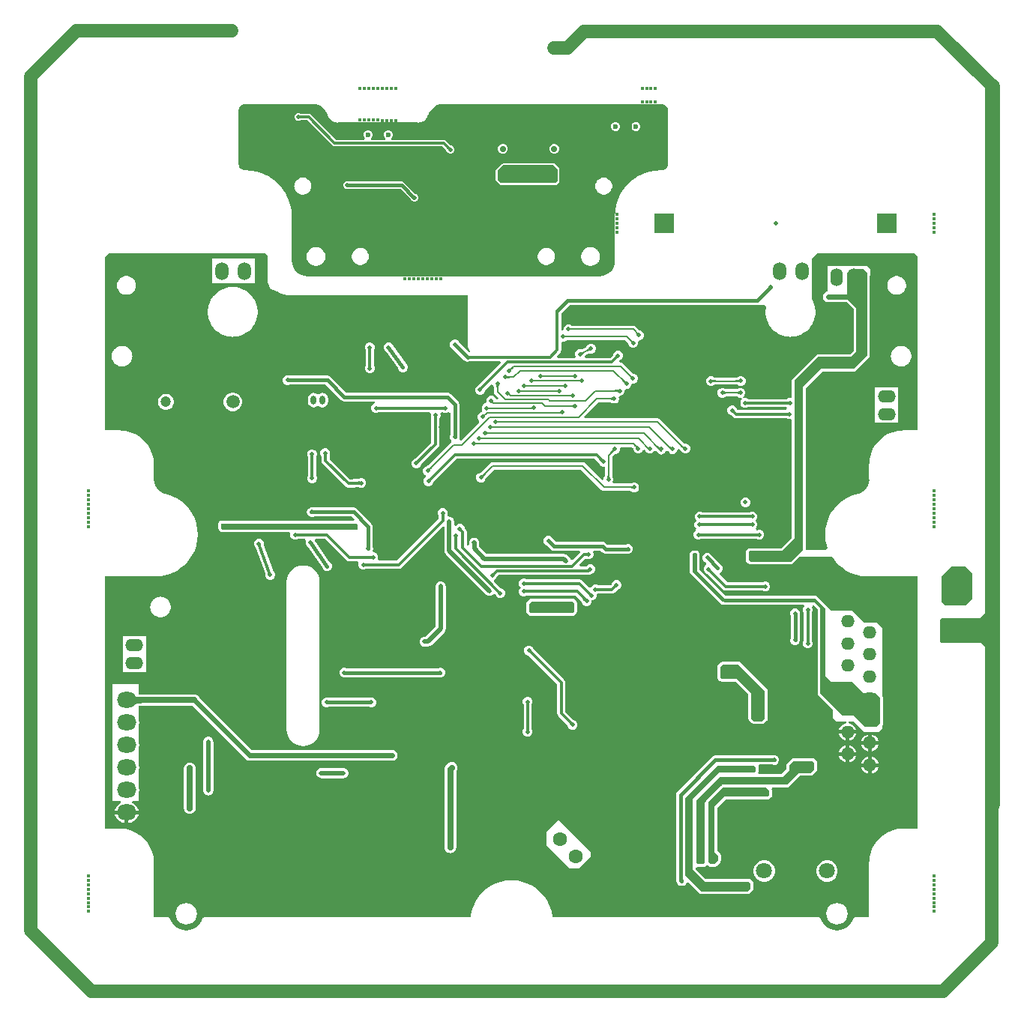
<source format=gbl>
G04*
G04 #@! TF.GenerationSoftware,Altium Limited,Altium Designer,24.5.2 (23)*
G04*
G04 Layer_Physical_Order=2*
G04 Layer_Color=15238730*
%FSLAX44Y44*%
%MOMM*%
G71*
G04*
G04 #@! TF.SameCoordinates,EBE0DA84-5026-4A79-9117-03B61D32DCC8*
G04*
G04*
G04 #@! TF.FilePolarity,Positive*
G04*
G01*
G75*
%ADD11R,2.2000X2.2000*%
%ADD20C,0.3810*%
%ADD21C,0.4000*%
%ADD22C,0.6000*%
%ADD23C,0.5000*%
%ADD24C,0.3000*%
%ADD25C,0.7000*%
%ADD55C,0.2000*%
%ADD60C,0.5000*%
%ADD61C,0.4000*%
%ADD62O,1.0000X2.0000*%
%ADD63C,0.7000*%
%ADD64O,1.0000X1.8000*%
%ADD65C,0.6000*%
%ADD66O,1.5000X2.0000*%
%ADD67C,1.6000*%
%ADD68O,1.5000X1.4000*%
%ADD69C,1.8000*%
%ADD70C,1.2000*%
%ADD71C,1.5000*%
%ADD72O,1.4000X2.0000*%
%ADD73O,2.2000X1.8000*%
%ADD74O,2.0000X1.4000*%
%ADD75O,0.6500X1.0000*%
%ADD76C,1.7000*%
%ADD77C,1.5000*%
G36*
X490218Y1027465D02*
X736635D01*
Y1027450D01*
X738560Y1027197D01*
X740353Y1026454D01*
X741894Y1025272D01*
X743075Y1023732D01*
X743818Y1021938D01*
X744072Y1020014D01*
X744086D01*
Y967314D01*
X744202Y966729D01*
Y960598D01*
X744086Y960014D01*
X744072D01*
X743818Y958089D01*
X743075Y956295D01*
X741894Y954755D01*
X740353Y953573D01*
X738560Y952830D01*
X736684Y952583D01*
X736635Y952626D01*
Y952626D01*
X729768Y952176D01*
X723018Y950834D01*
X716501Y948621D01*
X710329Y945577D01*
X704606Y941754D01*
X699432Y937216D01*
X694895Y932042D01*
X691071Y926320D01*
X688027Y920148D01*
X685815Y913631D01*
X684473Y906881D01*
X684022Y900014D01*
X684086D01*
Y850014D01*
X684090Y849993D01*
X683757Y846608D01*
X682763Y843333D01*
X681150Y840315D01*
X678979Y837670D01*
X676334Y835499D01*
X673316Y833885D01*
X670041Y832892D01*
X666655Y832559D01*
X666635Y832563D01*
X336600D01*
X336580Y832559D01*
X333194Y832892D01*
X329920Y833885D01*
X326901Y835499D01*
X324256Y837670D01*
X322085Y840315D01*
X320472Y843333D01*
X319478Y846608D01*
X319145Y849993D01*
X319149Y850014D01*
Y900014D01*
X319213D01*
X318763Y906881D01*
X317420Y913631D01*
X315208Y920148D01*
X312164Y926320D01*
X308340Y932042D01*
X303803Y937216D01*
X298629Y941754D01*
X292906Y945577D01*
X286734Y948621D01*
X280217Y950834D01*
X273467Y952176D01*
X266615Y952625D01*
Y952625D01*
X266568Y952583D01*
X264693Y952830D01*
X262899Y953573D01*
X261359Y954755D01*
X260177Y956295D01*
X259434Y958089D01*
X259181Y960014D01*
X259167D01*
Y1020014D01*
X259181D01*
X259434Y1021938D01*
X260177Y1023732D01*
X261359Y1025272D01*
X262899Y1026454D01*
X264693Y1027197D01*
X266618Y1027450D01*
Y1027465D01*
X342982D01*
X343002Y1027469D01*
X346388Y1027135D01*
X349662Y1026142D01*
X352681Y1024529D01*
X355326Y1022358D01*
X357497Y1019712D01*
X358914Y1017060D01*
X359280Y1016135D01*
X359556Y1015226D01*
X359556Y1015226D01*
X359706Y1015038D01*
X359706Y1015038D01*
X359735Y1014995D01*
X360681Y1012710D01*
X362685Y1010098D01*
X365296Y1008095D01*
X368337Y1006835D01*
X371600Y1006406D01*
Y1006465D01*
X461600D01*
Y1006406D01*
X464863Y1006835D01*
X467904Y1008095D01*
X470515Y1010098D01*
X472519Y1012710D01*
X473465Y1014995D01*
X473494Y1015038D01*
X473494Y1015038D01*
X473645Y1015226D01*
X473645Y1015226D01*
X473920Y1016135D01*
X474286Y1017060D01*
X475703Y1019712D01*
X477874Y1022358D01*
X480520Y1024529D01*
X483538Y1026142D01*
X486813Y1027135D01*
X490198Y1027469D01*
X490218Y1027465D01*
D02*
G37*
G36*
X656454Y748642D02*
X656235Y748687D01*
X655978Y748696D01*
X655684Y748667D01*
X655351Y748602D01*
X654981Y748499D01*
X654573Y748360D01*
X653643Y747970D01*
X652562Y747433D01*
X651628Y749201D01*
X652180Y749502D01*
X653526Y750340D01*
X653871Y750599D01*
X654165Y750847D01*
X654406Y751085D01*
X654595Y751312D01*
X654733Y751529D01*
X654819Y751736D01*
X656454Y748642D01*
D02*
G37*
G36*
X650303Y746239D02*
X649750Y745938D01*
X648404Y745100D01*
X648059Y744841D01*
X647766Y744593D01*
X647524Y744355D01*
X647335Y744127D01*
X647197Y743911D01*
X647111Y743704D01*
X645476Y746798D01*
X645695Y746753D01*
X645952Y746745D01*
X646246Y746773D01*
X646579Y746838D01*
X646949Y746941D01*
X647357Y747080D01*
X648287Y747470D01*
X649368Y748007D01*
X650303Y746239D01*
D02*
G37*
G36*
X569267Y729055D02*
X568828Y728605D01*
X567789Y727407D01*
X567535Y727058D01*
X567328Y726734D01*
X567168Y726436D01*
X567054Y726163D01*
X566986Y725915D01*
X566965Y725692D01*
X564490Y728167D01*
X564713Y728188D01*
X564961Y728256D01*
X565234Y728370D01*
X565532Y728530D01*
X565856Y728737D01*
X566205Y728991D01*
X566978Y729637D01*
X567853Y730469D01*
X569267Y729055D01*
D02*
G37*
G36*
X701527Y721530D02*
X702725Y720491D01*
X703074Y720237D01*
X703398Y720030D01*
X703696Y719870D01*
X703969Y719756D01*
X704218Y719688D01*
X704440Y719667D01*
X701965Y717192D01*
X701944Y717415D01*
X701877Y717663D01*
X701762Y717936D01*
X701602Y718234D01*
X701395Y718558D01*
X701142Y718907D01*
X700495Y719680D01*
X699663Y720555D01*
X701077Y721969D01*
X701527Y721530D01*
D02*
G37*
G36*
X561923Y720275D02*
X562146Y720147D01*
X562420Y720034D01*
X562744Y719937D01*
X563120Y719855D01*
X563545Y719787D01*
X564549Y719697D01*
X565756Y719667D01*
Y717667D01*
X565128Y717660D01*
X563545Y717547D01*
X563120Y717479D01*
X562744Y717397D01*
X562420Y717299D01*
X562146Y717187D01*
X561923Y717059D01*
X561750Y716917D01*
Y720417D01*
X561923Y720275D01*
D02*
G37*
G36*
X694463Y715518D02*
X695661Y714479D01*
X696010Y714226D01*
X696333Y714019D01*
X696632Y713858D01*
X696905Y713744D01*
X697153Y713677D01*
X697375Y713655D01*
X694901Y711180D01*
X694880Y711403D01*
X694812Y711651D01*
X694698Y711924D01*
X694537Y712223D01*
X694330Y712546D01*
X694077Y712895D01*
X693430Y713669D01*
X692598Y714544D01*
X694013Y715958D01*
X694463Y715518D01*
D02*
G37*
G36*
X553323Y709459D02*
X553195Y709236D01*
X553083Y708962D01*
X552985Y708638D01*
X552903Y708263D01*
X552835Y707837D01*
X552745Y706833D01*
X552715Y705626D01*
X550715D01*
X550708Y706255D01*
X550595Y707837D01*
X550528Y708263D01*
X550445Y708638D01*
X550348Y708962D01*
X550235Y709236D01*
X550108Y709459D01*
X549965Y709632D01*
X553465D01*
X553323Y709459D01*
D02*
G37*
G36*
X687891Y701524D02*
X687719Y701666D01*
X687496Y701794D01*
X687222Y701907D01*
X686898Y702004D01*
X686523Y702086D01*
X686096Y702154D01*
X685092Y702244D01*
X683886Y702274D01*
Y704274D01*
X684514Y704281D01*
X686096Y704394D01*
X686523Y704462D01*
X686898Y704544D01*
X687222Y704641D01*
X687496Y704754D01*
X687719Y704882D01*
X687891Y705024D01*
Y701524D01*
D02*
G37*
G36*
X824180Y699417D02*
X824007Y699559D01*
X823784Y699687D01*
X823510Y699799D01*
X823186Y699897D01*
X822811Y699979D01*
X822385Y700047D01*
X821381Y700137D01*
X820174Y700167D01*
Y702167D01*
X820803Y702175D01*
X822385Y702287D01*
X822811Y702355D01*
X823186Y702437D01*
X823510Y702534D01*
X823784Y702647D01*
X824007Y702775D01*
X824180Y702917D01*
Y699417D01*
D02*
G37*
G36*
X807673Y702775D02*
X807896Y702647D01*
X808170Y702534D01*
X808494Y702437D01*
X808869Y702355D01*
X809296Y702287D01*
X810300Y702197D01*
X811506Y702167D01*
Y700167D01*
X810878Y700160D01*
X809296Y700047D01*
X808869Y699979D01*
X808494Y699897D01*
X808170Y699799D01*
X807896Y699687D01*
X807673Y699559D01*
X807501Y699417D01*
Y702917D01*
X807673Y702775D01*
D02*
G37*
G36*
X681430Y692667D02*
X681257Y692810D01*
X681034Y692937D01*
X680760Y693049D01*
X680436Y693147D01*
X680061Y693230D01*
X679635Y693297D01*
X678631Y693387D01*
X677424Y693417D01*
Y695417D01*
X678053Y695424D01*
X679635Y695537D01*
X680061Y695604D01*
X680436Y695687D01*
X680760Y695785D01*
X681034Y695897D01*
X681257Y696024D01*
X681430Y696167D01*
Y692667D01*
D02*
G37*
G36*
X637212Y684283D02*
X637040Y684425D01*
X636816Y684553D01*
X636543Y684665D01*
X636218Y684763D01*
X635843Y684845D01*
X635417Y684913D01*
X634413Y685003D01*
X633206Y685033D01*
Y687033D01*
X633835Y687040D01*
X635417Y687153D01*
X635843Y687220D01*
X636218Y687303D01*
X636543Y687400D01*
X636816Y687513D01*
X637040Y687640D01*
X637212Y687783D01*
Y684283D01*
D02*
G37*
G36*
X490930Y681917D02*
X490849Y681964D01*
X490703Y682007D01*
X490493Y682044D01*
X490218Y682077D01*
X489007Y682144D01*
X487215Y682167D01*
Y685167D01*
X487877Y685169D01*
X490849Y685369D01*
X490930Y685417D01*
Y681917D01*
D02*
G37*
G36*
X416332Y685369D02*
X416478Y685327D01*
X416688Y685289D01*
X416962Y685257D01*
X418174Y685189D01*
X419965Y685167D01*
Y682167D01*
X419303Y682164D01*
X416332Y681964D01*
X416250Y681917D01*
Y685417D01*
X416332Y685369D01*
D02*
G37*
G36*
X483278Y673716D02*
X483218Y673633D01*
X483165Y673487D01*
X483118Y673276D01*
X483078Y673001D01*
X483015Y672259D01*
X482968Y670662D01*
X482965Y670002D01*
X479965Y670382D01*
X479795Y674066D01*
X483278Y673716D01*
D02*
G37*
G36*
X114965Y858848D02*
X281469D01*
X281469Y858848D01*
X289802D01*
X290776Y857392D01*
X291568Y855480D01*
X291972Y853452D01*
X291973Y852417D01*
X291969Y852357D01*
Y827683D01*
X292028Y826488D01*
X292494Y824143D01*
X293409Y821934D01*
X294737Y819946D01*
X296428Y818255D01*
X298416Y816927D01*
X300625Y816012D01*
X302970Y815546D01*
X303447Y815522D01*
X305121Y814148D01*
X307936Y812644D01*
X310989Y811718D01*
X314165Y811405D01*
Y811415D01*
X314165Y811415D01*
X517896D01*
Y756483D01*
X517849D01*
X518313Y752959D01*
X519673Y749675D01*
X521083Y747837D01*
X519577Y746515D01*
X508530Y757562D01*
X508128Y758532D01*
X506581Y760080D01*
X504559Y760917D01*
X502371D01*
X500350Y760080D01*
X498802Y758532D01*
X497965Y756511D01*
Y754323D01*
X498802Y752301D01*
X500350Y750754D01*
X501320Y750352D01*
X514162Y737510D01*
X515816Y736405D01*
X517767Y736017D01*
X519718Y736405D01*
X519900Y736527D01*
X554723D01*
X555489Y734679D01*
X530197Y709388D01*
X528850Y708830D01*
X527303Y707282D01*
X526465Y705261D01*
Y703073D01*
X527303Y701051D01*
X528850Y699504D01*
X530871Y698667D01*
X533059D01*
X535081Y699504D01*
X536628Y701051D01*
X537465Y703073D01*
Y703678D01*
X544367Y710581D01*
X546427Y709812D01*
X547052Y708301D01*
X547481Y707873D01*
X547482Y707868D01*
X547521Y707694D01*
X547553Y707488D01*
X547637Y706316D01*
Y701853D01*
X547637Y701853D01*
X547947Y700292D01*
X548831Y698969D01*
X552390Y695411D01*
X551679Y693696D01*
X549776D01*
X549118Y695284D01*
X547571Y696831D01*
X545550Y697669D01*
X543362D01*
X541340Y696831D01*
X539793Y695284D01*
X538956Y693263D01*
Y691075D01*
X539047Y690854D01*
X537660Y688976D01*
X536100Y688330D01*
X534552Y686782D01*
X533715Y684761D01*
Y682573D01*
X534281Y681207D01*
X533923Y679786D01*
X533276Y678999D01*
X531755Y678369D01*
X530208Y676822D01*
X529371Y674801D01*
Y672613D01*
X530208Y670591D01*
X530751Y670049D01*
X530920Y667390D01*
X510813Y647283D01*
X509906Y647158D01*
X509639Y647240D01*
X508593Y649501D01*
X508785Y649966D01*
Y652154D01*
X508563Y652691D01*
Y687917D01*
X508175Y689868D01*
X507070Y691522D01*
X498820Y699772D01*
X497166Y700877D01*
X495215Y701265D01*
X380827D01*
X363070Y719022D01*
X361416Y720127D01*
X359465Y720515D01*
X316530D01*
X315559Y720917D01*
X313371D01*
X311350Y720080D01*
X309802Y718532D01*
X308965Y716511D01*
Y714323D01*
X309802Y712301D01*
X311350Y710754D01*
X313371Y709917D01*
X315559D01*
X316530Y710319D01*
X357354D01*
X375110Y692562D01*
X376764Y691457D01*
X378715Y691069D01*
X413135D01*
X413371Y689167D01*
X411350Y688330D01*
X409803Y686782D01*
X408965Y684761D01*
Y682573D01*
X409803Y680551D01*
X411350Y679004D01*
X413371Y678167D01*
X415559D01*
X417519Y678979D01*
X419007Y679079D01*
X475010D01*
X476347Y677079D01*
X476215Y676761D01*
Y674573D01*
X476772Y673229D01*
X476877Y670949D01*
Y644818D01*
X459316Y627256D01*
X458936Y626917D01*
X458871D01*
X456850Y626080D01*
X455302Y624533D01*
X454465Y622511D01*
Y620323D01*
X455302Y618302D01*
X456850Y616754D01*
X458871Y615917D01*
X461059D01*
X463081Y616754D01*
X464628Y618302D01*
X465439Y620261D01*
X466421Y621384D01*
X484709Y639673D01*
X485704Y641161D01*
X486053Y642917D01*
Y671511D01*
X486070Y672085D01*
X486085Y672259D01*
X486378Y672551D01*
X487215Y674573D01*
Y676761D01*
X487084Y677079D01*
X487878Y678268D01*
X489600Y679004D01*
X491621Y678167D01*
X493809D01*
X495831Y679004D01*
X496367Y679541D01*
X498367Y678712D01*
Y653558D01*
X497785Y652154D01*
Y649966D01*
X498623Y647944D01*
X499085Y647482D01*
X499152Y645156D01*
X498992Y644962D01*
X473415Y619384D01*
X473248Y619225D01*
X472618Y618692D01*
X472413Y618538D01*
X472246Y618427D01*
X472228Y618417D01*
X471871D01*
X469850Y617580D01*
X468302Y616032D01*
X467465Y614011D01*
Y611823D01*
X468302Y609801D01*
X469850Y608254D01*
X470538Y607969D01*
X470600Y605830D01*
X469053Y604282D01*
X468215Y602261D01*
Y600073D01*
X469053Y598051D01*
X470600Y596504D01*
X472621Y595667D01*
X474809D01*
X476831Y596504D01*
X478378Y598051D01*
X479189Y600011D01*
X480171Y601134D01*
X505616Y626579D01*
X661345D01*
X665688Y622237D01*
X666027Y621857D01*
Y621792D01*
X666864Y619770D01*
X668411Y618223D01*
X670433Y617386D01*
X672621D01*
X672949Y617167D01*
Y608202D01*
X672941Y607902D01*
X672868Y607108D01*
X672831Y606883D01*
X672796Y606728D01*
X672291Y606224D01*
X671454Y604203D01*
Y603274D01*
X669454Y602446D01*
X650599Y621301D01*
X649276Y622185D01*
X647715Y622495D01*
X647715Y622495D01*
X546215D01*
X546215Y622495D01*
X544654Y622185D01*
X543331Y621301D01*
X533895Y611865D01*
X533692Y611671D01*
X533073Y611155D01*
X532882Y611015D01*
X532732Y610919D01*
X532727Y610917D01*
X532121D01*
X530100Y610080D01*
X528553Y608532D01*
X527715Y606511D01*
Y604323D01*
X528553Y602301D01*
X530100Y600754D01*
X532121Y599917D01*
X534309D01*
X536331Y600754D01*
X537878Y602301D01*
X538715Y604323D01*
Y604929D01*
X538717Y604933D01*
X538813Y605083D01*
X538936Y605252D01*
X539706Y606140D01*
X547904Y614339D01*
X646026D01*
X668831Y591533D01*
X670154Y590649D01*
X671715Y590339D01*
X671715Y590339D01*
X700815D01*
X701540Y590296D01*
X701839Y590260D01*
X702080Y590218D01*
X702154Y590200D01*
X702850Y589504D01*
X704871Y588667D01*
X707059D01*
X709081Y589504D01*
X710628Y591051D01*
X711465Y593073D01*
Y595261D01*
X710628Y597282D01*
X709081Y598830D01*
X707059Y599667D01*
X704871D01*
X702850Y598830D01*
X702680Y598660D01*
X702398Y598596D01*
X702207Y598569D01*
X701034Y598495D01*
X682732D01*
X681825Y600495D01*
X682454Y602015D01*
Y604203D01*
X681617Y606224D01*
X681262Y606578D01*
X681258Y606593D01*
X681219Y606777D01*
X681186Y606992D01*
X681105Y608165D01*
Y628789D01*
X683285Y630969D01*
X683488Y631163D01*
X684107Y631679D01*
X684299Y631819D01*
X684449Y631915D01*
X684453Y631917D01*
X685059D01*
X687081Y632754D01*
X688628Y634301D01*
X689465Y636323D01*
Y638511D01*
X690305Y639768D01*
X703346D01*
X704161Y638954D01*
X704644Y638409D01*
X704824Y638177D01*
X704958Y637984D01*
X704965Y637972D01*
Y636823D01*
X705802Y634801D01*
X707350Y633254D01*
X709371Y632417D01*
X711559D01*
X713581Y633254D01*
X715128Y634801D01*
X715598Y635938D01*
X717813Y636552D01*
X718691Y635673D01*
X719053Y634801D01*
X720600Y633254D01*
X722621Y632417D01*
X723321D01*
X723715Y632339D01*
X724109Y632417D01*
X724809D01*
X726831Y633254D01*
X728378Y634801D01*
X728482Y635054D01*
X730841Y635523D01*
X733831Y632533D01*
X735154Y631649D01*
X736715Y631339D01*
X738276Y631649D01*
X739599Y632533D01*
X740483Y633856D01*
X740496Y633919D01*
X741378Y634801D01*
X741482Y635054D01*
X743841Y635523D01*
X744545Y634819D01*
X744553Y634801D01*
X746100Y633254D01*
X746117Y633247D01*
X746331Y633033D01*
X747654Y632149D01*
X749215Y631839D01*
X750776Y632149D01*
X752099Y633033D01*
X752215Y633206D01*
X752331Y633254D01*
X753878Y634801D01*
X754715Y636823D01*
Y637071D01*
X756715Y637899D01*
X757581Y637033D01*
X758289Y636269D01*
X758584Y635912D01*
X758589Y635904D01*
X758610Y635869D01*
X759053Y634801D01*
X760600Y633254D01*
X762621Y632417D01*
X764809D01*
X766831Y633254D01*
X768378Y634801D01*
X769215Y636823D01*
Y639011D01*
X768378Y641032D01*
X766831Y642580D01*
X764809Y643417D01*
X762837D01*
X762177Y643973D01*
X735273Y670877D01*
X733949Y671761D01*
X732389Y672072D01*
X732389Y672072D01*
X650001D01*
X649235Y673920D01*
X665654Y690339D01*
X678174D01*
X678456Y690332D01*
X679258Y690260D01*
X679492Y690223D01*
X679667Y690184D01*
X679671Y690183D01*
X680100Y689754D01*
X682121Y688917D01*
X684309D01*
X686331Y689754D01*
X687878Y691301D01*
X688715Y693323D01*
Y695511D01*
X688606Y695774D01*
X689942Y697774D01*
X690771D01*
X692792Y698611D01*
X694340Y700158D01*
X695177Y702180D01*
Y703959D01*
X695751Y704821D01*
X696808Y705656D01*
X698494D01*
X700516Y706493D01*
X702063Y708040D01*
X702900Y710061D01*
Y710144D01*
X703371Y711667D01*
X705559D01*
X707581Y712504D01*
X709128Y714052D01*
X709965Y716073D01*
Y718261D01*
X709128Y720283D01*
X707581Y721830D01*
X705559Y722667D01*
X704953D01*
X704949Y722669D01*
X704799Y722765D01*
X704630Y722888D01*
X703742Y723658D01*
X693494Y733906D01*
X692171Y734790D01*
X690610Y735100D01*
X688853Y735737D01*
X688809Y737417D01*
X690831Y738254D01*
X692378Y739801D01*
X693215Y741823D01*
Y744011D01*
X692378Y746032D01*
X690831Y747580D01*
X688809Y748417D01*
X686621D01*
X684600Y747580D01*
X683053Y746032D01*
X682215Y744011D01*
Y743906D01*
X678513Y740203D01*
X651153D01*
X650220Y741925D01*
X651343Y743307D01*
X654664Y745062D01*
X654916Y745187D01*
X655659Y745499D01*
X655884Y745575D01*
X655950Y745594D01*
X656121Y745523D01*
X658309D01*
X660331Y746360D01*
X661878Y747907D01*
X662715Y749929D01*
Y752117D01*
X661878Y754138D01*
X660331Y755686D01*
X658309Y756523D01*
X656121D01*
X654100Y755686D01*
X652552Y754138D01*
X652151Y753169D01*
X652150Y753168D01*
X652131Y753138D01*
X652100Y753107D01*
X651964Y752992D01*
X651797Y752867D01*
X650799Y752245D01*
X647267Y750378D01*
X647014Y750253D01*
X646271Y749941D01*
X646047Y749865D01*
X645980Y749846D01*
X645809Y749917D01*
X643621D01*
X641600Y749080D01*
X640052Y747533D01*
X639215Y745511D01*
Y743323D01*
X639679Y742203D01*
X638538Y740203D01*
X619403D01*
X618638Y742051D01*
X622412Y745825D01*
X623407Y747314D01*
X623756Y749070D01*
Y758086D01*
X624832Y758805D01*
X627020D01*
X629042Y759643D01*
X629626Y760227D01*
X696137D01*
X699215Y757149D01*
Y756323D01*
X700052Y754302D01*
X701600Y752754D01*
X703621Y751917D01*
X705809D01*
X707831Y752754D01*
X709378Y754302D01*
X710215Y756323D01*
Y758511D01*
X710105Y758777D01*
X711487Y760667D01*
X712559D01*
X714581Y761504D01*
X716128Y763052D01*
X716965Y765073D01*
Y767261D01*
X716128Y769283D01*
X714581Y770830D01*
X712559Y771667D01*
X711733D01*
X707689Y775711D01*
X706366Y776595D01*
X704805Y776906D01*
X704805Y776906D01*
X635542D01*
X634957Y777490D01*
X632936Y778327D01*
X630748D01*
X628726Y777490D01*
X627179Y775943D01*
X626342Y773921D01*
Y772819D01*
X624521Y771300D01*
X623756Y771543D01*
Y791260D01*
X632941Y800444D01*
X834959D01*
X834965Y800417D01*
X834965Y800417D01*
X853409D01*
X855046Y798584D01*
X855045Y798417D01*
X854661Y796821D01*
X854615Y796229D01*
X854465Y795476D01*
Y795175D01*
X854406Y794879D01*
Y793579D01*
X854315Y792417D01*
X854406Y791255D01*
Y789955D01*
X854465Y789659D01*
Y789358D01*
X854615Y788605D01*
X854661Y788013D01*
X855076Y786285D01*
X855426Y784528D01*
X855541Y784250D01*
X855600Y783954D01*
X855686Y783747D01*
X855693Y783718D01*
X857383Y779637D01*
X857399Y779611D01*
X857484Y779405D01*
X857652Y779154D01*
X857767Y778876D01*
X858762Y777386D01*
X859691Y775871D01*
X860077Y775419D01*
X860503Y774781D01*
X860716Y774568D01*
X860883Y774317D01*
X861803Y773398D01*
X862560Y772512D01*
X863446Y771755D01*
X864366Y770835D01*
X864616Y770668D01*
X864829Y770455D01*
X865468Y770028D01*
X865919Y769643D01*
X867434Y768714D01*
X868924Y767719D01*
X869202Y767604D01*
X869453Y767436D01*
X869659Y767351D01*
X869685Y767335D01*
X873766Y765645D01*
X873795Y765638D01*
X874002Y765552D01*
X874298Y765493D01*
X874576Y765378D01*
X876333Y765028D01*
X878061Y764613D01*
X878653Y764567D01*
X879406Y764417D01*
X879707D01*
X880003Y764358D01*
X881303D01*
X882465Y764267D01*
X883628Y764358D01*
X884927D01*
X885223Y764417D01*
X885524D01*
X886277Y764567D01*
X886869Y764613D01*
X888597Y765028D01*
X890354Y765378D01*
X890632Y765493D01*
X890928Y765552D01*
X891135Y765637D01*
X891164Y765645D01*
X895245Y767335D01*
X895271Y767351D01*
X895478Y767436D01*
X895728Y767604D01*
X896006Y767719D01*
X897496Y768714D01*
X899011Y769643D01*
X899463Y770029D01*
X900101Y770455D01*
X900314Y770668D01*
X900564Y770835D01*
X901484Y771755D01*
X902370Y772512D01*
X903128Y773398D01*
X904047Y774317D01*
X904214Y774568D01*
X904427Y774781D01*
X904854Y775419D01*
X905239Y775871D01*
X906168Y777386D01*
X907163Y778876D01*
X907278Y779154D01*
X907446Y779405D01*
X907531Y779611D01*
X907547Y779637D01*
X909238Y783718D01*
X909245Y783747D01*
X909330Y783954D01*
X909389Y784250D01*
X909504Y784528D01*
X909854Y786285D01*
X910269Y788013D01*
X910315Y788605D01*
X910465Y789358D01*
Y789659D01*
X910524Y789955D01*
Y791255D01*
X910615Y792417D01*
X910524Y793579D01*
Y794879D01*
X910465Y795175D01*
Y795476D01*
X910315Y796229D01*
X910269Y796821D01*
X909854Y798549D01*
X909504Y800306D01*
X909389Y800584D01*
X909330Y800880D01*
X909245Y801086D01*
X909238Y801116D01*
X907547Y805197D01*
X907531Y805223D01*
X907446Y805430D01*
X907278Y805680D01*
X907163Y805958D01*
X906715Y806629D01*
Y852667D01*
X912896Y858848D01*
X1019805D01*
X1019965Y858817D01*
X1020130Y858849D01*
X1022449Y858388D01*
X1024559Y856979D01*
X1025968Y854870D01*
X1026429Y852551D01*
X1026396Y852385D01*
Y836228D01*
X1026274Y835615D01*
X1026396Y835001D01*
Y658486D01*
X1010016D01*
X1009966Y658536D01*
Y658536D01*
X1009961Y658536D01*
X1008008Y658382D01*
X1003920Y658061D01*
X998028Y656646D01*
X992430Y654327D01*
X987264Y651161D01*
X982656Y647226D01*
X978721Y642618D01*
X975555Y637452D01*
X973236Y631854D01*
X971822Y625962D01*
X971500Y621874D01*
X971346Y619921D01*
X971346Y619916D01*
X971346D01*
X971396Y619866D01*
Y602757D01*
X971411Y602686D01*
X971101Y599544D01*
X970166Y596460D01*
X968646Y593617D01*
X966602Y591126D01*
X964110Y589081D01*
X961267Y587562D01*
X959661Y587074D01*
X957782Y586587D01*
X957198Y586505D01*
X956555Y586310D01*
X956555Y586310D01*
X955896Y586111D01*
X954812Y585784D01*
X954649Y585752D01*
X954649Y585752D01*
X954634Y585749D01*
X954360Y585694D01*
X954184Y585577D01*
X952756Y585092D01*
X950979Y584489D01*
X945446Y581760D01*
X940316Y578333D01*
X935678Y574265D01*
X931611Y569627D01*
X928183Y564497D01*
X925455Y558964D01*
X923472Y553123D01*
X922268Y547072D01*
X921865Y540916D01*
X922268Y534760D01*
X923472Y528710D01*
X924477Y525748D01*
X923044Y523748D01*
X899524D01*
X899524Y523748D01*
Y706150D01*
X918319Y724945D01*
X954052D01*
X955223Y725178D01*
X956215Y725841D01*
X971190Y740816D01*
X971853Y741808D01*
X972086Y742979D01*
X972086Y742979D01*
Y832869D01*
X972281D01*
Y840773D01*
X968730Y844323D01*
X924099D01*
Y834237D01*
Y828237D01*
Y815312D01*
X922874Y815069D01*
X920889Y813743D01*
X919563Y811758D01*
X919098Y809417D01*
X919563Y807076D01*
X920889Y805091D01*
X922874Y803765D01*
X925215Y803299D01*
X946207D01*
X953826Y795680D01*
Y748684D01*
X949618Y744476D01*
X913715Y744476D01*
X912544Y744243D01*
X911552Y743580D01*
X911552Y743580D01*
X884802Y716830D01*
X884802Y716830D01*
X884139Y715837D01*
X883906Y714667D01*
X883906Y714667D01*
Y695615D01*
X882809Y694881D01*
X880621D01*
X878600Y694044D01*
X878525Y693970D01*
X834468D01*
X834393Y694044D01*
X832372Y694881D01*
X831786D01*
X829933Y694910D01*
X829933Y694910D01*
X829933Y694910D01*
X829081Y696504D01*
X830628Y698052D01*
X831465Y700073D01*
Y702261D01*
X830628Y704283D01*
X829081Y705830D01*
X827059Y706667D01*
X824871D01*
X822850Y705830D01*
X822421Y705401D01*
X822417Y705400D01*
X822242Y705361D01*
X822036Y705329D01*
X820864Y705245D01*
X810757D01*
X810474Y705252D01*
X809672Y705324D01*
X809438Y705361D01*
X809264Y705400D01*
X809259Y705401D01*
X808831Y705830D01*
X806809Y706667D01*
X804621D01*
X802600Y705830D01*
X801052Y704283D01*
X800215Y702261D01*
Y700073D01*
X801052Y698052D01*
X802600Y696504D01*
X804621Y695667D01*
X806809D01*
X808831Y696504D01*
X809259Y696933D01*
X809264Y696934D01*
X809438Y696973D01*
X809644Y697005D01*
X810816Y697089D01*
X820923D01*
X821206Y697082D01*
X822008Y697010D01*
X822242Y696973D01*
X822417Y696934D01*
X822421Y696933D01*
X822850Y696504D01*
X824871Y695667D01*
X825456D01*
X827309Y695639D01*
X827309Y695639D01*
X827309Y695639D01*
X828162Y694044D01*
X826615Y692497D01*
X825778Y690475D01*
Y688287D01*
X826615Y686266D01*
X828162Y684719D01*
X830184Y683882D01*
X832372D01*
X834393Y684719D01*
X834468Y684793D01*
X877756D01*
X878570Y684041D01*
X878168Y681710D01*
X877962Y681624D01*
X877887Y681550D01*
X822821D01*
X822215Y682156D01*
Y682261D01*
X821378Y684283D01*
X819831Y685830D01*
X817809Y686667D01*
X815621D01*
X813600Y685830D01*
X812053Y684283D01*
X811215Y682261D01*
Y680073D01*
X812053Y678052D01*
X813600Y676504D01*
X815621Y675667D01*
X815726D01*
X817676Y673717D01*
X819165Y672723D01*
X820920Y672374D01*
X877887D01*
X877962Y672299D01*
X879983Y671462D01*
X882171D01*
X882243Y671491D01*
X883906Y670380D01*
Y537274D01*
X871859Y525226D01*
X836215Y525226D01*
X835044Y524993D01*
X834052Y524330D01*
X834052Y524330D01*
X833052Y523330D01*
X832389Y522338D01*
X832156Y521167D01*
X832156Y521167D01*
X832156Y512167D01*
X832389Y510997D01*
X833052Y510004D01*
X833052Y510004D01*
X835052Y508004D01*
X835052Y508004D01*
X836045Y507341D01*
X837215Y507108D01*
X837215Y507108D01*
X882884Y507108D01*
X882884Y507108D01*
X884054Y507341D01*
X885047Y508004D01*
X885047Y508004D01*
X892460Y515417D01*
X929465Y515417D01*
X931611Y512205D01*
X935678Y507567D01*
X940316Y503500D01*
X945446Y500072D01*
X950979Y497344D01*
X956821Y495361D01*
X962871Y494157D01*
X969027Y493754D01*
Y493786D01*
X1026334D01*
Y208486D01*
X1010016D01*
X1009966Y208536D01*
Y208536D01*
X1009961Y208536D01*
X1008008Y208382D01*
X1003920Y208061D01*
X998028Y206646D01*
X992430Y204327D01*
X987264Y201161D01*
X982656Y197226D01*
X978721Y192619D01*
X975555Y187452D01*
X973236Y181854D01*
X971822Y175962D01*
X971500Y171874D01*
X971346Y169921D01*
X971346Y169916D01*
X971346D01*
X971396Y169866D01*
Y108512D01*
X956188D01*
X954822Y108240D01*
X953899Y107624D01*
X953664Y107467D01*
X953659Y107458D01*
X952891Y106309D01*
X952784Y106142D01*
X952040Y104326D01*
X950733Y101881D01*
X948375Y99007D01*
X945501Y96649D01*
X942222Y94896D01*
X938665Y93817D01*
X934965Y93453D01*
X931265Y93817D01*
X927708Y94896D01*
X924429Y96649D01*
X921555Y99007D01*
X919197Y101881D01*
X917905Y104298D01*
X917156Y106110D01*
X917053Y106272D01*
X916285Y107421D01*
X916279Y107430D01*
X916038Y107591D01*
X915121Y108203D01*
X913756Y108475D01*
X613744Y108475D01*
X613670Y109610D01*
X612481Y115589D01*
X610521Y121361D01*
X607825Y126829D01*
X604438Y131897D01*
X600419Y136481D01*
X595835Y140500D01*
X590767Y143887D01*
X585299Y146583D01*
X579527Y148542D01*
X573548Y149732D01*
X567465Y150130D01*
X561382Y149732D01*
X555403Y148542D01*
X549631Y146583D01*
X544163Y143887D01*
X539095Y140500D01*
X534511Y136481D01*
X530492Y131897D01*
X527105Y126829D01*
X524409Y121361D01*
X522450Y115589D01*
X521260Y109610D01*
X521187Y108485D01*
X221239Y108485D01*
X221180Y108474D01*
X221175Y108475D01*
X219809Y108203D01*
X218892Y107591D01*
X218651Y107430D01*
X218645Y107421D01*
X217878Y106272D01*
X217774Y106110D01*
X217025Y104298D01*
X215733Y101881D01*
X213375Y99007D01*
X210501Y96649D01*
X207222Y94896D01*
X203665Y93817D01*
X199965Y93453D01*
X196265Y93817D01*
X192708Y94896D01*
X189429Y96649D01*
X186555Y99007D01*
X184197Y101881D01*
X182890Y104326D01*
X182146Y106142D01*
X182040Y106309D01*
X181271Y107458D01*
X181266Y107467D01*
X181031Y107624D01*
X180108Y108240D01*
X178743Y108512D01*
X163534D01*
Y169866D01*
X163584Y169916D01*
X163584Y169921D01*
X163535Y170542D01*
X163534Y170562D01*
X163534Y171917D01*
Y174643D01*
X163262Y176009D01*
X163005Y176393D01*
X161694Y181854D01*
X159375Y187452D01*
X156209Y192619D01*
X152274Y197226D01*
X147667Y201161D01*
X142500Y204327D01*
X136902Y206646D01*
X131010Y208061D01*
X124969Y208536D01*
X124965Y208486D01*
X108596D01*
Y493786D01*
X165903D01*
Y493754D01*
X172059Y494157D01*
X178110Y495361D01*
X183951Y497344D01*
X189484Y500072D01*
X194614Y503500D01*
X199252Y507567D01*
X203320Y512205D01*
X206747Y517335D01*
X209476Y522868D01*
X211459Y528710D01*
X212662Y534760D01*
X213066Y540916D01*
X212662Y547072D01*
X211459Y553123D01*
X209476Y558964D01*
X206747Y564497D01*
X203320Y569627D01*
X199252Y574265D01*
X194614Y578333D01*
X189484Y581760D01*
X183951Y584489D01*
X182151Y585100D01*
X180706Y585603D01*
X180571Y585694D01*
X180281Y585752D01*
X180281Y585752D01*
X180118Y585784D01*
X179034Y586111D01*
X178375Y586310D01*
X178375Y586310D01*
X177732Y586505D01*
X177148Y586587D01*
X175269Y587074D01*
X173663Y587562D01*
X170820Y589081D01*
X168329Y591126D01*
X166284Y593617D01*
X164764Y596460D01*
X163829Y599544D01*
X163519Y602686D01*
X163534Y602757D01*
Y619866D01*
X163584Y619916D01*
X163584D01*
X163584Y619921D01*
X163430Y621874D01*
X163109Y625962D01*
X161694Y631854D01*
X159375Y637452D01*
X156209Y642618D01*
X152274Y647226D01*
X147667Y651161D01*
X142500Y654327D01*
X136902Y656646D01*
X131010Y658061D01*
X126922Y658382D01*
X124969Y658536D01*
X124965Y658536D01*
Y658536D01*
X124915Y658486D01*
X108534D01*
Y852417D01*
X108501Y852582D01*
X108962Y854901D01*
X110372Y857011D01*
X112481Y858420D01*
X114800Y858881D01*
X114965Y858848D01*
D02*
G37*
G36*
X539173Y657025D02*
X539396Y656897D01*
X539670Y656785D01*
X539994Y656687D01*
X540369Y656605D01*
X540796Y656537D01*
X541800Y656447D01*
X543006Y656417D01*
Y654417D01*
X542378Y654409D01*
X540796Y654297D01*
X540369Y654230D01*
X539994Y654147D01*
X539670Y654050D01*
X539396Y653937D01*
X539173Y653810D01*
X539001Y653667D01*
Y657167D01*
X539173Y657025D01*
D02*
G37*
G36*
X707909Y642396D02*
X709446Y641074D01*
X709766Y640851D01*
X710062Y640672D01*
X710331Y640536D01*
X710575Y640444D01*
X710794Y640395D01*
X707994Y638295D01*
X708000Y638513D01*
X707957Y638756D01*
X707864Y639026D01*
X707722Y639322D01*
X707530Y639643D01*
X707288Y639991D01*
X706997Y640365D01*
X706266Y641190D01*
X705826Y641642D01*
X707461Y642835D01*
X707909Y642396D01*
D02*
G37*
G36*
X760011Y641798D02*
X761203Y640795D01*
X761542Y640568D01*
X761853Y640396D01*
X762135Y640278D01*
X762388Y640213D01*
X762612Y640203D01*
X762808Y640247D01*
X761290Y637310D01*
X761242Y637427D01*
X761149Y637584D01*
X761009Y637778D01*
X760592Y638283D01*
X759622Y639331D01*
X758746Y640222D01*
X759557Y642240D01*
X760011Y641798D01*
D02*
G37*
G36*
X745162Y641397D02*
X746335Y640403D01*
X746659Y640187D01*
X746950Y640028D01*
X747208Y639926D01*
X747432Y639881D01*
X747623Y639894D01*
X747780Y639964D01*
X746868Y637056D01*
X744574Y639144D01*
X744704Y641842D01*
X745162Y641397D01*
D02*
G37*
G36*
X732475Y641082D02*
X733631Y640083D01*
X733941Y639868D01*
X734214Y639711D01*
X734449Y639612D01*
X734647Y639572D01*
X734807Y639590D01*
X734930Y639667D01*
X734447Y636866D01*
X731033Y639685D01*
X732015Y641531D01*
X732475Y641082D01*
D02*
G37*
G36*
X683940Y634917D02*
X683717Y634896D01*
X683469Y634828D01*
X683196Y634714D01*
X682898Y634554D01*
X682574Y634347D01*
X682225Y634093D01*
X681452Y633447D01*
X680577Y632615D01*
X679163Y634029D01*
X679602Y634479D01*
X680641Y635677D01*
X680895Y636026D01*
X681102Y636350D01*
X681262Y636648D01*
X681376Y636921D01*
X681444Y637169D01*
X681465Y637392D01*
X683940Y634917D01*
D02*
G37*
G36*
X669168Y627369D02*
X671411Y625410D01*
X671502Y625386D01*
X669027Y622911D01*
X669003Y623002D01*
X668930Y623135D01*
X668808Y623310D01*
X668637Y623527D01*
X667828Y624432D01*
X666577Y625714D01*
X668698Y627836D01*
X669168Y627369D01*
D02*
G37*
G36*
X464915Y624245D02*
X464449Y623776D01*
X462489Y621533D01*
X462465Y621442D01*
X459990Y623917D01*
X460081Y623941D01*
X460214Y624014D01*
X460389Y624136D01*
X460607Y624307D01*
X461511Y625116D01*
X462794Y626367D01*
X464915Y624245D01*
D02*
G37*
G36*
X477691Y616479D02*
X477252Y616028D01*
X476221Y614828D01*
X475973Y614479D01*
X475774Y614156D01*
X475623Y613859D01*
X475519Y613586D01*
X475464Y613340D01*
X475457Y613119D01*
X472813Y615412D01*
X473035Y615448D01*
X473282Y615528D01*
X473555Y615653D01*
X473852Y615822D01*
X474175Y616037D01*
X474523Y616297D01*
X475295Y616950D01*
X476168Y617784D01*
X477691Y616479D01*
D02*
G37*
G36*
X538017Y608805D02*
X537578Y608355D01*
X536539Y607157D01*
X536285Y606808D01*
X536078Y606484D01*
X535918Y606186D01*
X535804Y605913D01*
X535736Y605665D01*
X535715Y605442D01*
X533240Y607917D01*
X533463Y607938D01*
X533711Y608006D01*
X533984Y608120D01*
X534282Y608280D01*
X534606Y608487D01*
X534955Y608741D01*
X535728Y609387D01*
X536603Y610219D01*
X538017Y608805D01*
D02*
G37*
G36*
X678027Y608867D02*
X678034Y608238D01*
X678143Y606654D01*
X678209Y606227D01*
X678289Y605849D01*
X678384Y605522D01*
X678493Y605246D01*
X678617Y605019D01*
X678755Y604842D01*
X675257Y604944D01*
X675403Y605112D01*
X675534Y605331D01*
X675649Y605602D01*
X675750Y605924D01*
X675834Y606297D01*
X675904Y606721D01*
X675996Y607723D01*
X676027Y608930D01*
X678027Y608867D01*
D02*
G37*
G36*
X478665Y603995D02*
X478199Y603526D01*
X476239Y601283D01*
X476215Y601192D01*
X473740Y603667D01*
X473831Y603691D01*
X473964Y603764D01*
X474139Y603886D01*
X474357Y604057D01*
X475261Y604866D01*
X476544Y606117D01*
X478665Y603995D01*
D02*
G37*
G36*
X704014Y592604D02*
X703857Y592759D01*
X703648Y592897D01*
X703386Y593019D01*
X703072Y593124D01*
X702705Y593214D01*
X702285Y593287D01*
X701813Y593344D01*
X700711Y593409D01*
X700080Y593417D01*
X700300Y595417D01*
X700928Y595424D01*
X702515Y595524D01*
X702946Y595584D01*
X703661Y595745D01*
X703944Y595846D01*
X704179Y595960D01*
X704364Y596087D01*
X704014Y592604D01*
D02*
G37*
G36*
X969027Y836605D02*
Y742979D01*
X954052Y728004D01*
X917052D01*
X896465Y707417D01*
Y523748D01*
X882884Y510167D01*
X837215Y510167D01*
X835215Y512167D01*
X835215Y521167D01*
X836215Y522167D01*
X873126Y522167D01*
X886965Y536007D01*
Y687583D01*
X887323Y689381D01*
X886965Y691180D01*
Y714667D01*
X913715Y741417D01*
X950885Y741417D01*
X956885Y747417D01*
Y796947D01*
X946725Y807107D01*
Y836427D01*
X951465Y841167D01*
X964465D01*
X969027Y836605D01*
D02*
G37*
G36*
X1087730Y497310D02*
Y468100D01*
X1080110Y460480D01*
X1057250D01*
X1053440Y464290D01*
Y493500D01*
X1064870Y504930D01*
X1080110D01*
X1087730Y497310D01*
D02*
G37*
G36*
X1110590Y460480D02*
X1109890Y459780D01*
X1106988Y409472D01*
X1097890Y418570D01*
X1053227D01*
X1051565Y420232D01*
Y444635D01*
X1053440Y446510D01*
X1096620D01*
X1109890Y459780D01*
X1110590Y471910D01*
Y460480D01*
D02*
G37*
%LPC*%
G36*
X709070Y1006973D02*
X707081D01*
X705243Y1006212D01*
X703837Y1004805D01*
X703075Y1002967D01*
Y1000978D01*
X703837Y999140D01*
X705243Y997734D01*
X707081Y996973D01*
X709070D01*
X710908Y997734D01*
X712314Y999140D01*
X713075Y1000978D01*
Y1002967D01*
X712314Y1004805D01*
X710908Y1006212D01*
X709070Y1006973D01*
D02*
G37*
G36*
X686058D02*
X684068D01*
X682231Y1006212D01*
X680824Y1004805D01*
X680063Y1002967D01*
Y1000978D01*
X680824Y999140D01*
X682231Y997734D01*
X684068Y996973D01*
X686058D01*
X687895Y997734D01*
X689302Y999140D01*
X690063Y1000978D01*
Y1002967D01*
X689302Y1004805D01*
X687895Y1006212D01*
X686058Y1006973D01*
D02*
G37*
G36*
X327673Y1017134D02*
X325882D01*
X324229Y1016449D01*
X322963Y1015183D01*
X322278Y1013529D01*
Y1011739D01*
X322963Y1010085D01*
X324229Y1008819D01*
X325882Y1008134D01*
X327673D01*
X329327Y1008819D01*
X329514Y1009006D01*
X330446Y1009065D01*
X336729D01*
X365034Y980760D01*
X366192Y979987D01*
X367558Y979715D01*
X489269D01*
X493414Y975570D01*
X493573Y975401D01*
X493728Y975215D01*
Y974909D01*
X494413Y973255D01*
X495678Y971989D01*
X497332Y971304D01*
X499123D01*
X500777Y971989D01*
X502043Y973255D01*
X502728Y974909D01*
Y976699D01*
X502043Y978353D01*
X500777Y979619D01*
X499123Y980304D01*
X498858D01*
X498157Y980921D01*
X493271Y985807D01*
X492113Y986581D01*
X490748Y986852D01*
X432015D01*
X431884Y987065D01*
X431402Y988852D01*
X432427Y989877D01*
X433188Y991715D01*
Y993704D01*
X432427Y995542D01*
X431020Y996948D01*
X429183Y997709D01*
X427193D01*
X425356Y996948D01*
X423949Y995542D01*
X423188Y993704D01*
Y991715D01*
X423949Y989877D01*
X424974Y988852D01*
X424492Y987065D01*
X424361Y986852D01*
X409003D01*
X408872Y987065D01*
X408390Y988852D01*
X409414Y989877D01*
X410176Y991715D01*
Y993704D01*
X409414Y995542D01*
X408008Y996948D01*
X406170Y997709D01*
X404181D01*
X402343Y996948D01*
X400937Y995542D01*
X400176Y993704D01*
Y991715D01*
X400937Y989877D01*
X401962Y988852D01*
X401480Y987065D01*
X401349Y986852D01*
X369036D01*
X340731Y1015157D01*
X339573Y1015931D01*
X338208Y1016202D01*
X330016D01*
X329785Y1016210D01*
X329543Y1016232D01*
X329327Y1016449D01*
X327673Y1017134D01*
D02*
G37*
G36*
X616624Y982159D02*
X614436D01*
X612415Y981321D01*
X610867Y979774D01*
X610030Y977753D01*
Y975565D01*
X610867Y973543D01*
X612415Y971996D01*
X614436Y971159D01*
X616624D01*
X618646Y971996D01*
X620193Y973543D01*
X621030Y975565D01*
Y977753D01*
X620193Y979774D01*
X618646Y981321D01*
X616624Y982159D01*
D02*
G37*
G36*
X558824D02*
X556636D01*
X554615Y981321D01*
X553067Y979774D01*
X552230Y977753D01*
Y975565D01*
X553067Y973543D01*
X554615Y971996D01*
X556636Y971159D01*
X558824D01*
X560846Y971996D01*
X562393Y973543D01*
X563230Y975565D01*
Y977753D01*
X562393Y979774D01*
X560846Y981321D01*
X558824Y982159D01*
D02*
G37*
G36*
X609802Y960341D02*
X558195D01*
X557415Y960186D01*
X556754Y959744D01*
X550126Y953116D01*
X550126Y953115D01*
X549684Y952454D01*
X549528Y951674D01*
Y941990D01*
X549684Y941210D01*
X550126Y940548D01*
X554158Y936516D01*
X554159Y936516D01*
X554820Y936074D01*
X555600Y935918D01*
X617021Y935918D01*
X617802Y936074D01*
X618463Y936516D01*
X621035Y939087D01*
X621477Y939749D01*
X621632Y940529D01*
X621632Y953429D01*
X621477Y954209D01*
X621035Y954871D01*
X616221Y959685D01*
X615900Y959899D01*
X615582Y960117D01*
X615570Y960120D01*
X615559Y960127D01*
X615181Y960202D01*
X614803Y960282D01*
X609826Y960341D01*
X609814Y960339D01*
X609802Y960341D01*
D02*
G37*
G36*
X671600Y944160D02*
X670491Y944014D01*
X670463D01*
X670410Y944003D01*
X669103Y943831D01*
X666777Y942867D01*
X665732Y942065D01*
X665686Y942035D01*
X665667Y942015D01*
X664779Y941334D01*
X664098Y940447D01*
X664079Y940427D01*
X664048Y940382D01*
X663246Y939337D01*
X662283Y937010D01*
X662111Y935704D01*
X662100Y935650D01*
Y935623D01*
X661954Y934514D01*
X662100Y933405D01*
Y933377D01*
X662111Y933323D01*
X662283Y932017D01*
X663246Y929691D01*
X664048Y928645D01*
X664079Y928600D01*
X664098Y928580D01*
X664779Y927693D01*
X665667Y927012D01*
X665686Y926992D01*
X665732Y926962D01*
X666777Y926160D01*
X669103Y925196D01*
X670410Y925024D01*
X670464Y925014D01*
X670491D01*
X671600Y924868D01*
X672709Y925014D01*
X672737D01*
X672790Y925024D01*
X674097Y925196D01*
X676423Y926160D01*
X677468Y926962D01*
X677514Y926992D01*
X677533Y927012D01*
X678421Y927693D01*
X679102Y928580D01*
X679121Y928600D01*
X679152Y928645D01*
X679954Y929691D01*
X680917Y932017D01*
X681089Y933323D01*
X681100Y933377D01*
Y933404D01*
X681246Y934514D01*
X681100Y935623D01*
Y935650D01*
X681089Y935704D01*
X680917Y937010D01*
X679954Y939337D01*
X679152Y940382D01*
X679121Y940427D01*
X679102Y940447D01*
X678421Y941334D01*
X677533Y942016D01*
X677514Y942035D01*
X677469Y942065D01*
X676423Y942867D01*
X674097Y943831D01*
X672790Y944003D01*
X672737Y944014D01*
X672709D01*
X671600Y944160D01*
D02*
G37*
G36*
X331635D02*
X330526Y944014D01*
X330499D01*
X330445Y944003D01*
X329138Y943831D01*
X326812Y942867D01*
X325767Y942065D01*
X325721Y942035D01*
X325702Y942015D01*
X324814Y941334D01*
X324133Y940447D01*
X324114Y940427D01*
X324084Y940382D01*
X323281Y939337D01*
X322318Y937010D01*
X322146Y935704D01*
X322135Y935650D01*
Y935623D01*
X321989Y934514D01*
X322135Y933405D01*
Y933377D01*
X322146Y933323D01*
X322318Y932017D01*
X323281Y929691D01*
X324083Y928645D01*
X324114Y928600D01*
X324133Y928580D01*
X324814Y927693D01*
X325702Y927012D01*
X325721Y926992D01*
X325767Y926962D01*
X326812Y926160D01*
X329138Y925196D01*
X330445Y925024D01*
X330499Y925014D01*
X330526D01*
X331635Y924868D01*
X332744Y925014D01*
X332772D01*
X332825Y925024D01*
X334132Y925196D01*
X336458Y926160D01*
X337503Y926962D01*
X337549Y926992D01*
X337568Y927012D01*
X338456Y927693D01*
X339137Y928580D01*
X339156Y928600D01*
X339187Y928645D01*
X339989Y929691D01*
X340952Y932017D01*
X341124Y933323D01*
X341135Y933377D01*
Y933404D01*
X341281Y934514D01*
X341135Y935623D01*
Y935650D01*
X341124Y935704D01*
X340952Y937010D01*
X339989Y939337D01*
X339187Y940382D01*
X339156Y940427D01*
X339137Y940447D01*
X338456Y941334D01*
X337568Y942015D01*
X337549Y942035D01*
X337504Y942065D01*
X336458Y942867D01*
X334132Y943831D01*
X332825Y944003D01*
X332772Y944014D01*
X332744D01*
X331635Y944160D01*
D02*
G37*
G36*
X382747Y940184D02*
X380957D01*
X379303Y939499D01*
X378037Y938233D01*
X377352Y936579D01*
Y934789D01*
X378037Y933135D01*
X379303Y931869D01*
X380957Y931184D01*
X382747D01*
X383999Y931702D01*
X441766D01*
X453337Y920131D01*
X453855Y918879D01*
X455121Y917614D01*
X456775Y916928D01*
X458565D01*
X460219Y917614D01*
X461485Y918879D01*
X462170Y920533D01*
Y922324D01*
X461485Y923978D01*
X460219Y925243D01*
X458967Y925762D01*
X446230Y938499D01*
X444939Y939362D01*
X443415Y939665D01*
X383999D01*
X382747Y940184D01*
D02*
G37*
G36*
X606635Y864660D02*
X605526Y864514D01*
X605499D01*
X605445Y864503D01*
X604138Y864331D01*
X601812Y863367D01*
X600767Y862565D01*
X600721Y862535D01*
X600702Y862515D01*
X599814Y861834D01*
X599133Y860947D01*
X599114Y860928D01*
X599084Y860882D01*
X598281Y859837D01*
X597318Y857510D01*
X597146Y856204D01*
X597135Y856150D01*
Y856123D01*
X596989Y855014D01*
X597135Y853905D01*
Y853877D01*
X597146Y853823D01*
X597318Y852517D01*
X598281Y850191D01*
X599083Y849146D01*
X599114Y849100D01*
X599133Y849080D01*
X599814Y848193D01*
X600702Y847512D01*
X600721Y847493D01*
X600767Y847462D01*
X601812Y846660D01*
X604138Y845696D01*
X605445Y845524D01*
X605499Y845514D01*
X605526D01*
X606635Y845368D01*
X607744Y845514D01*
X607772D01*
X607825Y845524D01*
X609132Y845696D01*
X611458Y846660D01*
X612503Y847462D01*
X612549Y847493D01*
X612568Y847512D01*
X613456Y848193D01*
X614137Y849080D01*
X614156Y849100D01*
X614187Y849145D01*
X614989Y850191D01*
X615952Y852517D01*
X616124Y853823D01*
X616135Y853877D01*
Y853904D01*
X616281Y855014D01*
X616135Y856123D01*
Y856150D01*
X616124Y856204D01*
X615952Y857510D01*
X614989Y859837D01*
X614187Y860882D01*
X614156Y860928D01*
X614137Y860947D01*
X613456Y861834D01*
X612568Y862515D01*
X612549Y862535D01*
X612504Y862565D01*
X611458Y863367D01*
X609132Y864331D01*
X607825Y864503D01*
X607772Y864514D01*
X607744D01*
X606635Y864660D01*
D02*
G37*
G36*
X396600D02*
X395491Y864514D01*
X395463D01*
X395410Y864503D01*
X394104Y864331D01*
X391777Y863367D01*
X390732Y862565D01*
X390686Y862535D01*
X390667Y862515D01*
X389779Y861834D01*
X389098Y860947D01*
X389079Y860928D01*
X389048Y860882D01*
X388246Y859837D01*
X387283Y857510D01*
X387111Y856204D01*
X387100Y856150D01*
Y856123D01*
X386954Y855014D01*
X387100Y853905D01*
Y853877D01*
X387111Y853823D01*
X387283Y852517D01*
X388246Y850191D01*
X389048Y849146D01*
X389079Y849100D01*
X389098Y849080D01*
X389779Y848193D01*
X390667Y847512D01*
X390686Y847493D01*
X390732Y847462D01*
X391777Y846660D01*
X394104Y845696D01*
X395410Y845524D01*
X395463Y845514D01*
X395491D01*
X396600Y845368D01*
X397709Y845514D01*
X397737D01*
X397790Y845524D01*
X399097Y845696D01*
X401423Y846660D01*
X402468Y847462D01*
X402514Y847493D01*
X402533Y847512D01*
X403421Y848193D01*
X404102Y849080D01*
X404121Y849100D01*
X404152Y849145D01*
X404954Y850191D01*
X405917Y852517D01*
X406089Y853823D01*
X406100Y853877D01*
Y853904D01*
X406246Y855014D01*
X406100Y856123D01*
Y856150D01*
X406089Y856204D01*
X405917Y857510D01*
X404954Y859837D01*
X404152Y860882D01*
X404121Y860928D01*
X404102Y860947D01*
X403421Y861834D01*
X402533Y862515D01*
X402514Y862535D01*
X402469Y862565D01*
X401423Y863367D01*
X399097Y864331D01*
X397790Y864503D01*
X397737Y864514D01*
X397709D01*
X396600Y864660D01*
D02*
G37*
G36*
X656635Y865668D02*
X655460Y865514D01*
X655400D01*
X655282Y865490D01*
X653877Y865305D01*
X651308Y864241D01*
X650184Y863378D01*
X650084Y863311D01*
X650041Y863269D01*
X649101Y862548D01*
X648380Y861608D01*
X648337Y861565D01*
X648270Y861465D01*
X647408Y860341D01*
X646344Y857771D01*
X646159Y856366D01*
X646135Y856249D01*
Y856188D01*
X645980Y855014D01*
X646135Y853839D01*
Y853779D01*
X646159Y853660D01*
X646344Y852256D01*
X647408Y849686D01*
X648270Y848562D01*
X648337Y848462D01*
X648380Y848419D01*
X649101Y847480D01*
X650041Y846758D01*
X650084Y846716D01*
X650184Y846649D01*
X651308Y845786D01*
X653877Y844722D01*
X655282Y844537D01*
X655400Y844514D01*
X655460D01*
X656635Y844359D01*
X657810Y844514D01*
X657870D01*
X657988Y844537D01*
X659393Y844722D01*
X661962Y845786D01*
X663086Y846649D01*
X663186Y846716D01*
X663229Y846758D01*
X664169Y847480D01*
X664890Y848420D01*
X664933Y848462D01*
X665000Y848562D01*
X665862Y849686D01*
X666927Y852256D01*
X667112Y853661D01*
X667135Y853779D01*
Y853839D01*
X667290Y855014D01*
X667135Y856188D01*
Y856249D01*
X667112Y856367D01*
X666927Y857771D01*
X665862Y860341D01*
X665000Y861465D01*
X664933Y861565D01*
X664891Y861608D01*
X664169Y862548D01*
X663229Y863269D01*
X663186Y863311D01*
X663087Y863378D01*
X661962Y864241D01*
X659393Y865305D01*
X657988Y865490D01*
X657870Y865514D01*
X657810D01*
X656635Y865668D01*
D02*
G37*
G36*
X346600D02*
X345425Y865514D01*
X345365D01*
X345247Y865490D01*
X343842Y865305D01*
X341273Y864241D01*
X340149Y863378D01*
X340049Y863311D01*
X340006Y863269D01*
X339066Y862548D01*
X338345Y861608D01*
X338302Y861565D01*
X338235Y861465D01*
X337373Y860341D01*
X336308Y857771D01*
X336124Y856366D01*
X336100Y856249D01*
Y856188D01*
X335945Y855014D01*
X336100Y853839D01*
Y853779D01*
X336124Y853660D01*
X336308Y852256D01*
X337373Y849686D01*
X338235Y848562D01*
X338302Y848462D01*
X338345Y848419D01*
X339066Y847480D01*
X340006Y846758D01*
X340049Y846716D01*
X340149Y846649D01*
X341273Y845786D01*
X343842Y844722D01*
X345247Y844537D01*
X345365Y844514D01*
X345425D01*
X346600Y844359D01*
X347775Y844514D01*
X347835D01*
X347953Y844537D01*
X349358Y844722D01*
X351927Y845786D01*
X353051Y846649D01*
X353151Y846716D01*
X353194Y846758D01*
X354134Y847480D01*
X354855Y848420D01*
X354898Y848462D01*
X354965Y848562D01*
X355827Y849686D01*
X356892Y852256D01*
X357077Y853661D01*
X357100Y853779D01*
Y853839D01*
X357255Y855014D01*
X357100Y856188D01*
Y856249D01*
X357077Y856367D01*
X356892Y857771D01*
X355827Y860341D01*
X354965Y861465D01*
X354898Y861565D01*
X354855Y861608D01*
X354134Y862548D01*
X353194Y863269D01*
X353151Y863311D01*
X353051Y863378D01*
X351927Y864241D01*
X349358Y865305D01*
X347953Y865490D01*
X347835Y865514D01*
X347775D01*
X346600Y865668D01*
D02*
G37*
%LPD*%
G36*
X328634Y1014336D02*
X328750Y1014294D01*
X328910Y1014256D01*
X329115Y1014224D01*
X329658Y1014174D01*
X330806Y1014136D01*
X331278Y1014134D01*
Y1011134D01*
X330806Y1011131D01*
X328910Y1011011D01*
X328750Y1010974D01*
X328634Y1010931D01*
X328563Y1010884D01*
Y1014384D01*
X328634Y1014336D01*
D02*
G37*
G36*
X496442Y979715D02*
X497867Y978459D01*
X498007Y978372D01*
X498119Y978320D01*
X498203Y978304D01*
X495728Y975829D01*
X495711Y975913D01*
X495659Y976024D01*
X495572Y976164D01*
X495451Y976332D01*
X495102Y976751D01*
X494317Y977590D01*
X493985Y977925D01*
X496106Y980046D01*
X496442Y979715D01*
D02*
G37*
G36*
X614779Y958243D02*
X619593Y953429D01*
X619593Y940529D01*
X617021Y937958D01*
X555600Y937958D01*
X551568Y941990D01*
Y951674D01*
X558195Y958302D01*
X609802D01*
X614779Y958243D01*
D02*
G37*
%LPC*%
G36*
X276965Y852667D02*
X229215D01*
X229375Y824797D01*
X229629Y825051D01*
X277307D01*
Y852325D01*
X276965Y852667D01*
D02*
G37*
G36*
X1002465Y833072D02*
X1001737Y832976D01*
X1001726D01*
X1001706Y832972D01*
X1001290Y832917D01*
X1001130D01*
X1000815Y832854D01*
X999707Y832709D01*
X997138Y831644D01*
X996251Y830964D01*
X995985Y830786D01*
X995871Y830672D01*
X995538Y830417D01*
X995521Y830406D01*
X995514Y830398D01*
X994931Y829951D01*
X994484Y829368D01*
X994477Y829361D01*
X994465Y829344D01*
X994210Y829011D01*
X994096Y828897D01*
X993918Y828631D01*
X993238Y827744D01*
X992173Y825175D01*
X992028Y824067D01*
X991965Y823752D01*
Y823592D01*
X991910Y823176D01*
X991906Y823156D01*
Y823145D01*
X991810Y822417D01*
X991906Y821689D01*
Y821678D01*
X991910Y821658D01*
X991965Y821242D01*
Y821081D01*
X992028Y820767D01*
X992173Y819659D01*
X992356Y819219D01*
X992366Y819168D01*
X992395Y819124D01*
X993238Y817090D01*
X993918Y816203D01*
X994096Y815937D01*
X994210Y815823D01*
X994465Y815490D01*
X994477Y815473D01*
X994484Y815466D01*
X994931Y814883D01*
X995514Y814436D01*
X995521Y814428D01*
X995539Y814417D01*
X995871Y814162D01*
X995985Y814048D01*
X996252Y813870D01*
X997138Y813190D01*
X999707Y812125D01*
X1000815Y811980D01*
X1001130Y811917D01*
X1001290D01*
X1001706Y811862D01*
X1001726Y811858D01*
X1001737D01*
X1002465Y811762D01*
X1003193Y811858D01*
X1003204D01*
X1003224Y811862D01*
X1003640Y811917D01*
X1003801D01*
X1004115Y811980D01*
X1005223Y812125D01*
X1007792Y813190D01*
X1008679Y813870D01*
X1008945Y814048D01*
X1009059Y814162D01*
X1009392Y814417D01*
X1009409Y814428D01*
X1009416Y814436D01*
X1009999Y814883D01*
X1010446Y815466D01*
X1010454Y815473D01*
X1010465Y815490D01*
X1010721Y815823D01*
X1010834Y815937D01*
X1011012Y816203D01*
X1011692Y817090D01*
X1012757Y819659D01*
X1012903Y820767D01*
X1012965Y821081D01*
Y821242D01*
X1013020Y821658D01*
X1013024Y821678D01*
Y821689D01*
X1013120Y822417D01*
X1013024Y823145D01*
Y823156D01*
X1013020Y823176D01*
X1012965Y823592D01*
Y823752D01*
X1012903Y824067D01*
X1012757Y825175D01*
X1012574Y825615D01*
X1012564Y825666D01*
X1012535Y825710D01*
X1011692Y827744D01*
X1011012Y828631D01*
X1010834Y828897D01*
X1010721Y829011D01*
X1010465Y829344D01*
X1010454Y829361D01*
X1010446Y829368D01*
X1009999Y829951D01*
X1009416Y830398D01*
X1009409Y830406D01*
X1009392Y830417D01*
X1009059Y830672D01*
X1008945Y830786D01*
X1008679Y830964D01*
X1007792Y831644D01*
X1005223Y832709D01*
X1004115Y832854D01*
X1003801Y832917D01*
X1003640D01*
X1003224Y832972D01*
X1003204Y832976D01*
X1003193D01*
X1002465Y833072D01*
D02*
G37*
G36*
X132465D02*
X131737Y832976D01*
X131726D01*
X131706Y832972D01*
X131290Y832917D01*
X131130D01*
X130815Y832854D01*
X129707Y832709D01*
X127138Y831644D01*
X126251Y830964D01*
X125985Y830786D01*
X125871Y830672D01*
X125538Y830417D01*
X125521Y830406D01*
X125514Y830398D01*
X124931Y829951D01*
X124484Y829368D01*
X124477Y829361D01*
X124465Y829344D01*
X124210Y829011D01*
X124096Y828897D01*
X123918Y828631D01*
X123238Y827744D01*
X122174Y825175D01*
X122028Y824067D01*
X121965Y823752D01*
Y823592D01*
X121910Y823176D01*
X121906Y823156D01*
Y823145D01*
X121810Y822417D01*
X121906Y821689D01*
Y821678D01*
X121910Y821658D01*
X121965Y821242D01*
Y821081D01*
X122028Y820767D01*
X122174Y819659D01*
X123238Y817090D01*
X123918Y816203D01*
X124096Y815937D01*
X124210Y815823D01*
X124465Y815490D01*
X124477Y815473D01*
X124484Y815466D01*
X124931Y814883D01*
X125514Y814436D01*
X125521Y814428D01*
X125539Y814417D01*
X125871Y814162D01*
X125985Y814048D01*
X126251Y813870D01*
X127138Y813190D01*
X129707Y812125D01*
X130815Y811980D01*
X131130Y811917D01*
X131290D01*
X131706Y811862D01*
X131726Y811858D01*
X131737D01*
X132465Y811762D01*
X133193Y811858D01*
X133204D01*
X133224Y811862D01*
X133640Y811917D01*
X133800D01*
X134115Y811980D01*
X135223Y812125D01*
X137792Y813190D01*
X138679Y813870D01*
X138945Y814048D01*
X139059Y814162D01*
X139392Y814417D01*
X139409Y814428D01*
X139416Y814436D01*
X139999Y814883D01*
X140446Y815466D01*
X140454Y815473D01*
X140465Y815490D01*
X140720Y815823D01*
X140834Y815937D01*
X141012Y816203D01*
X141692Y817090D01*
X142757Y819659D01*
X142902Y820767D01*
X142965Y821081D01*
Y821242D01*
X143020Y821658D01*
X143024Y821678D01*
Y821689D01*
X143120Y822417D01*
X143024Y823145D01*
Y823156D01*
X143020Y823176D01*
X142965Y823592D01*
Y823752D01*
X142903Y824067D01*
X142757Y825175D01*
X141692Y827744D01*
X141012Y828631D01*
X140834Y828897D01*
X140721Y829011D01*
X140465Y829344D01*
X140454Y829361D01*
X140447Y829368D01*
X139999Y829951D01*
X139416Y830398D01*
X139409Y830406D01*
X139392Y830417D01*
X139059Y830673D01*
X138945Y830786D01*
X138679Y830964D01*
X137792Y831644D01*
X135223Y832709D01*
X134115Y832854D01*
X133800Y832917D01*
X133640D01*
X133224Y832972D01*
X133204Y832976D01*
X133193D01*
X132465Y833072D01*
D02*
G37*
G36*
X252465Y820567D02*
X251303Y820476D01*
X250003D01*
X249707Y820417D01*
X249406D01*
X248653Y820267D01*
X248061Y820221D01*
X246333Y819806D01*
X244576Y819456D01*
X244298Y819341D01*
X244002Y819282D01*
X243796Y819196D01*
X243766Y819190D01*
X239685Y817499D01*
X239659Y817483D01*
X239453Y817398D01*
X239202Y817230D01*
X238924Y817115D01*
X237435Y816120D01*
X235919Y815191D01*
X235467Y814805D01*
X234829Y814379D01*
X234616Y814166D01*
X234366Y813999D01*
X233447Y813080D01*
X232560Y812322D01*
X231803Y811436D01*
X230883Y810516D01*
X230716Y810266D01*
X230503Y810053D01*
X230077Y809415D01*
X229691Y808963D01*
X228762Y807448D01*
X227767Y805958D01*
X227652Y805680D01*
X227484Y805430D01*
X227399Y805223D01*
X227383Y805197D01*
X225693Y801116D01*
X225686Y801087D01*
X225600Y800880D01*
X225541Y800584D01*
X225426Y800306D01*
X225076Y798549D01*
X224661Y796821D01*
X224615Y796229D01*
X224465Y795476D01*
Y795175D01*
X224406Y794879D01*
Y793579D01*
X224315Y792417D01*
X224406Y791255D01*
Y789955D01*
X224465Y789659D01*
Y789358D01*
X224615Y788605D01*
X224661Y788013D01*
X225076Y786285D01*
X225426Y784528D01*
X225541Y784250D01*
X225600Y783954D01*
X225686Y783747D01*
X225693Y783718D01*
X227383Y779637D01*
X227399Y779611D01*
X227484Y779405D01*
X227652Y779154D01*
X227767Y778876D01*
X228762Y777386D01*
X229691Y775871D01*
X230077Y775419D01*
X230503Y774781D01*
X230716Y774568D01*
X230884Y774317D01*
X231803Y773398D01*
X232560Y772512D01*
X233446Y771755D01*
X234366Y770835D01*
X234616Y770668D01*
X234829Y770455D01*
X235467Y770028D01*
X235919Y769643D01*
X237434Y768714D01*
X238924Y767719D01*
X239202Y767604D01*
X239453Y767436D01*
X239659Y767351D01*
X239685Y767335D01*
X243766Y765645D01*
X243796Y765638D01*
X244002Y765552D01*
X244298Y765493D01*
X244576Y765378D01*
X246333Y765028D01*
X248061Y764613D01*
X248653Y764567D01*
X249406Y764417D01*
X249707D01*
X250003Y764358D01*
X251303D01*
X252465Y764267D01*
X253628Y764358D01*
X254927D01*
X255223Y764417D01*
X255524D01*
X256277Y764567D01*
X256869Y764613D01*
X258597Y765028D01*
X260354Y765378D01*
X260632Y765493D01*
X260928Y765552D01*
X261135Y765637D01*
X261164Y765645D01*
X265245Y767335D01*
X265271Y767351D01*
X265478Y767436D01*
X265728Y767604D01*
X266006Y767719D01*
X267496Y768714D01*
X269011Y769643D01*
X269463Y770029D01*
X270101Y770455D01*
X270314Y770668D01*
X270565Y770835D01*
X271484Y771755D01*
X272370Y772512D01*
X273127Y773398D01*
X274047Y774317D01*
X274214Y774568D01*
X274427Y774781D01*
X274854Y775419D01*
X275239Y775871D01*
X276168Y777386D01*
X277163Y778876D01*
X277278Y779154D01*
X277446Y779405D01*
X277531Y779611D01*
X277547Y779637D01*
X279238Y783718D01*
X279245Y783747D01*
X279330Y783954D01*
X279389Y784250D01*
X279504Y784528D01*
X279854Y786285D01*
X280269Y788013D01*
X280315Y788605D01*
X280465Y789358D01*
Y789659D01*
X280524Y789955D01*
Y791255D01*
X280615Y792417D01*
X280524Y793579D01*
Y794879D01*
X280465Y795175D01*
Y795476D01*
X280315Y796229D01*
X280269Y796821D01*
X279854Y798549D01*
X279504Y800306D01*
X279389Y800584D01*
X279330Y800880D01*
X279245Y801086D01*
X279238Y801116D01*
X277547Y805197D01*
X277531Y805223D01*
X277446Y805430D01*
X277278Y805680D01*
X277163Y805958D01*
X276168Y807447D01*
X275239Y808963D01*
X274853Y809415D01*
X274427Y810053D01*
X274214Y810266D01*
X274047Y810516D01*
X273128Y811435D01*
X272370Y812322D01*
X271484Y813080D01*
X270565Y813999D01*
X270314Y814166D01*
X270101Y814379D01*
X269463Y814805D01*
X269011Y815191D01*
X267495Y816120D01*
X266006Y817115D01*
X265728Y817230D01*
X265478Y817398D01*
X265271Y817483D01*
X265245Y817499D01*
X261164Y819190D01*
X261134Y819197D01*
X260928Y819282D01*
X260632Y819341D01*
X260354Y819456D01*
X258598Y819806D01*
X256869Y820221D01*
X256277Y820267D01*
X255524Y820417D01*
X255223D01*
X254927Y820476D01*
X253628D01*
X252465Y820567D01*
D02*
G37*
G36*
X1007465Y754080D02*
X1006671Y753976D01*
X1006628D01*
X1006543Y753959D01*
X1006225Y753917D01*
X1006031D01*
X1005652Y753841D01*
X1004446Y753683D01*
X1001634Y752518D01*
X1000669Y751777D01*
X1000347Y751563D01*
X1000210Y751426D01*
X999956Y751230D01*
X999884Y751182D01*
X999853Y751152D01*
X999218Y750664D01*
X998731Y750029D01*
X998700Y749998D01*
X998652Y749926D01*
X998456Y749672D01*
X998319Y749535D01*
X998104Y749213D01*
X997364Y748249D01*
X996199Y745436D01*
X996040Y744230D01*
X995965Y743851D01*
Y743657D01*
X995923Y743339D01*
X995906Y743254D01*
Y743211D01*
X995802Y742417D01*
X995906Y741623D01*
Y741580D01*
X995923Y741495D01*
X995965Y741177D01*
Y740983D01*
X996040Y740604D01*
X996199Y739398D01*
X997364Y736585D01*
X998104Y735621D01*
X998319Y735299D01*
X998457Y735162D01*
X998652Y734908D01*
X998700Y734836D01*
X998731Y734805D01*
X999218Y734170D01*
X999853Y733683D01*
X999884Y733652D01*
X999956Y733603D01*
X1000210Y733408D01*
X1000347Y733271D01*
X1000669Y733056D01*
X1001634Y732316D01*
X1004446Y731151D01*
X1005652Y730992D01*
X1006031Y730917D01*
X1006225D01*
X1006543Y730875D01*
X1006628Y730858D01*
X1006671D01*
X1007465Y730754D01*
X1008259Y730858D01*
X1008302D01*
X1008387Y730875D01*
X1008705Y730917D01*
X1008899D01*
X1009278Y730992D01*
X1010484Y731151D01*
X1013297Y732316D01*
X1014261Y733056D01*
X1014583Y733271D01*
X1014720Y733408D01*
X1014974Y733604D01*
X1015046Y733652D01*
X1015077Y733682D01*
X1015712Y734170D01*
X1016199Y734805D01*
X1016230Y734836D01*
X1016279Y734908D01*
X1016474Y735162D01*
X1016611Y735299D01*
X1016826Y735621D01*
X1017566Y736585D01*
X1018731Y739398D01*
X1018890Y740604D01*
X1018965Y740983D01*
Y741177D01*
X1019007Y741495D01*
X1019024Y741580D01*
Y741623D01*
X1019128Y742417D01*
X1019024Y743211D01*
Y743254D01*
X1019007Y743339D01*
X1018965Y743657D01*
Y743851D01*
X1018890Y744230D01*
X1018731Y745436D01*
X1017566Y748249D01*
X1016825Y749213D01*
X1016611Y749535D01*
X1016474Y749672D01*
X1016278Y749926D01*
X1016230Y749998D01*
X1016200Y750029D01*
X1015712Y750664D01*
X1015077Y751152D01*
X1015046Y751182D01*
X1014974Y751230D01*
X1014720Y751426D01*
X1014583Y751563D01*
X1014261Y751777D01*
X1013297Y752518D01*
X1010484Y753683D01*
X1009278Y753842D01*
X1008899Y753917D01*
X1008705D01*
X1008387Y753959D01*
X1008302Y753976D01*
X1008259D01*
X1007465Y754080D01*
D02*
G37*
G36*
X127465D02*
X126671Y753976D01*
X126628D01*
X126543Y753959D01*
X126225Y753917D01*
X126031D01*
X125652Y753841D01*
X124446Y753683D01*
X121634Y752518D01*
X120669Y751777D01*
X120347Y751563D01*
X120210Y751426D01*
X119956Y751230D01*
X119884Y751182D01*
X119853Y751152D01*
X119218Y750664D01*
X118731Y750029D01*
X118700Y749998D01*
X118652Y749926D01*
X118456Y749672D01*
X118319Y749535D01*
X118104Y749213D01*
X117364Y748249D01*
X116199Y745436D01*
X116040Y744230D01*
X115965Y743851D01*
Y743657D01*
X115923Y743339D01*
X115906Y743254D01*
Y743211D01*
X115802Y742417D01*
X115906Y741623D01*
Y741580D01*
X115923Y741495D01*
X115965Y741177D01*
Y740983D01*
X116040Y740604D01*
X116199Y739398D01*
X117364Y736585D01*
X118104Y735621D01*
X118319Y735299D01*
X118457Y735162D01*
X118652Y734908D01*
X118700Y734836D01*
X118731Y734805D01*
X119218Y734170D01*
X119853Y733683D01*
X119884Y733652D01*
X119956Y733603D01*
X120210Y733408D01*
X120347Y733271D01*
X120669Y733056D01*
X121634Y732316D01*
X124446Y731151D01*
X125652Y730992D01*
X126031Y730917D01*
X126225D01*
X126543Y730875D01*
X126628Y730858D01*
X126671D01*
X127465Y730754D01*
X128259Y730858D01*
X128302D01*
X128387Y730875D01*
X128705Y730917D01*
X128899D01*
X129278Y730992D01*
X130484Y731151D01*
X133297Y732316D01*
X134261Y733056D01*
X134583Y733271D01*
X134720Y733408D01*
X134974Y733604D01*
X135046Y733652D01*
X135077Y733682D01*
X135712Y734170D01*
X136200Y734805D01*
X136230Y734836D01*
X136279Y734908D01*
X136474Y735162D01*
X136611Y735299D01*
X136826Y735621D01*
X137566Y736585D01*
X138731Y739398D01*
X138890Y740604D01*
X138965Y740983D01*
Y741177D01*
X139007Y741495D01*
X139024Y741580D01*
Y741623D01*
X139128Y742417D01*
X139024Y743211D01*
Y743254D01*
X139007Y743339D01*
X138965Y743657D01*
Y743851D01*
X138890Y744230D01*
X138731Y745436D01*
X137566Y748249D01*
X136826Y749213D01*
X136611Y749535D01*
X136474Y749672D01*
X136278Y749926D01*
X136230Y749998D01*
X136200Y750029D01*
X135712Y750664D01*
X135077Y751152D01*
X135046Y751182D01*
X134974Y751230D01*
X134720Y751426D01*
X134583Y751563D01*
X134262Y751777D01*
X133297Y752518D01*
X130484Y753683D01*
X129278Y753842D01*
X128899Y753917D01*
X128705D01*
X128387Y753959D01*
X128302Y753976D01*
X128259D01*
X127465Y754080D01*
D02*
G37*
G36*
X429559Y757667D02*
X427371D01*
X425350Y756830D01*
X423802Y755283D01*
X422965Y753261D01*
Y751073D01*
X423802Y749052D01*
X425350Y747504D01*
X425638Y747385D01*
X439126Y728818D01*
X439954Y726817D01*
X441502Y725270D01*
X443523Y724433D01*
X445711D01*
X447733Y725270D01*
X449280Y726817D01*
X450117Y728839D01*
Y731027D01*
X449280Y733048D01*
X447733Y734595D01*
X447444Y734715D01*
X433957Y753281D01*
X433128Y755283D01*
X431581Y756830D01*
X429559Y757667D01*
D02*
G37*
G36*
X408309D02*
X406121D01*
X404100Y756830D01*
X402552Y755283D01*
X401715Y753261D01*
Y751073D01*
X402552Y749052D01*
X402665Y748939D01*
X402752Y747564D01*
Y732371D01*
X402733Y731614D01*
X401965Y729761D01*
Y727573D01*
X402802Y725552D01*
X404350Y724004D01*
X406371Y723167D01*
X408559D01*
X410581Y724004D01*
X412128Y725552D01*
X412965Y727573D01*
Y729761D01*
X412128Y731783D01*
X412015Y731895D01*
X411928Y733270D01*
Y748463D01*
X411948Y749220D01*
X412715Y751073D01*
Y753261D01*
X411878Y755283D01*
X410331Y756830D01*
X408309Y757667D01*
D02*
G37*
G36*
X827309Y719917D02*
X825121D01*
X823100Y719080D01*
X822540Y718520D01*
X822407Y718489D01*
X822216Y718457D01*
X821047Y718370D01*
X797654D01*
X797407Y718376D01*
X796590Y718446D01*
X796342Y718483D01*
X796152Y718522D01*
X796133Y718527D01*
X795831Y718830D01*
X793809Y719667D01*
X791621D01*
X789600Y718830D01*
X788052Y717282D01*
X787215Y715261D01*
Y713073D01*
X788052Y711051D01*
X789600Y709504D01*
X791621Y708667D01*
X793809D01*
X795831Y709504D01*
X796390Y710064D01*
X796524Y710095D01*
X796715Y710127D01*
X797883Y710214D01*
X821277D01*
X821523Y710208D01*
X822340Y710138D01*
X822588Y710101D01*
X822778Y710062D01*
X822797Y710057D01*
X823100Y709754D01*
X825121Y708917D01*
X827309D01*
X829331Y709754D01*
X830878Y711301D01*
X831715Y713323D01*
Y715511D01*
X830878Y717532D01*
X829331Y719080D01*
X827309Y719917D01*
D02*
G37*
G36*
X353965Y700789D02*
X351526Y700304D01*
X350439Y699578D01*
X348965Y699087D01*
X347491Y699578D01*
X346404Y700304D01*
X343965Y700789D01*
X341526Y700304D01*
X339459Y698923D01*
X338078Y696856D01*
X337593Y694417D01*
Y690917D01*
X338078Y688478D01*
X339459Y686411D01*
X341526Y685030D01*
X343965Y684545D01*
X346404Y685030D01*
X347491Y685756D01*
X348965Y686247D01*
X350439Y685756D01*
X351526Y685030D01*
X353965Y684545D01*
X356404Y685030D01*
X358471Y686411D01*
X359852Y688478D01*
X360338Y690917D01*
Y694417D01*
X359852Y696856D01*
X358471Y698923D01*
X356404Y700304D01*
X353965Y700789D01*
D02*
G37*
G36*
X178277Y699906D02*
X175908D01*
X173619Y699293D01*
X171567Y698108D01*
X169891Y696432D01*
X168706Y694380D01*
X168093Y692091D01*
Y689721D01*
X168706Y687432D01*
X169891Y685380D01*
X171567Y683704D01*
X173619Y682519D01*
X175908Y681906D01*
X178277D01*
X180567Y682519D01*
X182619Y683704D01*
X184294Y685380D01*
X185479Y687432D01*
X186093Y689721D01*
Y692091D01*
X185479Y694380D01*
X184294Y696432D01*
X182619Y698108D01*
X180567Y699293D01*
X178277Y699906D01*
D02*
G37*
G36*
X253975Y701406D02*
X251210D01*
X248540Y700691D01*
X246146Y699308D01*
X244191Y697353D01*
X242808Y694959D01*
X242093Y692288D01*
Y689524D01*
X242808Y686853D01*
X244191Y684459D01*
X246146Y682504D01*
X248540Y681122D01*
X251210Y680406D01*
X253975D01*
X256646Y681122D01*
X259040Y682504D01*
X260995Y684459D01*
X262377Y686853D01*
X263093Y689524D01*
Y692288D01*
X262377Y694959D01*
X260995Y697353D01*
X259040Y699308D01*
X256646Y700691D01*
X253975Y701406D01*
D02*
G37*
G36*
X1004215Y707167D02*
X977465D01*
X977415Y666912D01*
X1004215D01*
Y707167D01*
D02*
G37*
G36*
X343059Y637167D02*
X340871D01*
X338850Y636330D01*
X337302Y634782D01*
X336465Y632761D01*
Y630573D01*
X337302Y628551D01*
X337415Y628439D01*
X337502Y627064D01*
Y608371D01*
X337483Y607614D01*
X336715Y605761D01*
Y603573D01*
X337552Y601552D01*
X339100Y600004D01*
X341121Y599167D01*
X343309D01*
X345331Y600004D01*
X346878Y601552D01*
X347715Y603573D01*
Y605761D01*
X346878Y607783D01*
X346765Y607895D01*
X346678Y609270D01*
Y627963D01*
X346698Y628720D01*
X347465Y630573D01*
Y632761D01*
X346628Y634782D01*
X345081Y636330D01*
X343059Y637167D01*
D02*
G37*
G36*
X358059Y638417D02*
X355871D01*
X353850Y637580D01*
X352302Y636032D01*
X351465Y634011D01*
Y631823D01*
X352302Y629801D01*
X352674Y629430D01*
X352752Y628169D01*
Y624042D01*
X353101Y622286D01*
X354096Y620798D01*
X379721Y595173D01*
X381209Y594178D01*
X382965Y593829D01*
X389695D01*
X391450Y594178D01*
X392050Y594579D01*
X394045D01*
X394553Y594551D01*
X394600Y594504D01*
X396621Y593667D01*
X398809D01*
X400831Y594504D01*
X402378Y596051D01*
X403215Y598073D01*
Y600261D01*
X402378Y602282D01*
X400831Y603830D01*
X398809Y604667D01*
X396621D01*
X394661Y603855D01*
X393174Y603755D01*
X390444D01*
X388689Y603406D01*
X388089Y603005D01*
X384866D01*
X361928Y625942D01*
Y630048D01*
X361946Y630569D01*
X362465Y631823D01*
Y634011D01*
X361628Y636032D01*
X360081Y637580D01*
X358059Y638417D01*
D02*
G37*
G36*
X832559Y582667D02*
X830371D01*
X828350Y581830D01*
X826803Y580283D01*
X825965Y578261D01*
Y576073D01*
X826803Y574052D01*
X828350Y572504D01*
X830371Y571667D01*
X832559D01*
X834581Y572504D01*
X836128Y574052D01*
X836965Y576073D01*
Y578261D01*
X836128Y580283D01*
X834581Y581830D01*
X832559Y582667D01*
D02*
G37*
G36*
X840559Y566667D02*
X838371D01*
X836412Y565855D01*
X834924Y565755D01*
X783635D01*
X783127Y565784D01*
X783081Y565830D01*
X781059Y566667D01*
X778871D01*
X776850Y565830D01*
X775302Y564282D01*
X774465Y562261D01*
Y560073D01*
X775302Y558051D01*
X775303Y558051D01*
X775403Y557934D01*
X776350Y556580D01*
X774802Y555033D01*
X773965Y553011D01*
Y550823D01*
X774802Y548801D01*
X775887Y547717D01*
X775783Y545922D01*
X775570Y545421D01*
X775350Y545330D01*
X773802Y543783D01*
X772965Y541761D01*
Y539573D01*
X773802Y537551D01*
X775350Y536004D01*
X777371Y535167D01*
X779559D01*
X781519Y535979D01*
X783007Y536079D01*
X843545D01*
X844053Y536050D01*
X844100Y536004D01*
X846121Y535167D01*
X848309D01*
X850331Y536004D01*
X851878Y537551D01*
X852715Y539573D01*
Y541761D01*
X851878Y543783D01*
X850331Y545330D01*
X848309Y546167D01*
X846121D01*
X844564Y545522D01*
X843738Y545799D01*
X843604Y546052D01*
X843362Y548036D01*
X844378Y549052D01*
X845215Y551073D01*
Y553261D01*
X844378Y555283D01*
X842868Y556792D01*
X844128Y558051D01*
X844965Y560073D01*
Y562261D01*
X844128Y564282D01*
X842581Y565830D01*
X840559Y566667D01*
D02*
G37*
G36*
X343309Y571667D02*
X341121D01*
X339100Y570830D01*
X338407Y570137D01*
X337860Y569772D01*
X336755Y568118D01*
X336367Y566167D01*
X336755Y564216D01*
X337860Y562562D01*
X338407Y562197D01*
X339100Y561504D01*
X341121Y560667D01*
X343309D01*
X344280Y561069D01*
X386781D01*
X389756Y558093D01*
X388991Y556246D01*
X385161D01*
X384965Y556284D01*
X246215D01*
X246020Y556246D01*
X239485D01*
X238314Y556013D01*
X237322Y555350D01*
X236659Y554357D01*
X236426Y553187D01*
Y547897D01*
X236659Y546726D01*
X237322Y545734D01*
X237322Y545734D01*
X238552Y544504D01*
X239545Y543841D01*
X240715Y543608D01*
X240715Y543608D01*
X316419Y543608D01*
X317755Y541608D01*
X317715Y541511D01*
Y539323D01*
X318552Y537301D01*
X320100Y535754D01*
X322121Y534917D01*
X324309D01*
X326269Y535729D01*
X327757Y535829D01*
X333986D01*
X335157Y533829D01*
X334715Y532761D01*
Y530573D01*
X335552Y528551D01*
X337100Y527004D01*
X337326Y526910D01*
X353388Y504045D01*
Y503991D01*
X354225Y501969D01*
X355772Y500422D01*
X357794Y499585D01*
X359982D01*
X362003Y500422D01*
X363550Y501969D01*
X364388Y503991D01*
Y506179D01*
X363550Y508200D01*
X362003Y509747D01*
X361777Y509841D01*
X345715Y532706D01*
Y532761D01*
X345273Y533829D01*
X346445Y535829D01*
X357314D01*
X381220Y511923D01*
X382709Y510928D01*
X384465Y510579D01*
X393486D01*
X394804Y508579D01*
X394465Y507761D01*
Y505573D01*
X395303Y503551D01*
X396850Y502004D01*
X398871Y501167D01*
X401059D01*
X403019Y501979D01*
X404506Y502079D01*
X439766D01*
X441522Y502428D01*
X443011Y503423D01*
X489592Y550004D01*
X491439Y549238D01*
Y540061D01*
X491371Y539718D01*
Y535162D01*
X491439Y534818D01*
Y522585D01*
X491866Y520439D01*
X493082Y518620D01*
X538500Y473202D01*
X538959Y472895D01*
X539350Y472504D01*
X539860Y472293D01*
X540319Y471986D01*
X540861Y471878D01*
X541371Y471667D01*
X541923D01*
X542465Y471559D01*
X543007Y471667D01*
X543559D01*
X544069Y471878D01*
X544611Y471986D01*
X545070Y472293D01*
X545581Y472504D01*
X545971Y472895D01*
X546430Y473202D01*
X546504Y473311D01*
X547612Y473680D01*
X548294Y473662D01*
X549030Y473417D01*
X549803Y471552D01*
X551350Y470004D01*
X553371Y469167D01*
X555559D01*
X557581Y470004D01*
X559128Y471552D01*
X559965Y473573D01*
Y475761D01*
X559128Y477783D01*
X557581Y479330D01*
X555621Y480141D01*
X554498Y481123D01*
X547869Y487751D01*
X548339Y490110D01*
X548668Y490247D01*
X550215Y491794D01*
X551053Y493815D01*
Y493921D01*
X552563Y495431D01*
X654264D01*
X656020Y495780D01*
X656550Y496135D01*
X657515D01*
X659536Y496972D01*
X661083Y498519D01*
X661920Y500541D01*
Y502729D01*
X661083Y504750D01*
X659536Y506298D01*
X657515Y507135D01*
X655327D01*
X653305Y506298D01*
X651758Y504750D01*
X651699Y504608D01*
X644757D01*
X643992Y506455D01*
X651281Y513744D01*
X651300Y513726D01*
X653321Y512889D01*
X655509D01*
X657531Y513726D01*
X659078Y515273D01*
X659915Y517295D01*
Y519483D01*
X659465Y520569D01*
X660626Y522569D01*
X668103D01*
X669860Y520812D01*
X671514Y519707D01*
X673465Y519319D01*
X696900D01*
X697871Y518917D01*
X700059D01*
X702081Y519754D01*
X703628Y521301D01*
X704465Y523323D01*
Y525511D01*
X703628Y527532D01*
X702081Y529080D01*
X700059Y529917D01*
X697871D01*
X696900Y529515D01*
X675577D01*
X673820Y531272D01*
X672166Y532377D01*
X670215Y532765D01*
X617347D01*
X614265Y535847D01*
X613878Y536782D01*
X612331Y538330D01*
X610309Y539167D01*
X608121D01*
X606100Y538330D01*
X604552Y536782D01*
X603715Y534761D01*
Y532573D01*
X604552Y530551D01*
X606100Y529004D01*
X607106Y528588D01*
X611631Y524062D01*
X613285Y522957D01*
X615236Y522569D01*
X644300D01*
X645128Y520569D01*
X636711Y512152D01*
X636150Y512141D01*
X634847Y512526D01*
X634489Y512758D01*
X634408Y513165D01*
X634101Y513625D01*
X633890Y514135D01*
X633499Y514525D01*
X633192Y514985D01*
X632733Y515291D01*
X632342Y515682D01*
X632141Y515765D01*
X630395Y517511D01*
X628576Y518727D01*
X626430Y519153D01*
X539311D01*
X530982Y527483D01*
Y531600D01*
X530555Y533746D01*
X529953Y534646D01*
X529846Y534907D01*
X529646Y535106D01*
X529339Y535565D01*
X529148Y535756D01*
X528689Y536063D01*
X528298Y536454D01*
X527788Y536665D01*
X527329Y536972D01*
X526787Y537080D01*
X526277Y537291D01*
X525724D01*
X525183Y537399D01*
X524641Y537291D01*
X524089D01*
X523578Y537080D01*
X523037Y536972D01*
X522578Y536665D01*
X522067Y536454D01*
X521677Y536063D01*
X521218Y535756D01*
X520911Y535297D01*
X520520Y534907D01*
X520309Y534396D01*
X520002Y533937D01*
X519894Y533395D01*
X519683Y532885D01*
Y532333D01*
X519575Y531791D01*
X519683Y531249D01*
Y530697D01*
X519766Y530495D01*
Y529585D01*
X517766Y528551D01*
X517078Y529039D01*
Y543767D01*
X516729Y545522D01*
X515734Y547011D01*
X514413Y548333D01*
Y548438D01*
X513576Y550459D01*
X512028Y552007D01*
X510007Y552844D01*
X507819D01*
X505797Y552007D01*
X504655Y550864D01*
X502771Y551403D01*
X502655Y551477D01*
Y555462D01*
X502547Y556004D01*
Y556557D01*
X502336Y557067D01*
X502228Y557608D01*
X501921Y558068D01*
X501710Y558578D01*
X501319Y558969D01*
X501012Y559428D01*
X500553Y559735D01*
X500163Y560125D01*
X499652Y560336D01*
X499193Y560643D01*
X498651Y560751D01*
X498141Y560962D01*
X497589D01*
X497047Y561070D01*
X496506Y560962D01*
X496259D01*
X495870Y561185D01*
X495583Y561494D01*
X494810Y562604D01*
X494790Y562660D01*
X495365Y564048D01*
Y566236D01*
X494528Y568258D01*
X492981Y569805D01*
X490959Y570642D01*
X488771D01*
X486750Y569805D01*
X485203Y568258D01*
X484365Y566236D01*
Y564048D01*
X485177Y562089D01*
X485277Y560601D01*
Y558666D01*
X437866Y511255D01*
X417695D01*
X416376Y513255D01*
X416715Y514073D01*
Y516261D01*
X415878Y518283D01*
X414331Y519830D01*
X412309Y520667D01*
X411658D01*
X411570Y520732D01*
X410486Y522667D01*
X410965Y523823D01*
Y526011D01*
X410563Y526982D01*
Y549594D01*
X410175Y551545D01*
X409070Y553199D01*
X392497Y569772D01*
X390843Y570877D01*
X388892Y571265D01*
X344280D01*
X343309Y571667D01*
D02*
G37*
G36*
X776215Y522726D02*
X776215Y522726D01*
X774465D01*
X774465Y522726D01*
X774170Y522667D01*
X772481D01*
X772480Y522667D01*
X771310Y522434D01*
X770318Y521771D01*
X769591Y521045D01*
X768928Y520052D01*
X768695Y518882D01*
X768695Y518882D01*
Y498995D01*
X768695Y498994D01*
X768928Y497824D01*
X769591Y496832D01*
X769591Y496832D01*
X803936Y462486D01*
X804929Y461823D01*
X806099Y461590D01*
X806099Y461590D01*
X808158D01*
X808215Y461579D01*
X897478D01*
X898307Y459579D01*
X897552Y458825D01*
X896715Y456803D01*
Y454615D01*
X897527Y452655D01*
X897627Y451168D01*
Y421337D01*
X897599Y420829D01*
X897552Y420783D01*
X896715Y418761D01*
Y416573D01*
X897552Y414552D01*
X899100Y413004D01*
X901121Y412167D01*
X903309D01*
X905331Y413004D01*
X906878Y414552D01*
X907715Y416573D01*
Y418761D01*
X906903Y420721D01*
X906803Y422208D01*
Y452039D01*
X906832Y452547D01*
X906878Y452594D01*
X907715Y454615D01*
Y456803D01*
X906989Y458557D01*
X907356Y459768D01*
X907829Y460701D01*
X908800Y460844D01*
X913156Y456487D01*
Y360917D01*
X913389Y359746D01*
X914052Y358754D01*
X914052Y358754D01*
X930715Y342091D01*
Y333167D01*
X934465Y329417D01*
X945791D01*
X945922Y327417D01*
X944135Y327182D01*
X941814Y326220D01*
X939821Y324691D01*
X938292Y322698D01*
X937331Y320378D01*
X937266Y319887D01*
X947125D01*
X956984D01*
X956920Y320378D01*
X955958Y322698D01*
X954429Y324691D01*
X952436Y326220D01*
X950116Y327182D01*
X948328Y327417D01*
X948459Y329417D01*
X953965D01*
X965965Y317417D01*
X981715D01*
X986215Y321917D01*
Y325384D01*
X986791Y326246D01*
X987024Y327417D01*
X987024Y327417D01*
Y356667D01*
X987024Y356667D01*
X986791Y357837D01*
X986215Y358699D01*
Y435417D01*
X979965Y441667D01*
X964965D01*
X951965Y454667D01*
X928541D01*
X923628Y459580D01*
X923628Y459580D01*
X923628Y459580D01*
X912395Y470813D01*
X911402Y471476D01*
X910232Y471709D01*
X910232Y471709D01*
X809249D01*
X780024Y500934D01*
Y518917D01*
X779791Y520088D01*
X779128Y521080D01*
X779128Y521080D01*
X778378Y521830D01*
X777386Y522493D01*
X776215Y522726D01*
D02*
G37*
G36*
X283059Y535917D02*
X280871D01*
X278850Y535080D01*
X277302Y533532D01*
X276465Y531511D01*
Y529323D01*
X277302Y527301D01*
X278561Y526043D01*
X279209Y524579D01*
X289148Y497295D01*
X289313Y496748D01*
X289215Y496511D01*
Y494323D01*
X290053Y492301D01*
X291600Y490754D01*
X293621Y489917D01*
X295809D01*
X297831Y490754D01*
X299378Y492301D01*
X300215Y494323D01*
Y496511D01*
X299378Y498532D01*
X298119Y499791D01*
X297472Y501255D01*
X287532Y528539D01*
X287367Y529086D01*
X287465Y529323D01*
Y531511D01*
X286628Y533532D01*
X285081Y535080D01*
X283059Y535917D01*
D02*
G37*
G36*
X789736Y520209D02*
X787548D01*
X785526Y519372D01*
X783979Y517825D01*
X783142Y515803D01*
Y513615D01*
X783979Y511594D01*
X785526Y510047D01*
X786167Y509781D01*
X787438Y508510D01*
X787047Y506549D01*
X786735Y506419D01*
X785188Y504872D01*
X784351Y502851D01*
Y500663D01*
X785188Y498641D01*
X786735Y497094D01*
X788695Y496283D01*
X789818Y495301D01*
X806376Y478743D01*
X807865Y477748D01*
X809621Y477399D01*
X850345D01*
X850853Y477370D01*
X850900Y477324D01*
X852921Y476487D01*
X855109D01*
X857131Y477324D01*
X858678Y478871D01*
X859515Y480893D01*
Y483081D01*
X858678Y485103D01*
X857131Y486650D01*
X855109Y487487D01*
X852921D01*
X850962Y486675D01*
X849474Y486575D01*
X811521D01*
X802444Y495652D01*
X802913Y498012D01*
X803261Y498156D01*
X804808Y499703D01*
X805646Y501724D01*
Y503913D01*
X804808Y505934D01*
X803261Y507481D01*
X802621Y507746D01*
X793843Y516524D01*
X793304Y517825D01*
X791757Y519372D01*
X789736Y520209D01*
D02*
G37*
G36*
X636558Y468382D02*
X636558Y468382D01*
X589638D01*
X589638Y468382D01*
X588467Y468150D01*
X587475Y467487D01*
X584890Y464901D01*
X584226Y463909D01*
X583994Y462738D01*
X583994Y462738D01*
Y458801D01*
X583997Y458786D01*
X583994Y458770D01*
X584043Y454061D01*
X584162Y453492D01*
X584275Y452922D01*
X584284Y452908D01*
X584288Y452893D01*
X584616Y452412D01*
X584938Y451930D01*
X586914Y449954D01*
X587907Y449291D01*
X589077Y449058D01*
X589077Y449058D01*
X636453D01*
X636453Y449058D01*
X637623Y449291D01*
X638616Y449954D01*
X638616Y449954D01*
X640378Y451716D01*
X641041Y452708D01*
X641274Y453879D01*
X641274Y453879D01*
Y463667D01*
X641041Y464837D01*
X640378Y465830D01*
X638721Y467487D01*
X637729Y468150D01*
X636558Y468382D01*
D02*
G37*
G36*
X582559Y490917D02*
X580371D01*
X578350Y490080D01*
X576802Y488532D01*
X575965Y486511D01*
Y484323D01*
X576802Y482301D01*
X577937Y481167D01*
X576553Y479782D01*
X575715Y477761D01*
Y475573D01*
X576553Y473551D01*
X578100Y472004D01*
X580121Y471167D01*
X582309D01*
X584269Y471979D01*
X585756Y472079D01*
X639315D01*
X646626Y464768D01*
X646965Y464388D01*
Y464323D01*
X647803Y462301D01*
X649350Y460754D01*
X651371Y459917D01*
X653559D01*
X655581Y460754D01*
X657128Y462301D01*
X657965Y464323D01*
Y466417D01*
X658809D01*
X660831Y467254D01*
X662378Y468801D01*
X663215Y470823D01*
Y473011D01*
X663276Y473102D01*
X663359D01*
X665319Y473914D01*
X666806Y474014D01*
X680815D01*
X682571Y474363D01*
X684060Y475358D01*
X686554Y477852D01*
X686933Y478191D01*
X686998D01*
X689020Y479028D01*
X690567Y480575D01*
X691404Y482597D01*
Y484785D01*
X690567Y486806D01*
X689020Y488354D01*
X686998Y489191D01*
X684810D01*
X682789Y488354D01*
X681242Y486806D01*
X680430Y484847D01*
X679448Y483724D01*
X678915Y483190D01*
X665935D01*
X665427Y483218D01*
X665380Y483265D01*
X663359Y484102D01*
X661171D01*
X659149Y483265D01*
X657602Y481717D01*
X657494Y481455D01*
X655135Y480986D01*
X647459Y488661D01*
X645971Y489656D01*
X644215Y490005D01*
X585135D01*
X584627Y490033D01*
X584581Y490080D01*
X582559Y490917D01*
D02*
G37*
G36*
X170983Y470580D02*
X170189Y470476D01*
X170145D01*
X170060Y470459D01*
X169742Y470417D01*
X169549D01*
X169170Y470342D01*
X167964Y470183D01*
X165151Y469018D01*
X164186Y468278D01*
X163865Y468063D01*
X163728Y467926D01*
X163473Y467730D01*
X163401Y467682D01*
X163371Y467651D01*
X162736Y467164D01*
X162248Y466529D01*
X162217Y466498D01*
X162169Y466426D01*
X161974Y466172D01*
X161837Y466035D01*
X161622Y465713D01*
X160882Y464749D01*
X159717Y461936D01*
X159558Y460730D01*
X159483Y460351D01*
Y460157D01*
X159441Y459839D01*
X159424Y459754D01*
Y459711D01*
X159319Y458917D01*
X159424Y458123D01*
Y458080D01*
X159441Y457995D01*
X159483Y457677D01*
Y457483D01*
X159558Y457104D01*
X159717Y455898D01*
X160882Y453085D01*
X161622Y452121D01*
X161837Y451799D01*
X161974Y451662D01*
X162169Y451408D01*
X162217Y451336D01*
X162248Y451305D01*
X162736Y450670D01*
X163370Y450183D01*
X163401Y450152D01*
X163474Y450103D01*
X163728Y449908D01*
X163865Y449771D01*
X164187Y449556D01*
X165151Y448816D01*
X167964Y447651D01*
X169170Y447492D01*
X169549Y447417D01*
X169742D01*
X170060Y447375D01*
X170145Y447358D01*
X170189D01*
X170983Y447254D01*
X171776Y447358D01*
X171820D01*
X171905Y447375D01*
X172223Y447417D01*
X172416D01*
X172796Y447492D01*
X174001Y447651D01*
X176814Y448816D01*
X177779Y449556D01*
X178100Y449771D01*
X178237Y449908D01*
X178492Y450103D01*
X178564Y450152D01*
X178595Y450182D01*
X179230Y450670D01*
X179717Y451305D01*
X179748Y451336D01*
X179796Y451408D01*
X179991Y451662D01*
X180128Y451799D01*
X180343Y452121D01*
X181083Y453085D01*
X182248Y455898D01*
X182407Y457104D01*
X182483Y457483D01*
Y457677D01*
X182525Y457995D01*
X182541Y458080D01*
Y458123D01*
X182646Y458917D01*
X182541Y459711D01*
Y459754D01*
X182525Y459839D01*
X182483Y460157D01*
Y460351D01*
X182407Y460730D01*
X182248Y461936D01*
X181083Y464749D01*
X180343Y465713D01*
X180128Y466035D01*
X179991Y466172D01*
X179796Y466426D01*
X179748Y466498D01*
X179717Y466529D01*
X179230Y467164D01*
X178595Y467651D01*
X178564Y467682D01*
X178492Y467730D01*
X178237Y467926D01*
X178100Y468063D01*
X177779Y468277D01*
X176814Y469018D01*
X174001Y470183D01*
X172796Y470342D01*
X172417Y470417D01*
X172223D01*
X171905Y470459D01*
X171820Y470476D01*
X171776D01*
X170983Y470580D01*
D02*
G37*
G36*
X888761Y457286D02*
X886573D01*
X884552Y456449D01*
X883005Y454902D01*
X882167Y452880D01*
Y450692D01*
X882593Y449664D01*
Y423674D01*
X882215Y422761D01*
Y420573D01*
X883053Y418551D01*
X884600Y417004D01*
X886621Y416167D01*
X888809D01*
X890831Y417004D01*
X892378Y418551D01*
X893215Y420573D01*
Y422761D01*
X892789Y423789D01*
Y449779D01*
X893167Y450692D01*
Y452880D01*
X892330Y454902D01*
X890783Y456449D01*
X888761Y457286D01*
D02*
G37*
G36*
X487465Y488025D02*
X486923Y487917D01*
X486371D01*
X485861Y487706D01*
X485319Y487598D01*
X484860Y487291D01*
X484350Y487080D01*
X483959Y486689D01*
X483500Y486382D01*
X483193Y485923D01*
X482803Y485532D01*
X482591Y485022D01*
X482284Y484563D01*
X482177Y484021D01*
X481965Y483511D01*
Y482959D01*
X481857Y482417D01*
Y436740D01*
X470674Y425556D01*
X469396D01*
X467250Y425129D01*
X466350Y424527D01*
X466090Y424420D01*
X465890Y424220D01*
X465431Y423914D01*
X465240Y423722D01*
X464933Y423263D01*
X464543Y422873D01*
X464331Y422362D01*
X464024Y421903D01*
X463917Y421361D01*
X463705Y420851D01*
Y420299D01*
X463597Y419757D01*
X463705Y419215D01*
Y418663D01*
X463917Y418153D01*
X464024Y417611D01*
X464331Y417152D01*
X464543Y416642D01*
X464933Y416251D01*
X465240Y415792D01*
X465699Y415485D01*
X466090Y415094D01*
X466600Y414883D01*
X467059Y414576D01*
X467601Y414468D01*
X468111Y414257D01*
X468663D01*
X469205Y414149D01*
X469747Y414257D01*
X470299D01*
X470501Y414341D01*
X472996D01*
X475142Y414767D01*
X476962Y415983D01*
X491430Y430452D01*
X492646Y432271D01*
X493073Y434417D01*
Y482417D01*
X492965Y482959D01*
Y483511D01*
X492754Y484021D01*
X492646Y484563D01*
X492339Y485022D01*
X492128Y485532D01*
X491737Y485923D01*
X491430Y486382D01*
X490971Y486689D01*
X490581Y487080D01*
X490070Y487291D01*
X489611Y487598D01*
X489069Y487706D01*
X488559Y487917D01*
X488007D01*
X487465Y488025D01*
D02*
G37*
G36*
X823864Y397077D02*
X823853Y397075D01*
X823842Y397077D01*
X805664Y396946D01*
X805089Y396828D01*
X804515Y396713D01*
X804506Y396707D01*
X804495Y396705D01*
X804009Y396375D01*
X803523Y396050D01*
X801028Y393555D01*
X801027Y393555D01*
X800364Y392563D01*
X800132Y391392D01*
X800132Y391392D01*
X800132Y379442D01*
X800131Y379442D01*
X800364Y378271D01*
X801027Y377279D01*
X802802Y375504D01*
X802802Y375504D01*
X803795Y374841D01*
X804965Y374608D01*
X804965Y374608D01*
X820698D01*
X834906Y360400D01*
Y333139D01*
X834906Y333139D01*
X835139Y331968D01*
X835802Y330976D01*
X835802Y330976D01*
X839274Y327504D01*
X840266Y326841D01*
X841437Y326608D01*
X841437Y326608D01*
X850465D01*
X851636Y326841D01*
X852628Y327504D01*
X855624Y330500D01*
X855624Y330500D01*
X856287Y331492D01*
X856520Y332663D01*
X856520Y332663D01*
X856520Y364421D01*
X856287Y365592D01*
X855624Y366584D01*
X855624Y366584D01*
X826027Y396181D01*
X826017Y396187D01*
X826011Y396197D01*
X825522Y396519D01*
X825034Y396844D01*
X825023Y396847D01*
X825014Y396853D01*
X824441Y396962D01*
X823864Y397077D01*
D02*
G37*
G36*
X487809Y390417D02*
X485621D01*
X484650Y390015D01*
X380780D01*
X379809Y390417D01*
X377621D01*
X375600Y389580D01*
X374053Y388032D01*
X373215Y386011D01*
Y383823D01*
X374053Y381801D01*
X375600Y380254D01*
X377621Y379417D01*
X379809D01*
X380780Y379819D01*
X484650D01*
X485621Y379417D01*
X487809D01*
X489831Y380254D01*
X491378Y381801D01*
X492215Y383823D01*
Y386011D01*
X491378Y388032D01*
X489831Y389580D01*
X487809Y390417D01*
D02*
G37*
G36*
X155089Y426033D02*
X128289D01*
Y385779D01*
X155039D01*
X155089Y426033D01*
D02*
G37*
G36*
X410059Y356712D02*
X407871D01*
X406900Y356310D01*
X360670D01*
X359809Y356667D01*
X357621D01*
X355600Y355830D01*
X354053Y354282D01*
X353215Y352261D01*
Y350073D01*
X354053Y348051D01*
X355600Y346504D01*
X357621Y345667D01*
X359809D01*
X360889Y346114D01*
X406900D01*
X407871Y345712D01*
X410059D01*
X412081Y346550D01*
X413628Y348097D01*
X414465Y350118D01*
Y352306D01*
X413628Y354328D01*
X412081Y355875D01*
X410059Y356712D01*
D02*
G37*
G36*
X588301Y415408D02*
X586113D01*
X584091Y414571D01*
X582544Y413024D01*
X581707Y411002D01*
Y408814D01*
X582544Y406793D01*
X584091Y405246D01*
X586051Y404434D01*
X587174Y403453D01*
X618928Y371698D01*
Y338866D01*
X619277Y337110D01*
X620272Y335621D01*
X630626Y325268D01*
X630965Y324888D01*
Y324823D01*
X631802Y322802D01*
X633350Y321254D01*
X635371Y320417D01*
X637559D01*
X639581Y321254D01*
X641128Y322802D01*
X641965Y324823D01*
Y327011D01*
X641128Y329033D01*
X639581Y330580D01*
X637621Y331391D01*
X636498Y332373D01*
X628104Y340766D01*
Y373599D01*
X627755Y375354D01*
X626761Y376843D01*
X593046Y410558D01*
X592706Y410937D01*
Y411002D01*
X591869Y413024D01*
X590322Y414571D01*
X588301Y415408D01*
D02*
G37*
G36*
X586809Y357417D02*
X584621D01*
X582600Y356580D01*
X581053Y355033D01*
X580215Y353011D01*
Y350823D01*
X581053Y348801D01*
X581127Y348727D01*
Y321224D01*
X581053Y321150D01*
X580215Y319128D01*
Y316940D01*
X581053Y314919D01*
X582600Y313372D01*
X584621Y312534D01*
X586809D01*
X588831Y313372D01*
X590378Y314919D01*
X591215Y316940D01*
Y319128D01*
X590378Y321150D01*
X590303Y321224D01*
Y348727D01*
X590378Y348801D01*
X591215Y350823D01*
Y353011D01*
X590378Y355033D01*
X588831Y356580D01*
X586809Y357417D01*
D02*
G37*
G36*
X956984Y315887D02*
X949125D01*
Y308462D01*
X950116Y308593D01*
X952436Y309554D01*
X954429Y311083D01*
X955958Y313076D01*
X956920Y315397D01*
X956984Y315887D01*
D02*
G37*
G36*
X945125D02*
X937266D01*
X937331Y315397D01*
X938292Y313076D01*
X939821Y311083D01*
X941814Y309554D01*
X944135Y308593D01*
X945125Y308462D01*
Y315887D01*
D02*
G37*
G36*
X974125Y314812D02*
Y307387D01*
X981984D01*
X981919Y307878D01*
X980958Y310198D01*
X979429Y312191D01*
X977436Y313720D01*
X975116Y314682D01*
X974125Y314812D01*
D02*
G37*
G36*
X970125Y314812D02*
X969135Y314682D01*
X966814Y313720D01*
X964821Y312191D01*
X963292Y310198D01*
X962331Y307878D01*
X962266Y307387D01*
X970125D01*
Y314812D01*
D02*
G37*
G36*
X332045Y505816D02*
X328419Y505459D01*
X324931Y504401D01*
X321717Y502684D01*
X318900Y500372D01*
X316588Y497555D01*
X314871Y494341D01*
X313813Y490854D01*
X313456Y487227D01*
X313477D01*
Y320537D01*
X313456D01*
X313813Y316910D01*
X314871Y313423D01*
X316588Y310209D01*
X318900Y307392D01*
X321717Y305080D01*
X324931Y303363D01*
X328419Y302305D01*
X332045Y301947D01*
X335672Y302305D01*
X339159Y303363D01*
X342373Y305080D01*
X345190Y307392D01*
X347502Y310209D01*
X349220Y313423D01*
X350277Y316910D01*
X350635Y320537D01*
X350614D01*
Y487227D01*
X350635D01*
X350277Y490854D01*
X349220Y494341D01*
X347502Y497555D01*
X345190Y500372D01*
X342373Y502684D01*
X339159Y504401D01*
X335672Y505459D01*
X332045Y505816D01*
D02*
G37*
G36*
X970125Y303387D02*
X962266D01*
X962331Y302897D01*
X963292Y300576D01*
X964821Y298583D01*
X966814Y297054D01*
X969135Y296093D01*
X970125Y295962D01*
Y303387D01*
D02*
G37*
G36*
X981984D02*
X974125D01*
Y295962D01*
X975116Y296093D01*
X977436Y297054D01*
X979429Y298583D01*
X980958Y300576D01*
X981919Y302897D01*
X981984Y303387D01*
D02*
G37*
G36*
X949125Y302312D02*
Y294887D01*
X956984D01*
X956919Y295378D01*
X955958Y297698D01*
X954429Y299691D01*
X952436Y301220D01*
X950115Y302181D01*
X949125Y302312D01*
D02*
G37*
G36*
X945125Y302312D02*
X944135Y302181D01*
X941814Y301220D01*
X939821Y299691D01*
X938292Y297698D01*
X937330Y295378D01*
X937266Y294887D01*
X945125D01*
Y302312D01*
D02*
G37*
G36*
X145965Y371417D02*
X116715D01*
X116465Y239417D01*
X125934D01*
X126332Y237417D01*
X124835Y236797D01*
X122425Y234947D01*
X120575Y232537D01*
X119412Y229729D01*
X119279Y228717D01*
X146031D01*
X145898Y229729D01*
X144735Y232537D01*
X142886Y234947D01*
X140475Y236797D01*
X138979Y237417D01*
X139376Y239417D01*
X145715D01*
X145965Y239667D01*
Y248064D01*
X146346Y248984D01*
X146759Y252117D01*
X146346Y255250D01*
X145965Y256170D01*
Y273464D01*
X146346Y274384D01*
X146759Y277517D01*
X146346Y280650D01*
X145965Y281570D01*
Y298864D01*
X146346Y299784D01*
X146759Y302917D01*
X146346Y306050D01*
X145965Y306970D01*
Y324264D01*
X146346Y325184D01*
X146759Y328317D01*
X146346Y331450D01*
X145965Y332370D01*
Y346919D01*
X148275Y347126D01*
X150012Y347159D01*
X150022Y347161D01*
X207070D01*
X267069Y287161D01*
X269054Y285835D01*
X271395Y285369D01*
X432375D01*
X434716Y285835D01*
X436701Y287161D01*
X438027Y289146D01*
X438493Y291487D01*
X438027Y293828D01*
X436701Y295813D01*
X434716Y297139D01*
X432375Y297605D01*
X273929D01*
X215058Y356476D01*
X214843Y356995D01*
X213801Y358353D01*
X212443Y359395D01*
X210862Y360050D01*
X209165Y360273D01*
X150022D01*
X150012Y360275D01*
X148235Y360309D01*
X146737Y360403D01*
X145965Y360495D01*
Y371417D01*
D02*
G37*
G36*
X956984Y290887D02*
X949125D01*
Y283462D01*
X950115Y283593D01*
X952436Y284554D01*
X954429Y286083D01*
X955958Y288076D01*
X956919Y290397D01*
X956984Y290887D01*
D02*
G37*
G36*
X945125D02*
X937266D01*
X937330Y290397D01*
X938292Y288076D01*
X939821Y286083D01*
X941814Y284554D01*
X944135Y283593D01*
X945125Y283462D01*
Y290887D01*
D02*
G37*
G36*
X974042Y289666D02*
Y282241D01*
X981901D01*
X981836Y282732D01*
X980875Y285053D01*
X979345Y287045D01*
X977353Y288575D01*
X975032Y289536D01*
X974042Y289666D01*
D02*
G37*
G36*
X970042Y289666D02*
X969051Y289536D01*
X966730Y288575D01*
X964737Y287045D01*
X963208Y285053D01*
X962247Y282732D01*
X962182Y282241D01*
X970042D01*
Y289666D01*
D02*
G37*
G36*
X972042Y280241D02*
D01*
D01*
D01*
D02*
G37*
G36*
X981901Y278241D02*
X974042D01*
Y270817D01*
X975032Y270947D01*
X977353Y271908D01*
X979345Y273437D01*
X980875Y275430D01*
X981836Y277751D01*
X981901Y278241D01*
D02*
G37*
G36*
X970042D02*
X962182D01*
X962247Y277751D01*
X963208Y275430D01*
X964737Y273437D01*
X966730Y271908D01*
X969051Y270947D01*
X970042Y270816D01*
Y278241D01*
D02*
G37*
G36*
X377765Y276775D02*
X352965D01*
X352423Y276667D01*
X351121D01*
X349100Y275830D01*
X347552Y274282D01*
X346715Y272261D01*
Y270073D01*
X347552Y268051D01*
X349100Y266504D01*
X351121Y265667D01*
X352423D01*
X352965Y265559D01*
X377765D01*
X378307Y265667D01*
X378859D01*
X379369Y265878D01*
X379911Y265986D01*
X380370Y266293D01*
X380881Y266504D01*
X381271Y266895D01*
X381730Y267202D01*
X382037Y267661D01*
X382428Y268051D01*
X382639Y268562D01*
X382946Y269021D01*
X383054Y269563D01*
X383265Y270073D01*
Y270625D01*
X383373Y271167D01*
X383265Y271709D01*
Y272261D01*
X383054Y272771D01*
X382946Y273313D01*
X382639Y273772D01*
X382428Y274282D01*
X382037Y274673D01*
X381730Y275132D01*
X381271Y275439D01*
X380881Y275830D01*
X380370Y276041D01*
X379911Y276348D01*
X379369Y276456D01*
X378859Y276667D01*
X378307D01*
X377765Y276775D01*
D02*
G37*
G36*
X224965Y312525D02*
X224423Y312417D01*
X223871D01*
X223361Y312206D01*
X222819Y312098D01*
X222360Y311791D01*
X221850Y311580D01*
X221459Y311189D01*
X221000Y310882D01*
X220693Y310423D01*
X220303Y310033D01*
X220091Y309522D01*
X219784Y309063D01*
X219676Y308521D01*
X219465Y308011D01*
Y307459D01*
X219357Y306917D01*
Y251667D01*
X219465Y251125D01*
Y250573D01*
X219676Y250063D01*
X219784Y249521D01*
X220091Y249062D01*
X220303Y248552D01*
X220693Y248161D01*
X221000Y247702D01*
X221459Y247395D01*
X221850Y247004D01*
X222360Y246793D01*
X222819Y246486D01*
X223361Y246378D01*
X223871Y246167D01*
X224423D01*
X224965Y246059D01*
X225507Y246167D01*
X226059D01*
X226569Y246378D01*
X227111Y246486D01*
X227570Y246793D01*
X228081Y247004D01*
X228471Y247395D01*
X228930Y247702D01*
X229237Y248161D01*
X229628Y248552D01*
X229839Y249062D01*
X230146Y249521D01*
X230254Y250063D01*
X230465Y250573D01*
Y251125D01*
X230573Y251667D01*
Y306917D01*
X230465Y307459D01*
Y308011D01*
X230254Y308521D01*
X230146Y309063D01*
X229839Y309522D01*
X229628Y310033D01*
X229237Y310423D01*
X228930Y310882D01*
X228471Y311189D01*
X228081Y311580D01*
X227570Y311791D01*
X227111Y312098D01*
X226569Y312206D01*
X226059Y312417D01*
X225507D01*
X224965Y312525D01*
D02*
G37*
G36*
X865309Y291667D02*
X863121D01*
X862150Y291265D01*
X797678D01*
X795727Y290877D01*
X794073Y289772D01*
X754628Y250326D01*
X753522Y248672D01*
X753134Y246721D01*
Y151191D01*
X753522Y149240D01*
X754215Y148203D01*
Y148073D01*
X755052Y146052D01*
X756600Y144504D01*
X758621Y143667D01*
X760809D01*
X762831Y144504D01*
X764378Y146052D01*
X764999Y147552D01*
X767063Y148317D01*
X779892Y135488D01*
X780885Y134825D01*
X781677Y134667D01*
X781926Y134582D01*
X782093Y134592D01*
X782145D01*
X782336Y134554D01*
X834365D01*
X835535Y134787D01*
X836527Y135450D01*
X836528Y135450D01*
X839628Y138551D01*
X840291Y139543D01*
X840524Y140714D01*
X840524Y140714D01*
Y146917D01*
X840524Y146917D01*
X840291Y148088D01*
X839628Y149080D01*
X839628Y149080D01*
X837878Y150830D01*
X837878Y150830D01*
X836886Y151493D01*
X835715Y151726D01*
X835715Y151726D01*
X786678D01*
X775577Y162827D01*
X775715Y163999D01*
X775869Y164241D01*
X777688Y165490D01*
X777948Y165439D01*
X777948Y165439D01*
X784153D01*
X784153Y165439D01*
X785324Y165671D01*
X786316Y166334D01*
X787161Y167179D01*
X789597Y167218D01*
X790531Y166283D01*
X791524Y165620D01*
X792694Y165387D01*
X792694Y165387D01*
X796610D01*
X797780Y165620D01*
X798773Y166283D01*
X798773Y166283D01*
X803075Y170585D01*
X803738Y171577D01*
X803971Y172748D01*
X803971Y172748D01*
Y178177D01*
X803971Y178177D01*
X803738Y179347D01*
X803075Y180340D01*
X799669Y183746D01*
Y232460D01*
X809067Y241858D01*
X857465Y241858D01*
X857465Y241858D01*
X858635Y242091D01*
X859628Y242754D01*
X860878Y244004D01*
X861541Y244996D01*
X861774Y246167D01*
X861774Y246167D01*
X861774Y251167D01*
X861774Y251167D01*
X861541Y252337D01*
X861129Y252955D01*
X861565Y254312D01*
X862015Y254955D01*
X878311D01*
X879482Y255187D01*
X880474Y255851D01*
X880474Y255851D01*
X882747Y258123D01*
X883569Y258673D01*
X890629Y265732D01*
X891179Y266555D01*
X892982Y268358D01*
X905465D01*
X906636Y268591D01*
X907628Y269254D01*
X907628Y269254D01*
X911628Y273254D01*
X912291Y274246D01*
X912524Y275417D01*
X912524Y275417D01*
Y283167D01*
X912291Y284338D01*
X911628Y285330D01*
X911628Y285330D01*
X909882Y287075D01*
X908890Y287738D01*
X907719Y287971D01*
X907719Y287971D01*
X885581D01*
X885581Y287971D01*
X884410Y287738D01*
X883418Y287075D01*
X883418Y287075D01*
X878802Y282460D01*
X878139Y281467D01*
X877906Y280297D01*
X877906Y280297D01*
Y275692D01*
X872190Y269976D01*
X846754D01*
X846281Y270665D01*
X845868Y271976D01*
X846291Y272609D01*
X846524Y273780D01*
X846524Y273780D01*
X846524Y278167D01*
X846344Y279069D01*
X846586Y279747D01*
X847539Y281069D01*
X862150D01*
X863121Y280667D01*
X865309D01*
X867331Y281504D01*
X868878Y283051D01*
X869715Y285073D01*
Y287261D01*
X868878Y289282D01*
X867331Y290830D01*
X865309Y291667D01*
D02*
G37*
G36*
X203965Y283223D02*
X202268Y283000D01*
X200687Y282345D01*
X199329Y281303D01*
X198287Y279945D01*
X197632Y278364D01*
X197409Y276667D01*
Y231667D01*
X197632Y229970D01*
X198287Y228389D01*
X199329Y227031D01*
X200687Y225989D01*
X202268Y225334D01*
X203965Y225111D01*
X205662Y225334D01*
X207243Y225989D01*
X208601Y227031D01*
X209643Y228389D01*
X210298Y229970D01*
X210521Y231667D01*
Y276667D01*
X210298Y278364D01*
X209643Y279945D01*
X208601Y281303D01*
X207243Y282345D01*
X205662Y283000D01*
X203965Y283223D01*
D02*
G37*
G36*
X146031Y224717D02*
X134655D01*
Y215077D01*
X134655D01*
X137668Y215474D01*
X140475Y216637D01*
X142886Y218487D01*
X144735Y220897D01*
X145898Y223704D01*
X146031Y224717D01*
D02*
G37*
G36*
X130655D02*
X119279D01*
X119412Y223704D01*
X120575Y220897D01*
X122425Y218487D01*
X124835Y216637D01*
X127642Y215474D01*
X130655Y215077D01*
X130655D01*
Y224717D01*
D02*
G37*
G36*
X499965Y283723D02*
X498268Y283500D01*
X496687Y282845D01*
X495329Y281803D01*
X493779Y280253D01*
X492737Y278895D01*
X492082Y277314D01*
X491859Y275617D01*
Y187347D01*
X492082Y185650D01*
X492737Y184069D01*
X493779Y182711D01*
X495137Y181669D01*
X496718Y181014D01*
X498415Y180791D01*
X500112Y181014D01*
X501693Y181669D01*
X503051Y182711D01*
X504093Y184069D01*
X504748Y185650D01*
X504971Y187347D01*
Y273014D01*
X505643Y273889D01*
X506298Y275470D01*
X506521Y277167D01*
X506298Y278864D01*
X505643Y280445D01*
X504601Y281803D01*
X503243Y282845D01*
X501662Y283500D01*
X499965Y283723D01*
D02*
G37*
G36*
X620465Y218417D02*
X606715Y204667D01*
Y189667D01*
X632715Y163667D01*
X643418D01*
X657008Y177257D01*
Y181874D01*
X620465Y218417D01*
D02*
G37*
G36*
X925385Y172677D02*
X922225D01*
X919173Y171859D01*
X916437Y170279D01*
X914203Y168045D01*
X912623Y165309D01*
X911805Y162257D01*
Y159097D01*
X912623Y156045D01*
X914203Y153309D01*
X916437Y151075D01*
X919173Y149495D01*
X922225Y148677D01*
X925385D01*
X928437Y149495D01*
X931173Y151075D01*
X933408Y153309D01*
X934987Y156045D01*
X935805Y159097D01*
Y162257D01*
X934987Y165309D01*
X933408Y168045D01*
X931173Y170279D01*
X928437Y171859D01*
X925385Y172677D01*
D02*
G37*
G36*
X854385D02*
X851225D01*
X848173Y171859D01*
X845437Y170279D01*
X843203Y168045D01*
X841623Y165309D01*
X840805Y162257D01*
Y159097D01*
X841623Y156045D01*
X843203Y153309D01*
X845437Y151075D01*
X848173Y149495D01*
X851225Y148677D01*
X854385D01*
X857437Y149495D01*
X860173Y151075D01*
X862408Y153309D01*
X863987Y156045D01*
X864805Y159097D01*
Y162257D01*
X863987Y165309D01*
X862408Y168045D01*
X860173Y170279D01*
X857437Y171859D01*
X854385Y172677D01*
D02*
G37*
G36*
X934965Y124521D02*
X931833Y124108D01*
X928913Y122899D01*
X926407Y120976D01*
X924483Y118469D01*
X923274Y115550D01*
X922861Y112417D01*
X923274Y109284D01*
X924483Y106365D01*
X926407Y103858D01*
X928913Y101935D01*
X931833Y100726D01*
X934965Y100313D01*
X938098Y100726D01*
X941017Y101935D01*
X943524Y103858D01*
X945447Y106365D01*
X946656Y109284D01*
X947069Y112417D01*
X946656Y115550D01*
X945447Y118469D01*
X943524Y120976D01*
X941017Y122899D01*
X938098Y124108D01*
X934965Y124521D01*
D02*
G37*
G36*
X199965D02*
X196833Y124108D01*
X193913Y122899D01*
X191407Y120976D01*
X189483Y118469D01*
X188274Y115550D01*
X187861Y112417D01*
X188274Y109284D01*
X189483Y106365D01*
X191407Y103858D01*
X193913Y101935D01*
X196833Y100726D01*
X199965Y100313D01*
X203098Y100726D01*
X206017Y101935D01*
X208524Y103858D01*
X210447Y106365D01*
X211656Y109284D01*
X212069Y112417D01*
X211656Y115550D01*
X210447Y118469D01*
X208524Y120976D01*
X206017Y122899D01*
X203098Y124108D01*
X199965Y124521D01*
D02*
G37*
%LPD*%
G36*
X409012Y750393D02*
X408976Y750250D01*
X408944Y750042D01*
X408893Y749430D01*
X408842Y747430D01*
X408840Y746767D01*
X405840Y746579D01*
X405837Y747240D01*
X405659Y750067D01*
X405610Y750214D01*
X405557Y750296D01*
X409052Y750471D01*
X409012Y750393D01*
D02*
G37*
G36*
X408843Y733594D02*
X409022Y730767D01*
X409070Y730620D01*
X409124Y730538D01*
X405628Y730363D01*
X405668Y730441D01*
X405704Y730584D01*
X405736Y730792D01*
X405787Y731404D01*
X405838Y733404D01*
X405840Y734067D01*
X408840Y734255D01*
X408843Y733594D01*
D02*
G37*
G36*
X824520Y712580D02*
X824340Y712715D01*
X824111Y712836D01*
X823832Y712943D01*
X823503Y713036D01*
X823124Y713114D01*
X822696Y713178D01*
X821689Y713263D01*
X820483Y713292D01*
X820373Y715292D01*
X821003Y715300D01*
X822581Y715417D01*
X823004Y715488D01*
X823376Y715574D01*
X823695Y715676D01*
X823963Y715793D01*
X824180Y715927D01*
X824344Y716076D01*
X824520Y712580D01*
D02*
G37*
G36*
X794590Y715869D02*
X794819Y715748D01*
X795098Y715641D01*
X795427Y715548D01*
X795806Y715470D01*
X796234Y715406D01*
X797241Y715320D01*
X798448Y715292D01*
X798557Y713292D01*
X797927Y713284D01*
X796349Y713167D01*
X795926Y713096D01*
X795555Y713010D01*
X795235Y712908D01*
X794967Y712791D01*
X794751Y712657D01*
X794586Y712508D01*
X794411Y716004D01*
X794590Y715869D01*
D02*
G37*
G36*
X343762Y629893D02*
X343726Y629750D01*
X343694Y629542D01*
X343643Y628930D01*
X343592Y626930D01*
X343590Y626267D01*
X340590Y626079D01*
X340587Y626740D01*
X340409Y629567D01*
X340360Y629714D01*
X340307Y629796D01*
X343802Y629971D01*
X343762Y629893D01*
D02*
G37*
G36*
X343593Y609594D02*
X343772Y606767D01*
X343820Y606620D01*
X343874Y606538D01*
X340378Y606363D01*
X340418Y606441D01*
X340454Y606584D01*
X340486Y606792D01*
X340537Y607403D01*
X340588Y609404D01*
X340590Y610067D01*
X343590Y610255D01*
X343593Y609594D01*
D02*
G37*
G36*
X358940Y631348D02*
X358919Y631216D01*
X358900Y631017D01*
X358851Y629557D01*
X358840Y627763D01*
X355840Y627184D01*
X355837Y627845D01*
X355675Y630454D01*
X355624Y630663D01*
X355567Y630808D01*
X355503Y630889D01*
X358963Y631414D01*
X358940Y631348D01*
D02*
G37*
G36*
X395930Y597417D02*
X395849Y597464D01*
X395703Y597507D01*
X395493Y597545D01*
X395218Y597577D01*
X394007Y597645D01*
X392215Y597667D01*
Y600667D01*
X392877Y600670D01*
X395849Y600869D01*
X395930Y600917D01*
Y597417D01*
D02*
G37*
G36*
X837680Y559417D02*
X837598Y559464D01*
X837453Y559507D01*
X837243Y559544D01*
X836968Y559577D01*
X835757Y559645D01*
X833965Y559667D01*
Y562667D01*
X834627Y562669D01*
X837598Y562869D01*
X837680Y562917D01*
Y559417D01*
D02*
G37*
G36*
X781832Y562869D02*
X781977Y562827D01*
X782188Y562789D01*
X782462Y562757D01*
X783673Y562690D01*
X785465Y562667D01*
Y559667D01*
X784803Y559664D01*
X781832Y559464D01*
X781750Y559417D01*
Y562917D01*
X781832Y562869D01*
D02*
G37*
G36*
X838019Y550330D02*
X837941Y550370D01*
X837798Y550406D01*
X837590Y550438D01*
X836979Y550489D01*
X834978Y550540D01*
X834315Y550542D01*
X834127Y553542D01*
X834788Y553545D01*
X837615Y553723D01*
X837762Y553772D01*
X837844Y553825D01*
X838019Y550330D01*
D02*
G37*
G36*
X781239Y553714D02*
X781382Y553678D01*
X781591Y553646D01*
X782202Y553595D01*
X784202Y553544D01*
X784865Y553542D01*
X785053Y550542D01*
X784392Y550539D01*
X781565Y550360D01*
X781418Y550312D01*
X781336Y550258D01*
X781161Y553754D01*
X781239Y553714D01*
D02*
G37*
G36*
X845430Y538917D02*
X845349Y538965D01*
X845203Y539007D01*
X844993Y539044D01*
X844718Y539077D01*
X843507Y539145D01*
X841715Y539167D01*
Y542167D01*
X842377Y542169D01*
X845349Y542369D01*
X845430Y542417D01*
Y538917D01*
D02*
G37*
G36*
X780332Y542369D02*
X780478Y542327D01*
X780688Y542290D01*
X780962Y542257D01*
X782174Y542189D01*
X783965Y542167D01*
Y539167D01*
X783303Y539165D01*
X780332Y538965D01*
X780250Y538917D01*
Y542417D01*
X780332Y542369D01*
D02*
G37*
G36*
X491568Y563276D02*
X491525Y563130D01*
X491488Y562920D01*
X491455Y562645D01*
X491388Y561434D01*
X491365Y559642D01*
X488365D01*
X488363Y560304D01*
X488163Y563276D01*
X488115Y563357D01*
X491615D01*
X491568Y563276D01*
D02*
G37*
G36*
X392945Y553187D02*
X393715Y552417D01*
Y547417D01*
X392965Y546667D01*
X240715Y546667D01*
X239485Y547897D01*
Y553187D01*
X392945Y553187D01*
D02*
G37*
G36*
X325082Y542119D02*
X325228Y542077D01*
X325438Y542039D01*
X325712Y542007D01*
X326924Y541940D01*
X328715Y541917D01*
Y538917D01*
X328053Y538914D01*
X325082Y538714D01*
X325000Y538667D01*
Y542167D01*
X325082Y542119D01*
D02*
G37*
G36*
X505931Y537359D02*
X505889Y537213D01*
X505851Y537003D01*
X505819Y536728D01*
X505751Y535517D01*
X505729Y533725D01*
X502729D01*
X502726Y534387D01*
X502526Y537359D01*
X502479Y537440D01*
X505979D01*
X505931Y537359D01*
D02*
G37*
G36*
X409430Y513417D02*
X409348Y513465D01*
X409203Y513507D01*
X408993Y513545D01*
X408718Y513577D01*
X407507Y513644D01*
X405715Y513667D01*
Y516667D01*
X406377Y516670D01*
X409348Y516870D01*
X409430Y516917D01*
Y513417D01*
D02*
G37*
G36*
X401832Y508369D02*
X401978Y508327D01*
X402188Y508289D01*
X402462Y508257D01*
X403674Y508190D01*
X405465Y508167D01*
Y505167D01*
X404803Y505164D01*
X401832Y504964D01*
X401750Y504917D01*
Y508417D01*
X401832Y508369D01*
D02*
G37*
G36*
X552106Y479151D02*
X554349Y477191D01*
X554440Y477167D01*
X551965Y474692D01*
X551941Y474783D01*
X551868Y474916D01*
X551746Y475091D01*
X551575Y475308D01*
X550766Y476213D01*
X549515Y477495D01*
X551637Y479617D01*
X552106Y479151D01*
D02*
G37*
G36*
X903918Y453842D02*
X903875Y453697D01*
X903838Y453486D01*
X903805Y453212D01*
X903738Y452001D01*
X903715Y450209D01*
X900715D01*
X900713Y450871D01*
X900513Y453842D01*
X900465Y453924D01*
X903965D01*
X903918Y453842D01*
D02*
G37*
G36*
X903718Y422505D02*
X903918Y419534D01*
X903965Y419452D01*
X900465D01*
X900513Y419534D01*
X900555Y419679D01*
X900593Y419890D01*
X900625Y420164D01*
X900693Y421375D01*
X900715Y423167D01*
X903715D01*
X903718Y422505D01*
D02*
G37*
G36*
X776965Y518917D02*
Y499667D01*
X807982Y468650D01*
X910232D01*
X921465Y457417D01*
Y381452D01*
X928797Y374120D01*
X941215Y374167D01*
X952715D01*
X965215Y361667D01*
X978965D01*
X983965Y356667D01*
Y327417D01*
X979715Y323167D01*
X966465D01*
X953465Y336167D01*
X940965D01*
X916215Y360917D01*
Y457794D01*
X909360Y464649D01*
X806099D01*
X771754Y498994D01*
Y518882D01*
X772480Y519608D01*
X774407D01*
X774465Y519667D01*
X776215D01*
X776965Y518917D01*
D02*
G37*
G36*
X284204Y529246D02*
X284214Y529094D01*
X284250Y528884D01*
X284314Y528615D01*
X284665Y527454D01*
X285257Y525763D01*
X282438Y524736D01*
X282209Y525357D01*
X281004Y528080D01*
X280932Y528140D01*
X284221Y529338D01*
X284204Y529246D01*
D02*
G37*
G36*
X294471Y500477D02*
X295676Y497754D01*
X295748Y497693D01*
X292460Y496496D01*
X292477Y496588D01*
X292467Y496740D01*
X292430Y496950D01*
X292366Y497219D01*
X292015Y498380D01*
X291423Y500071D01*
X294242Y501098D01*
X294471Y500477D01*
D02*
G37*
G36*
X792374Y501641D02*
X792447Y501508D01*
X792570Y501333D01*
X792741Y501115D01*
X793549Y500211D01*
X794800Y498928D01*
X792679Y496807D01*
X792209Y497273D01*
X789967Y499233D01*
X789876Y499257D01*
X792350Y501732D01*
X792374Y501641D01*
D02*
G37*
G36*
X852230Y480237D02*
X852149Y480285D01*
X852003Y480327D01*
X851793Y480364D01*
X851518Y480397D01*
X850307Y480465D01*
X848515Y480487D01*
Y483487D01*
X849177Y483489D01*
X852149Y483689D01*
X852230Y483737D01*
Y480237D01*
D02*
G37*
G36*
X638215Y463667D02*
Y453879D01*
X636453Y452117D01*
X589077D01*
X587101Y454092D01*
X587052Y458801D01*
Y462738D01*
X589638Y465324D01*
X636558D01*
X638215Y463667D01*
D02*
G37*
G36*
X583332Y487119D02*
X583478Y487077D01*
X583688Y487039D01*
X583962Y487007D01*
X585174Y486940D01*
X586965Y486917D01*
Y483917D01*
X586303Y483914D01*
X583332Y483714D01*
X583251Y483667D01*
Y487167D01*
X583332Y487119D01*
D02*
G37*
G36*
X685879Y481191D02*
X685788Y481167D01*
X685655Y481094D01*
X685480Y480972D01*
X685263Y480801D01*
X684359Y479992D01*
X683076Y478741D01*
X680955Y480863D01*
X681421Y481332D01*
X683381Y483575D01*
X683404Y483666D01*
X685879Y481191D01*
D02*
G37*
G36*
X664132Y480304D02*
X664277Y480262D01*
X664488Y480224D01*
X664762Y480192D01*
X665973Y480124D01*
X667765Y480102D01*
Y477102D01*
X667103Y477099D01*
X664132Y476899D01*
X664050Y476852D01*
Y480352D01*
X664132Y480304D01*
D02*
G37*
G36*
X583082Y478369D02*
X583228Y478327D01*
X583438Y478289D01*
X583712Y478257D01*
X584924Y478190D01*
X586715Y478167D01*
Y475167D01*
X586053Y475164D01*
X583082Y474964D01*
X583000Y474917D01*
Y478417D01*
X583082Y478369D01*
D02*
G37*
G36*
X655356Y476401D02*
X657599Y474441D01*
X657690Y474417D01*
X655215Y471942D01*
X655191Y472033D01*
X655118Y472166D01*
X654996Y472341D01*
X654825Y472559D01*
X654016Y473463D01*
X652765Y474745D01*
X654887Y476867D01*
X655356Y476401D01*
D02*
G37*
G36*
X650106Y469901D02*
X652349Y467941D01*
X652440Y467917D01*
X649965Y465442D01*
X649941Y465533D01*
X649868Y465666D01*
X649746Y465841D01*
X649575Y466059D01*
X648766Y466963D01*
X647515Y468245D01*
X649637Y470367D01*
X650106Y469901D01*
D02*
G37*
G36*
X853461Y364421D02*
X853461Y332663D01*
X850465Y329667D01*
X841437D01*
X837965Y333139D01*
Y361667D01*
X821965Y377667D01*
X804965D01*
X803190Y379442D01*
X803190Y391392D01*
X805686Y393888D01*
X823864Y394018D01*
X853461Y364421D01*
D02*
G37*
G36*
X589730Y409792D02*
X589803Y409659D01*
X589925Y409484D01*
X590097Y409267D01*
X590905Y408363D01*
X592156Y407080D01*
X590035Y404959D01*
X589565Y405425D01*
X587323Y407385D01*
X587231Y407408D01*
X589706Y409883D01*
X589730Y409792D01*
D02*
G37*
G36*
X634106Y330401D02*
X636349Y328441D01*
X636440Y328417D01*
X633965Y325942D01*
X633941Y326033D01*
X633868Y326166D01*
X633746Y326341D01*
X633575Y326559D01*
X632766Y327463D01*
X631515Y328745D01*
X633637Y330867D01*
X634106Y330401D01*
D02*
G37*
G36*
X140342Y360033D02*
X140633Y359442D01*
X141119Y358920D01*
X141798Y358469D01*
X142672Y358086D01*
X143741Y357773D01*
X145003Y357530D01*
X146459Y357356D01*
X148110Y357252D01*
X149955Y357217D01*
Y350217D01*
X148110Y350182D01*
X145003Y349904D01*
X143741Y349661D01*
X142672Y349348D01*
X141798Y348965D01*
X141119Y348513D01*
X140633Y347992D01*
X140342Y347401D01*
X140245Y346740D01*
Y360693D01*
X140342Y360033D01*
D02*
G37*
G36*
X909465Y283167D02*
Y275417D01*
X905465Y271417D01*
X891715D01*
X878311Y258013D01*
X805311D01*
X805068Y257770D01*
X804932Y257743D01*
X803940Y257080D01*
X803940Y257080D01*
X787563Y240703D01*
X786900Y239710D01*
X786873Y239575D01*
X785715Y238417D01*
Y170059D01*
X784153Y168497D01*
X777948D01*
X776493Y169953D01*
X776467Y171633D01*
Y240919D01*
X802465Y266917D01*
X873457Y266917D01*
X880965Y274425D01*
Y280297D01*
X885581Y284913D01*
X907719D01*
X909465Y283167D01*
D02*
G37*
G36*
X858715Y251167D02*
X858715Y246167D01*
X857465Y244917D01*
X807800Y244917D01*
X796610Y233727D01*
Y182479D01*
X800912Y178177D01*
Y172748D01*
X796610Y168446D01*
X792694D01*
X789731Y171409D01*
Y172370D01*
X789726Y175534D01*
Y238540D01*
X806103Y254917D01*
X854965D01*
X858715Y251167D01*
D02*
G37*
G36*
X800850Y279782D02*
X841850Y279782D01*
X843465Y278167D01*
X843465Y273780D01*
X841602Y271917D01*
X801965Y271917D01*
X771715Y241667D01*
X771715Y162363D01*
X785411Y148667D01*
X835715D01*
X837465Y146917D01*
Y140714D01*
X834365Y137613D01*
X782336D01*
X782326Y137651D01*
X782055D01*
X763715Y155991D01*
Y243417D01*
X800465Y280167D01*
X800850Y279782D01*
D02*
G37*
D11*
X739944Y892500D02*
D03*
X991564D02*
D03*
D20*
X381852Y935684D02*
X443415D01*
X457442Y921656D01*
D21*
X503465Y755417D02*
X517767Y741115D01*
X619168Y793881D02*
X630829Y805542D01*
X844840D02*
X860215Y820917D01*
Y820917D01*
X630829Y805542D02*
X844840D01*
X843715Y342417D02*
Y362727D01*
Y336535D02*
Y342417D01*
Y335186D02*
Y336535D01*
X405465Y524917D02*
Y549594D01*
X388892Y566167D02*
X405465Y549594D01*
X341465Y566167D02*
X388892D01*
X340215Y531667D02*
X358888Y505084D01*
X359639Y351212D02*
X408260D01*
X378715Y384917D02*
X486715D01*
X378715Y696167D02*
X495215D01*
X503465Y651240D02*
Y687917D01*
X495215Y696167D02*
X503465Y687917D01*
X428465Y752167D02*
X444617Y729933D01*
X788642Y514516D02*
X800146Y503012D01*
Y502818D02*
Y503012D01*
X788642Y514516D02*
Y514709D01*
X887691Y421691D02*
X887715Y421667D01*
X887691Y421691D02*
Y451762D01*
X887667Y451786D02*
X887691Y451762D01*
X503285Y651060D02*
X503465Y651240D01*
X314465Y715417D02*
X359465D01*
X378715Y696167D01*
X673465Y524417D02*
X698965D01*
X670215Y527667D02*
X673465Y524417D01*
X615236Y527667D02*
X670215D01*
X609236Y533667D02*
X615236Y527667D01*
X609215Y533667D02*
X609236D01*
X797678Y286167D02*
X864215D01*
X758232Y246721D02*
X797678Y286167D01*
X758232Y151191D02*
Y246721D01*
Y151191D02*
X759715Y149708D01*
Y149167D02*
Y149708D01*
D22*
X271395Y291487D02*
X432375D01*
X209165Y353717D02*
X271395Y291487D01*
X246215Y550167D02*
X384965D01*
X385215Y549917D01*
X925215Y809417D02*
X955845D01*
D23*
X536989Y513546D02*
X626430D01*
X628956Y511019D02*
X629227D01*
X626430Y513546D02*
X628956Y511019D01*
X497047Y522585D02*
Y535094D01*
X496979Y535162D02*
Y539718D01*
X497047Y539786D01*
Y522585D02*
X542465Y477167D01*
X497047Y539786D02*
Y555462D01*
X496979Y535162D02*
X497047Y535094D01*
X817465Y388977D02*
X843715Y362727D01*
X472996Y419948D02*
X487465Y434417D01*
Y482417D01*
X469205Y419757D02*
X469396Y419948D01*
X472996D01*
X224965Y251667D02*
Y306917D01*
X525374Y525160D02*
X536989Y513546D01*
X525374Y525160D02*
Y531600D01*
X525183Y531791D02*
X525374Y531600D01*
X352965Y271167D02*
X377765D01*
D24*
X490748Y983284D02*
X498228Y975804D01*
X367558Y983284D02*
X490748D01*
X338208Y1012634D02*
X367558Y983284D01*
X326778Y1012634D02*
X338208D01*
X611213Y741115D02*
X619168Y749070D01*
Y793881D01*
X517767Y741115D02*
X611213D01*
X680413Y735615D02*
X687715Y742917D01*
X562913Y735615D02*
X680413D01*
X531965Y704667D02*
X562913Y735615D01*
X636068Y505019D02*
X649437Y518388D01*
X654415D01*
X533418Y505019D02*
X636068D01*
X655879Y501635D02*
X656421D01*
X654264Y500019D02*
X655879Y501635D01*
X550662Y500019D02*
X654264D01*
X512490Y525947D02*
X533418Y505019D01*
X508913Y547344D02*
X512490Y543767D01*
Y525947D02*
Y543767D01*
X504229Y524903D02*
X554465Y474667D01*
X504229Y524903D02*
Y539225D01*
X545553Y494910D02*
X550662Y500019D01*
X585715Y318034D02*
Y351917D01*
X831278Y689381D02*
X881715D01*
X778465Y540667D02*
X847215D01*
X359215Y540417D02*
X384465Y515167D01*
X323215Y540417D02*
X359215D01*
X384465Y515167D02*
X411215D01*
X816715Y681167D02*
X820920Y676962D01*
X881077D01*
X414465Y683667D02*
X492465D01*
X492715Y683917D01*
X359594Y351167D02*
X359639Y351212D01*
X358715Y351167D02*
X359594D01*
X408260Y351212D02*
X408965Y351917D01*
X929745Y367887D02*
X947125D01*
X918715Y378917D02*
X929745Y367887D01*
X918715Y378917D02*
Y457417D01*
X909965Y466167D02*
X918715Y457417D01*
X808215Y466167D02*
X909965D01*
X774465Y499917D02*
X808215Y466167D01*
X774465Y499917D02*
Y516917D01*
X473715Y601167D02*
X503715Y631167D01*
X663246D01*
X459965Y621417D02*
X481465Y642917D01*
Y675417D01*
X789851Y501757D02*
X809621Y481987D01*
X854015D01*
X281965Y530417D02*
X294715Y495417D01*
X680815Y478602D02*
X685904Y483691D01*
X662265Y478602D02*
X680815D01*
X581215Y476667D02*
X641215D01*
X652465Y465417D01*
X644215Y485417D02*
X657715Y471917D01*
X581465Y485417D02*
X644215D01*
X439766Y506667D02*
X489865Y556766D01*
X399965Y506667D02*
X439766D01*
X489865Y556766D02*
Y565142D01*
X389695Y598417D02*
X390444Y599167D01*
X397715D01*
X382965Y598417D02*
X389695D01*
X357340Y624042D02*
X382965Y598417D01*
X357340Y624042D02*
Y632542D01*
X356965Y632917D02*
X357340Y632542D01*
X591715Y461917D02*
X591864Y461768D01*
X634787D02*
X634936Y461620D01*
X591864Y461768D02*
X634787D01*
X407340Y728792D02*
Y752042D01*
X407215Y752167D02*
X407340Y752042D01*
Y728792D02*
X407465Y728667D01*
X342090Y604792D02*
X342215Y604667D01*
X342090Y604792D02*
Y631542D01*
X341965Y631667D02*
X342090Y631542D01*
X587474Y409641D02*
X623516Y373599D01*
Y338866D02*
Y373599D01*
Y338866D02*
X636465Y325917D01*
X902215Y417667D02*
Y455709D01*
X531965Y704167D02*
Y704667D01*
X663246Y631167D02*
X671527Y622886D01*
X481465Y675417D02*
X481715Y675667D01*
X779965Y561167D02*
X839465D01*
X839590Y552042D02*
X839715Y552167D01*
X779590Y552042D02*
X839590D01*
X779465Y551917D02*
X779590Y552042D01*
X880325Y261917D02*
X887385Y268977D01*
X892215Y275928D02*
Y276167D01*
X887385Y271098D02*
X892215Y275928D01*
X887385Y268977D02*
Y271098D01*
X804465Y261917D02*
X880325D01*
X781130Y238582D02*
X804465Y261917D01*
X781130Y174748D02*
Y238582D01*
D25*
X132655Y353717D02*
X209165D01*
X498415Y187347D02*
Y275617D01*
X499965Y277167D01*
X203965Y231667D02*
Y276667D01*
D55*
X625926Y764305D02*
X697827D01*
X704715Y757417D01*
X631842Y772827D02*
X704805D01*
X711465Y766167D01*
X524853Y643847D02*
X705035D01*
X524543Y643537D02*
X524853Y643847D01*
X710465Y637917D02*
Y638417D01*
X705035Y643847D02*
X710465Y638417D01*
X530488Y649409D02*
X710723D01*
X723715Y636417D01*
X779501Y144167D02*
X779965D01*
X767965Y155703D02*
X779501Y144167D01*
X539215Y683667D02*
X539340Y683792D01*
X592340D01*
X592465Y683917D01*
X677027Y630479D02*
X683965Y637417D01*
X677027Y603181D02*
Y630479D01*
X676954Y603109D02*
X677027Y603181D01*
X563109Y700478D02*
X566102Y697485D01*
X636331D01*
X564465Y725667D02*
X569820Y731022D01*
X690610D02*
X704465Y717167D01*
X569820Y731022D02*
X690610D01*
X682617Y725939D02*
X697401Y711155D01*
X577237Y725939D02*
X682617D01*
X569965Y718667D02*
X577237Y725939D01*
X650715Y691917D02*
X662072Y703274D01*
X689677D01*
X644715Y744417D02*
X657215Y751023D01*
X663965Y694417D02*
X683215D01*
X643214Y673665D02*
X663965Y694417D01*
X542963Y673665D02*
X643214D01*
X610715Y691917D02*
X650715D01*
X609147Y693485D02*
X610715Y691917D01*
X560083Y693485D02*
X609147D01*
X602147Y689485D02*
X605599Y686033D01*
X547140Y689485D02*
X602147D01*
X605599Y686033D02*
X638997D01*
X539603Y678167D02*
X622403D01*
X534871Y673707D02*
X535143D01*
X539603Y678167D01*
X599840Y720042D02*
X639340D01*
X639465Y720167D01*
X599715Y719917D02*
X599840Y720042D01*
X589880Y714343D02*
X589917Y714380D01*
X646928D01*
X646965Y714417D01*
X472715Y612917D02*
X502037Y642239D01*
X511537D01*
X559965Y718667D02*
X569965D01*
X551715Y701853D02*
X560083Y693485D01*
X551715Y701853D02*
Y711417D01*
X956405Y808857D02*
X960695Y804567D01*
X623653Y679417D02*
X624465D01*
X622403Y678167D02*
X623653Y679417D01*
X544456Y692169D02*
X547140Y689485D01*
X636331Y697485D02*
X636432Y697384D01*
X581622Y708843D02*
X627645D01*
X581423Y709041D02*
X581622Y708843D01*
X627645D02*
X627796Y708691D01*
X511537Y642239D02*
X542963Y673665D01*
X575662Y703114D02*
X575689Y703141D01*
X621545D01*
X621573Y703169D01*
X671715Y594417D02*
X705965D01*
X647715Y618417D02*
X671715Y594417D01*
X533215Y605417D02*
X546215Y618417D01*
X647715D01*
X716715Y655417D02*
X736715Y635417D01*
X722824Y662308D02*
X749215Y635917D01*
X732389Y667993D02*
X763715Y636667D01*
X549857Y667993D02*
X732389D01*
X543086Y662308D02*
X722824D01*
X537215Y655417D02*
X716715D01*
X805715Y701167D02*
X825965D01*
X792840Y714292D02*
X826090D01*
X826215Y714417D01*
X792715Y714167D02*
X792840Y714292D01*
X835403Y276917D02*
X836215D01*
X828965Y275917D02*
X834403D01*
X835403Y276917D01*
X828465Y276417D02*
X828965Y275917D01*
X767965Y241917D02*
X802965Y276917D01*
X823715D01*
X824215Y276417D01*
X828465D01*
X767965Y155703D02*
Y241917D01*
X795226Y174840D02*
Y175501D01*
X793215Y236225D02*
X798135Y241145D01*
X793215Y177512D02*
X795226Y175501D01*
X793215Y177512D02*
Y236225D01*
X798135Y241957D02*
X808295Y252117D01*
X843855D01*
X907555Y726269D02*
Y729739D01*
X904707Y725097D02*
X906384D01*
X907555Y726269D01*
Y729739D02*
X913803Y735987D01*
X954345D01*
X960794Y742435D02*
Y804567D01*
X954345Y735987D02*
X960794Y742435D01*
X960695Y804567D02*
X960794D01*
X798135Y241145D02*
Y241957D01*
D60*
X865754Y892500D02*
D03*
X469790Y970584D02*
D03*
X459630Y969314D02*
D03*
Y959154D02*
D03*
X262780Y980744D02*
D03*
Y1004874D02*
D03*
X683150Y959154D02*
D03*
X671720D02*
D03*
X660290D02*
D03*
X647590D02*
D03*
Y947724D02*
D03*
X634890Y932484D02*
D03*
X678070Y874064D02*
D03*
X323740Y896924D02*
D03*
X351680Y948994D02*
D03*
X346600Y955344D02*
D03*
X336440Y959154D02*
D03*
X325010D02*
D03*
X313580Y956614D02*
D03*
X352950Y921054D02*
D03*
X605406Y837644D02*
D03*
X593406D02*
D03*
X581407D02*
D03*
X569407D02*
D03*
X557407D02*
D03*
X545406D02*
D03*
X533406D02*
D03*
X521407D02*
D03*
X509406D02*
D03*
X497406D02*
D03*
X485406D02*
D03*
X473406D02*
D03*
X461406D02*
D03*
X449406D02*
D03*
X437406D02*
D03*
X425406D02*
D03*
X413406D02*
D03*
X401406D02*
D03*
X395406Y897644D02*
D03*
X389406Y885644D02*
D03*
X395406Y873644D02*
D03*
X389406Y837644D02*
D03*
X383406Y897644D02*
D03*
X377406Y885644D02*
D03*
X383406Y873644D02*
D03*
X377406Y861644D02*
D03*
X365406Y909644D02*
D03*
X371406Y897644D02*
D03*
X365406Y885644D02*
D03*
X371406Y873644D02*
D03*
X353406Y909644D02*
D03*
X359406Y897644D02*
D03*
X353406Y885644D02*
D03*
X341406Y909644D02*
D03*
X347406Y897644D02*
D03*
X341406Y885644D02*
D03*
X329406Y909644D02*
D03*
X335406Y897644D02*
D03*
X329406Y885644D02*
D03*
X737406Y993644D02*
D03*
Y969644D02*
D03*
X731406Y981644D02*
D03*
X725406Y969644D02*
D03*
X731406Y957644D02*
D03*
X713407Y1017644D02*
D03*
X719407Y1005644D02*
D03*
Y957644D02*
D03*
X701406Y1017644D02*
D03*
Y993644D02*
D03*
X707406Y957644D02*
D03*
X701406Y945644D02*
D03*
X689407Y1017644D02*
D03*
X695406Y1005644D02*
D03*
X689407Y993644D02*
D03*
X695406Y981644D02*
D03*
Y957644D02*
D03*
X677406Y1017644D02*
D03*
X665406Y993644D02*
D03*
X653407D02*
D03*
X659407Y981644D02*
D03*
X641406Y1017644D02*
D03*
X647406Y1005644D02*
D03*
X605406Y1017644D02*
D03*
X611406Y1005644D02*
D03*
X593406Y1017644D02*
D03*
X599406Y1005644D02*
D03*
X581407Y1017644D02*
D03*
X587406Y1005644D02*
D03*
X569407Y1017644D02*
D03*
X575406Y1005644D02*
D03*
X563406D02*
D03*
X521407Y1017644D02*
D03*
X509406D02*
D03*
X497406D02*
D03*
X503406Y1005644D02*
D03*
X485406Y1017644D02*
D03*
X491406Y1005644D02*
D03*
X485406Y993644D02*
D03*
X479406Y1005644D02*
D03*
X677406Y897644D02*
D03*
X671406Y909644D02*
D03*
X665406Y897644D02*
D03*
X671406Y885644D02*
D03*
X659407Y909644D02*
D03*
X653407Y897644D02*
D03*
X659407Y885644D02*
D03*
X647406Y933644D02*
D03*
X641406Y921644D02*
D03*
X647406Y909644D02*
D03*
X641406Y897644D02*
D03*
X647406Y885644D02*
D03*
X641406Y873644D02*
D03*
X629407Y921644D02*
D03*
X635406Y909644D02*
D03*
X629407Y897644D02*
D03*
X635406Y885644D02*
D03*
X629407Y873644D02*
D03*
X617407Y897644D02*
D03*
X623406Y885644D02*
D03*
X617407Y873644D02*
D03*
X623406Y861644D02*
D03*
X605406Y897644D02*
D03*
X611406Y885644D02*
D03*
X605406Y873644D02*
D03*
X305406Y945644D02*
D03*
X293406Y969644D02*
D03*
X299406Y957644D02*
D03*
X281406Y1017644D02*
D03*
X287406Y1005644D02*
D03*
X281406Y993644D02*
D03*
X287406Y981644D02*
D03*
X281406Y969644D02*
D03*
X287406Y957644D02*
D03*
X269406Y1017644D02*
D03*
X275406Y1005644D02*
D03*
X269406Y993644D02*
D03*
X275406Y981644D02*
D03*
X269406Y969644D02*
D03*
X275406Y957644D02*
D03*
X457670Y921429D02*
D03*
X577740Y913434D02*
D03*
X570967D02*
D03*
X564193D02*
D03*
X557420D02*
D03*
X436770Y915974D02*
D03*
X381852Y935684D02*
D03*
X526940Y1003604D02*
D03*
X596790Y905814D02*
D03*
X612030D02*
D03*
X615840Y941374D02*
D03*
X610760D02*
D03*
X557420Y919784D02*
D03*
X564193D02*
D03*
X570967D02*
D03*
X577740D02*
D03*
Y926134D02*
D03*
X570967D02*
D03*
X564193D02*
D03*
X557420D02*
D03*
X615840Y947018D02*
D03*
X610760D02*
D03*
Y952663D02*
D03*
X615840D02*
D03*
X556648Y942784D02*
D03*
Y947864D02*
D03*
X561728Y942784D02*
D03*
Y947864D02*
D03*
Y952944D02*
D03*
X687458Y984694D02*
D03*
X498228Y975804D02*
D03*
X523628Y963104D02*
D03*
Y969454D02*
D03*
Y975804D02*
D03*
X529978Y963104D02*
D03*
Y969454D02*
D03*
Y975804D02*
D03*
X635388Y941514D02*
D03*
X629038D02*
D03*
X635388Y947864D02*
D03*
X629038D02*
D03*
X635388Y954214D02*
D03*
X629038D02*
D03*
X326778Y1012634D02*
D03*
X471558Y998664D02*
D03*
X625926Y764305D02*
D03*
X631842Y772827D02*
D03*
X524543Y643537D02*
D03*
X530488Y649409D02*
D03*
X511715Y664917D02*
D03*
X516215Y672417D02*
D03*
X257589Y390667D02*
D03*
X245589D02*
D03*
X251589Y378667D02*
D03*
X233589Y390667D02*
D03*
X239589Y378667D02*
D03*
X233589Y366667D02*
D03*
X221589Y390667D02*
D03*
X227589Y378667D02*
D03*
X221589Y366667D02*
D03*
X227589Y354667D02*
D03*
X215589Y378667D02*
D03*
X209589Y366667D02*
D03*
X203589Y378667D02*
D03*
X197589Y366667D02*
D03*
X191589Y378667D02*
D03*
X179589D02*
D03*
X167589D02*
D03*
X155589D02*
D03*
X869589Y558667D02*
D03*
X857589D02*
D03*
X533590Y594667D02*
D03*
X521590D02*
D03*
X509590D02*
D03*
X515589Y582667D02*
D03*
X509590Y570667D02*
D03*
X515589Y558667D02*
D03*
X815590Y666667D02*
D03*
X797589Y678667D02*
D03*
X803589Y666667D02*
D03*
X785590Y678667D02*
D03*
X791590Y666667D02*
D03*
X773589Y726667D02*
D03*
X779589Y714667D02*
D03*
X773589Y702667D02*
D03*
X779589Y690667D02*
D03*
X509590Y786667D02*
D03*
Y762667D02*
D03*
X503589Y798667D02*
D03*
X497589Y786667D02*
D03*
X503589Y774667D02*
D03*
X491589Y798667D02*
D03*
X485589Y786667D02*
D03*
X479589Y798667D02*
D03*
X485589Y750667D02*
D03*
X479589Y762667D02*
D03*
X473590Y750667D02*
D03*
X461590Y774667D02*
D03*
X467589Y762667D02*
D03*
X215589Y546667D02*
D03*
Y522667D02*
D03*
X209589Y510667D02*
D03*
X203589Y498667D02*
D03*
X197589Y486667D02*
D03*
X203589Y474667D02*
D03*
X197589Y462667D02*
D03*
X185589Y486667D02*
D03*
X191589Y474667D02*
D03*
X173589Y486667D02*
D03*
X179589Y474667D02*
D03*
X161589Y486667D02*
D03*
Y438667D02*
D03*
X149589Y486667D02*
D03*
X155589Y474667D02*
D03*
X149589Y462667D02*
D03*
X155589Y450667D02*
D03*
X149589Y438667D02*
D03*
X137589Y486667D02*
D03*
X143589Y474667D02*
D03*
X137589Y462667D02*
D03*
X143589Y450667D02*
D03*
X137589Y438667D02*
D03*
X125589Y486667D02*
D03*
X131589Y474667D02*
D03*
X125589Y462667D02*
D03*
X131589Y450667D02*
D03*
X125589Y438667D02*
D03*
X113589Y486667D02*
D03*
X119589Y474667D02*
D03*
X113589Y462667D02*
D03*
X119589Y450667D02*
D03*
X113589Y438667D02*
D03*
X425589Y366667D02*
D03*
X413589D02*
D03*
X425589Y450667D02*
D03*
Y426667D02*
D03*
X413589Y450667D02*
D03*
X419589Y438667D02*
D03*
X413589Y426667D02*
D03*
X419589Y414667D02*
D03*
X401589Y450667D02*
D03*
X407589Y438667D02*
D03*
X401589Y426667D02*
D03*
X407589Y414667D02*
D03*
X401589Y402667D02*
D03*
X827589Y330667D02*
D03*
X821590Y318667D02*
D03*
X827589Y306667D02*
D03*
X809589Y318667D02*
D03*
X815590Y306667D02*
D03*
X803589D02*
D03*
X791590D02*
D03*
X779589D02*
D03*
X773589Y294667D02*
D03*
X767589Y306667D02*
D03*
X761590Y294667D02*
D03*
X767589Y282667D02*
D03*
X755590Y306667D02*
D03*
X749589Y294667D02*
D03*
X755590Y282667D02*
D03*
X743589Y306667D02*
D03*
X737589Y294667D02*
D03*
X743589Y282667D02*
D03*
X731590Y306667D02*
D03*
X725590Y294667D02*
D03*
X731590Y282667D02*
D03*
X725590Y270667D02*
D03*
Y246667D02*
D03*
Y222667D02*
D03*
Y198667D02*
D03*
X719589Y306667D02*
D03*
X713589Y294667D02*
D03*
X719589Y282667D02*
D03*
X713589Y270667D02*
D03*
X719589Y258667D02*
D03*
X713589Y246667D02*
D03*
X719589Y234667D02*
D03*
X713589Y222667D02*
D03*
X719589Y210667D02*
D03*
X713589Y198667D02*
D03*
X719589Y186667D02*
D03*
X707589Y306667D02*
D03*
X701590Y294667D02*
D03*
X707589Y282667D02*
D03*
X701590Y270667D02*
D03*
X707589Y258667D02*
D03*
X701590Y246667D02*
D03*
X707589Y234667D02*
D03*
X701590Y222667D02*
D03*
X707589Y210667D02*
D03*
X695590Y306667D02*
D03*
X689589Y294667D02*
D03*
X695590Y282667D02*
D03*
X689589Y270667D02*
D03*
X695590Y258667D02*
D03*
X689589Y246667D02*
D03*
X695590Y234667D02*
D03*
X689589Y222667D02*
D03*
X695590Y210667D02*
D03*
X683589Y306667D02*
D03*
X677589Y294667D02*
D03*
X683589Y282667D02*
D03*
X677589Y270667D02*
D03*
X683589Y258667D02*
D03*
X677589Y246667D02*
D03*
X683589Y234667D02*
D03*
X671590Y306667D02*
D03*
X665590Y294667D02*
D03*
X671590Y282667D02*
D03*
X665590Y270667D02*
D03*
X671590Y258667D02*
D03*
X665590Y246667D02*
D03*
X671590Y234667D02*
D03*
X659589Y306667D02*
D03*
X653589Y294667D02*
D03*
X659589Y282667D02*
D03*
X653589Y270667D02*
D03*
X659589Y258667D02*
D03*
X647589Y306667D02*
D03*
X641590Y294667D02*
D03*
X647589Y282667D02*
D03*
X641590Y270667D02*
D03*
X647589Y258667D02*
D03*
X635589Y282667D02*
D03*
X629590Y270667D02*
D03*
X623590Y282667D02*
D03*
X617589Y270667D02*
D03*
X611590Y282667D02*
D03*
X605589Y270667D02*
D03*
X599590Y282667D02*
D03*
X593590Y270667D02*
D03*
X587589Y282667D02*
D03*
X581590Y270667D02*
D03*
X569590Y294667D02*
D03*
X575589Y282667D02*
D03*
X569590Y270667D02*
D03*
X563589Y306667D02*
D03*
X557589Y294667D02*
D03*
X563589Y282667D02*
D03*
X557589Y270667D02*
D03*
X551589Y306667D02*
D03*
X545589Y294667D02*
D03*
X551589Y282667D02*
D03*
X545589Y270667D02*
D03*
X539589Y282667D02*
D03*
X533590Y270667D02*
D03*
X527589Y282667D02*
D03*
X521590Y270667D02*
D03*
X515589Y330667D02*
D03*
X509590Y318667D02*
D03*
X503589Y330667D02*
D03*
X497589Y318667D02*
D03*
X491589Y330667D02*
D03*
X485589Y318667D02*
D03*
X491589Y306667D02*
D03*
X485589Y294667D02*
D03*
Y270667D02*
D03*
X479589Y330667D02*
D03*
X473590Y318667D02*
D03*
X479589Y306667D02*
D03*
X473590Y294667D02*
D03*
X479589Y282667D02*
D03*
X473590Y270667D02*
D03*
X467589Y330667D02*
D03*
X461590Y318667D02*
D03*
X467589Y306667D02*
D03*
X461590Y294667D02*
D03*
X467589Y282667D02*
D03*
X1013589Y486667D02*
D03*
X1019589Y474667D02*
D03*
X1013589Y462667D02*
D03*
X1019589Y450667D02*
D03*
X1013589Y438667D02*
D03*
X1019589Y426667D02*
D03*
X1013589Y414667D02*
D03*
X1019589Y402667D02*
D03*
X1013589Y390667D02*
D03*
X1019589Y378667D02*
D03*
X1013589Y366667D02*
D03*
X1019589Y354667D02*
D03*
X1013589Y342667D02*
D03*
X1019589Y330667D02*
D03*
X1013589Y318667D02*
D03*
X1019589Y306667D02*
D03*
X1013589Y294667D02*
D03*
X1019589Y282667D02*
D03*
X1013589Y270667D02*
D03*
X1019589Y258667D02*
D03*
X1013589Y246667D02*
D03*
X1019589Y234667D02*
D03*
X1013589Y222667D02*
D03*
X1001590Y486667D02*
D03*
X1007589Y474667D02*
D03*
X1001590Y462667D02*
D03*
X1007589Y450667D02*
D03*
Y378667D02*
D03*
X1001590Y366667D02*
D03*
X1007589Y354667D02*
D03*
X1001590Y342667D02*
D03*
X1007589Y330667D02*
D03*
X1001590Y318667D02*
D03*
X1007589Y306667D02*
D03*
X1001590Y294667D02*
D03*
X1007589Y282667D02*
D03*
X1001590Y270667D02*
D03*
X1007589Y258667D02*
D03*
X1001590Y246667D02*
D03*
X1007589Y234667D02*
D03*
X1001590Y222667D02*
D03*
X989589Y486667D02*
D03*
X995590Y474667D02*
D03*
Y258667D02*
D03*
X989589Y246667D02*
D03*
X995590Y234667D02*
D03*
X989589Y222667D02*
D03*
X977589Y486667D02*
D03*
X983589Y474667D02*
D03*
X977589Y246667D02*
D03*
X983589Y234667D02*
D03*
X977589Y222667D02*
D03*
X965590Y486667D02*
D03*
Y246667D02*
D03*
X971590Y234667D02*
D03*
X965590Y222667D02*
D03*
X953589Y246667D02*
D03*
X959589Y234667D02*
D03*
X953589Y222667D02*
D03*
X941590Y246667D02*
D03*
X947589Y234667D02*
D03*
X929589Y246667D02*
D03*
X935590Y234667D02*
D03*
X917589Y246667D02*
D03*
X923589Y234667D02*
D03*
X905590Y246667D02*
D03*
X911590Y234667D02*
D03*
X899589D02*
D03*
X599590Y210667D02*
D03*
X593590Y198667D02*
D03*
X587589Y210667D02*
D03*
X581590Y198667D02*
D03*
X575589Y210667D02*
D03*
X569590Y198667D02*
D03*
X563589Y210667D02*
D03*
X551589D02*
D03*
X539589D02*
D03*
X521590Y198667D02*
D03*
X515589Y186667D02*
D03*
X509590Y174667D02*
D03*
X497589D02*
D03*
X491589Y162667D02*
D03*
X485589Y150667D02*
D03*
X479589Y186667D02*
D03*
X473590Y174667D02*
D03*
Y150667D02*
D03*
X467589Y186667D02*
D03*
X461590Y174667D02*
D03*
X978465Y835167D02*
D03*
X1019965Y763667D02*
D03*
X988965Y724417D02*
D03*
X971465Y656167D02*
D03*
X1019589Y846667D02*
D03*
Y798667D02*
D03*
X1013589Y786667D02*
D03*
X1019589Y774667D02*
D03*
X1013589Y714667D02*
D03*
X1019589Y702667D02*
D03*
X1013589Y690667D02*
D03*
X1019589Y678667D02*
D03*
X1013589Y666667D02*
D03*
X1007589Y846667D02*
D03*
Y798667D02*
D03*
X1001590Y786667D02*
D03*
X1007589Y774667D02*
D03*
X995590Y846667D02*
D03*
Y798667D02*
D03*
Y774667D02*
D03*
X989589Y762667D02*
D03*
X983589Y846667D02*
D03*
X959589Y126667D02*
D03*
X911590D02*
D03*
X905590Y114667D02*
D03*
X899589Y126667D02*
D03*
X893589Y114667D02*
D03*
X887589Y126667D02*
D03*
X881590Y114667D02*
D03*
X875590Y126667D02*
D03*
X869589Y114667D02*
D03*
X863589Y126667D02*
D03*
X857589Y114667D02*
D03*
X851590Y126667D02*
D03*
X845590Y114667D02*
D03*
X839589Y126667D02*
D03*
X833589Y114667D02*
D03*
X827589Y126667D02*
D03*
X821590Y114667D02*
D03*
X797589D02*
D03*
X785590D02*
D03*
X773589D02*
D03*
X767589Y126667D02*
D03*
X761590Y114667D02*
D03*
X749589Y138667D02*
D03*
X755590Y126667D02*
D03*
X749589Y114667D02*
D03*
X737589Y138667D02*
D03*
X743589Y126667D02*
D03*
X737589Y114667D02*
D03*
X725590Y138667D02*
D03*
X731590Y126667D02*
D03*
X725590Y114667D02*
D03*
X719589Y150667D02*
D03*
X713589Y138667D02*
D03*
X719589Y126667D02*
D03*
X713589Y114667D02*
D03*
X701590Y162667D02*
D03*
X707589Y150667D02*
D03*
X701590Y138667D02*
D03*
X707589Y126667D02*
D03*
X701590Y114667D02*
D03*
X695590Y150667D02*
D03*
X689589Y138667D02*
D03*
X695590Y126667D02*
D03*
X689589Y114667D02*
D03*
X683589Y150667D02*
D03*
X677589Y138667D02*
D03*
X683589Y126667D02*
D03*
X677589Y114667D02*
D03*
X671590Y126667D02*
D03*
X665590Y114667D02*
D03*
X659589Y126667D02*
D03*
X653589Y114667D02*
D03*
X527589Y150667D02*
D03*
X521590Y138667D02*
D03*
X509590D02*
D03*
X515589Y126667D02*
D03*
X509590Y114667D02*
D03*
X503589Y126667D02*
D03*
X497589Y114667D02*
D03*
X491589Y126667D02*
D03*
X485589Y114667D02*
D03*
X473590D02*
D03*
X461590D02*
D03*
X449589D02*
D03*
X437589D02*
D03*
X425589D02*
D03*
X413589D02*
D03*
X401589D02*
D03*
X389589D02*
D03*
X377589D02*
D03*
X365589D02*
D03*
X353589D02*
D03*
X341589D02*
D03*
X329589D02*
D03*
X317589D02*
D03*
X305589D02*
D03*
X293589D02*
D03*
X287589Y222667D02*
D03*
X281589Y210667D02*
D03*
X287589Y198667D02*
D03*
Y126667D02*
D03*
X281589Y114667D02*
D03*
X269589Y210667D02*
D03*
Y138667D02*
D03*
X275589Y126667D02*
D03*
X269589Y114667D02*
D03*
X257589Y210667D02*
D03*
Y162667D02*
D03*
X263589Y150667D02*
D03*
X257589Y138667D02*
D03*
X263589Y126667D02*
D03*
X257589Y114667D02*
D03*
X245589Y234667D02*
D03*
Y210667D02*
D03*
X251589Y198667D02*
D03*
X245589Y186667D02*
D03*
Y162667D02*
D03*
X251589Y150667D02*
D03*
X245589Y138667D02*
D03*
X251589Y126667D02*
D03*
X245589Y114667D02*
D03*
X233589Y234667D02*
D03*
X239589Y222667D02*
D03*
X233589Y210667D02*
D03*
X239589Y198667D02*
D03*
X233589Y186667D02*
D03*
X239589Y174667D02*
D03*
X233589Y162667D02*
D03*
X239589Y150667D02*
D03*
X233589Y138667D02*
D03*
X239589Y126667D02*
D03*
X233589Y114667D02*
D03*
X221589Y234667D02*
D03*
X227589Y222667D02*
D03*
X221589Y210667D02*
D03*
X227589Y198667D02*
D03*
X221589Y186667D02*
D03*
X227589Y174667D02*
D03*
X221589Y162667D02*
D03*
X227589Y150667D02*
D03*
X221589Y138667D02*
D03*
X227589Y126667D02*
D03*
X215589Y222667D02*
D03*
X209589Y210667D02*
D03*
X215589Y198667D02*
D03*
X209589Y186667D02*
D03*
X215589Y174667D02*
D03*
X209589Y162667D02*
D03*
X215589Y150667D02*
D03*
X209589Y138667D02*
D03*
X197589Y210667D02*
D03*
X203589Y198667D02*
D03*
Y174667D02*
D03*
X197589Y162667D02*
D03*
X203589Y150667D02*
D03*
X197589Y138667D02*
D03*
X185589Y210667D02*
D03*
Y162667D02*
D03*
X191589Y150667D02*
D03*
X185589Y138667D02*
D03*
X173589Y210667D02*
D03*
Y162667D02*
D03*
X179589Y150667D02*
D03*
X173589Y138667D02*
D03*
X161589Y234667D02*
D03*
X167589Y222667D02*
D03*
X161589Y210667D02*
D03*
X167589Y198667D02*
D03*
X299589Y774667D02*
D03*
X287589D02*
D03*
X281589Y762667D02*
D03*
Y738667D02*
D03*
X269589Y762667D02*
D03*
X275589Y750667D02*
D03*
X269589Y738667D02*
D03*
X275589Y726667D02*
D03*
X269589Y714667D02*
D03*
X263589Y750667D02*
D03*
X257589Y738667D02*
D03*
X263589Y726667D02*
D03*
X257589Y714667D02*
D03*
X263589Y702667D02*
D03*
Y678667D02*
D03*
X257589Y666667D02*
D03*
X263589Y654667D02*
D03*
X257589Y642667D02*
D03*
X263589Y630667D02*
D03*
X257589Y618667D02*
D03*
X263589Y606667D02*
D03*
X257589Y594667D02*
D03*
X251589Y750667D02*
D03*
X245589Y738667D02*
D03*
X251589Y726667D02*
D03*
X245589Y714667D02*
D03*
Y666667D02*
D03*
X251589Y654667D02*
D03*
X245589Y642667D02*
D03*
X251589Y630667D02*
D03*
X245589Y618667D02*
D03*
X251589Y606667D02*
D03*
X245589Y594667D02*
D03*
X233589Y762667D02*
D03*
X239589Y750667D02*
D03*
X233589Y738667D02*
D03*
X239589Y726667D02*
D03*
X233589Y714667D02*
D03*
X239589Y702667D02*
D03*
X233589Y690667D02*
D03*
X239589Y678667D02*
D03*
X233589Y666667D02*
D03*
X239589Y654667D02*
D03*
X233589Y642667D02*
D03*
X239589Y630667D02*
D03*
X233589Y618667D02*
D03*
X239589Y606667D02*
D03*
X233589Y594667D02*
D03*
X227589Y750667D02*
D03*
Y726667D02*
D03*
Y702667D02*
D03*
Y678667D02*
D03*
Y654667D02*
D03*
Y630667D02*
D03*
Y606667D02*
D03*
X203589Y846667D02*
D03*
X197589Y834667D02*
D03*
Y810667D02*
D03*
Y786667D02*
D03*
Y762667D02*
D03*
Y738667D02*
D03*
Y714667D02*
D03*
Y690667D02*
D03*
Y666667D02*
D03*
Y642667D02*
D03*
Y618667D02*
D03*
Y594667D02*
D03*
X191589Y846667D02*
D03*
X185589Y834667D02*
D03*
X191589Y822667D02*
D03*
X185589Y810667D02*
D03*
X191589Y798667D02*
D03*
X185589Y786667D02*
D03*
X191589Y774667D02*
D03*
X185589Y762667D02*
D03*
X191589Y750667D02*
D03*
X185589Y738667D02*
D03*
X191589Y726667D02*
D03*
X185589Y714667D02*
D03*
X191589Y702667D02*
D03*
Y678667D02*
D03*
X185589Y666667D02*
D03*
X191589Y654667D02*
D03*
X185589Y642667D02*
D03*
X191589Y630667D02*
D03*
X185589Y618667D02*
D03*
X191589Y606667D02*
D03*
X185589Y594667D02*
D03*
X179589Y846667D02*
D03*
X173589Y834667D02*
D03*
X179589Y822667D02*
D03*
X173589Y810667D02*
D03*
X179589Y798667D02*
D03*
X173589Y786667D02*
D03*
X179589Y774667D02*
D03*
X173589Y762667D02*
D03*
X179589Y750667D02*
D03*
X173589Y738667D02*
D03*
X179589Y726667D02*
D03*
X173589Y714667D02*
D03*
X179589Y702667D02*
D03*
Y678667D02*
D03*
X173589Y666667D02*
D03*
X179589Y654667D02*
D03*
X173589Y642667D02*
D03*
X179589Y630667D02*
D03*
X173589Y618667D02*
D03*
X179589Y606667D02*
D03*
X173589Y594667D02*
D03*
X167589Y846667D02*
D03*
X161589Y834667D02*
D03*
X167589Y822667D02*
D03*
X161589Y810667D02*
D03*
X167589Y798667D02*
D03*
X161589Y786667D02*
D03*
X167589Y774667D02*
D03*
X161589Y762667D02*
D03*
X167589Y750667D02*
D03*
X161589Y738667D02*
D03*
X167589Y726667D02*
D03*
X161589Y714667D02*
D03*
X167589Y702667D02*
D03*
Y678667D02*
D03*
X161589Y666667D02*
D03*
X167589Y654667D02*
D03*
X161589Y642667D02*
D03*
X167589Y630667D02*
D03*
Y606667D02*
D03*
X155589Y846667D02*
D03*
X149589Y834667D02*
D03*
X155589Y822667D02*
D03*
X149589Y810667D02*
D03*
X155589Y798667D02*
D03*
X149589Y786667D02*
D03*
X155589Y774667D02*
D03*
X149589Y762667D02*
D03*
X155589Y750667D02*
D03*
X149589Y738667D02*
D03*
X155589Y726667D02*
D03*
X149589Y714667D02*
D03*
X155589Y654667D02*
D03*
X143589Y846667D02*
D03*
Y798667D02*
D03*
X137589Y786667D02*
D03*
X143589Y774667D02*
D03*
X137589Y762667D02*
D03*
X143589Y726667D02*
D03*
X137589Y714667D02*
D03*
X131589Y846667D02*
D03*
Y798667D02*
D03*
X125589Y786667D02*
D03*
X131589Y774667D02*
D03*
X125589Y762667D02*
D03*
Y714667D02*
D03*
X119589Y846667D02*
D03*
X113589Y834667D02*
D03*
Y810667D02*
D03*
X119589Y798667D02*
D03*
X113589Y786667D02*
D03*
X119589Y774667D02*
D03*
X113589Y762667D02*
D03*
Y714667D02*
D03*
X805215Y114417D02*
D03*
X286965Y188417D02*
D03*
X329715Y231917D02*
D03*
X472965Y229417D02*
D03*
X455215Y237917D02*
D03*
X811662Y390793D02*
D03*
X817465Y384667D02*
D03*
Y390793D02*
D03*
X764465Y381417D02*
D03*
X564965Y455917D02*
D03*
X314215Y751667D02*
D03*
X376215Y722667D02*
D03*
Y715417D02*
D03*
X382465Y712417D02*
D03*
X302465Y625167D02*
D03*
X321465Y567917D02*
D03*
X573017Y576536D02*
D03*
X593965Y562417D02*
D03*
X647215Y556917D02*
D03*
X654415Y518388D02*
D03*
X937215Y712917D02*
D03*
X929715D02*
D03*
X922465Y588917D02*
D03*
X862215Y572167D02*
D03*
X629227Y511019D02*
D03*
X531435Y420417D02*
D03*
Y439667D02*
D03*
X646715Y404417D02*
D03*
X719715Y438667D02*
D03*
X667215Y447667D02*
D03*
X779965Y144167D02*
D03*
X789215Y120167D02*
D03*
X726465Y176167D02*
D03*
X811326Y208881D02*
D03*
X803190Y201051D02*
D03*
Y216667D02*
D03*
X779965Y419417D02*
D03*
X797465D02*
D03*
X831278Y689381D02*
D03*
X860215Y820917D02*
D03*
X749499Y706312D02*
D03*
Y741442D02*
D03*
Y731417D02*
D03*
Y716167D02*
D03*
X759215D02*
D03*
X734255Y741442D02*
D03*
Y706312D02*
D03*
X759215Y731417D02*
D03*
X724715D02*
D03*
Y716167D02*
D03*
X734255D02*
D03*
Y731417D02*
D03*
X737715Y220167D02*
D03*
X927465Y466417D02*
D03*
X650465Y561667D02*
D03*
X653715Y556917D02*
D03*
X811662Y384667D02*
D03*
X848965Y336535D02*
D03*
X842781D02*
D03*
X848965Y342417D02*
D03*
X842781D02*
D03*
X887465Y526917D02*
D03*
X840900Y512784D02*
D03*
Y519167D02*
D03*
X845715Y515917D02*
D03*
X492715Y683667D02*
D03*
X592465Y683917D02*
D03*
X676954Y603109D02*
D03*
X789965Y294417D02*
D03*
X358888Y505084D02*
D03*
X358715Y351167D02*
D03*
X378715Y384917D02*
D03*
X408965Y351212D02*
D03*
X224965Y306917D02*
D03*
X631147Y792444D02*
D03*
X689677Y703274D02*
D03*
X697401Y711155D02*
D03*
X687715Y742917D02*
D03*
X704715Y757417D02*
D03*
X711465Y766167D02*
D03*
X453465Y777667D02*
D03*
X410521Y654953D02*
D03*
X444617Y729933D02*
D03*
X638997Y686033D02*
D03*
X534871Y673707D02*
D03*
X644715Y744417D02*
D03*
X639465Y720167D02*
D03*
X646965Y714417D02*
D03*
X599715Y719917D02*
D03*
X385215Y549917D02*
D03*
X390465D02*
D03*
X248215Y550167D02*
D03*
X242715D02*
D03*
X487465Y482417D02*
D03*
X585715Y318034D02*
D03*
X662265Y478602D02*
D03*
X685904Y483691D02*
D03*
X789851Y501757D02*
D03*
X656421Y501635D02*
D03*
X652465Y465417D02*
D03*
X657715Y471917D02*
D03*
X525183Y531791D02*
D03*
X504229Y539225D02*
D03*
X508913Y547344D02*
D03*
X497047Y555462D02*
D03*
X489865Y565142D02*
D03*
X459965Y621417D02*
D03*
X472965Y612917D02*
D03*
X397715Y599167D02*
D03*
X473715Y601167D02*
D03*
X468965Y587167D02*
D03*
Y579167D02*
D03*
X405465Y524917D02*
D03*
X411215Y515167D02*
D03*
X342215Y566167D02*
D03*
X635215Y455917D02*
D03*
X591715D02*
D03*
Y461620D02*
D03*
X788642Y514709D02*
D03*
X800146Y502818D02*
D03*
X816715Y681167D02*
D03*
X281965Y530417D02*
D03*
X564465Y725667D02*
D03*
X559965Y718667D02*
D03*
X551715Y711417D02*
D03*
X407465Y728667D02*
D03*
X407215Y752167D02*
D03*
X428465D02*
D03*
X340215Y531667D02*
D03*
X323215Y540417D02*
D03*
X414465Y683667D02*
D03*
X356965Y632917D02*
D03*
X341965Y631667D02*
D03*
X342215Y604667D02*
D03*
X247715Y568167D02*
D03*
X288122Y559002D02*
D03*
X563109Y700478D02*
D03*
X589880Y714343D02*
D03*
X627796Y708691D02*
D03*
X581423Y709041D02*
D03*
X636465Y697417D02*
D03*
X624465Y679417D02*
D03*
X636465Y325917D02*
D03*
X189965Y367667D02*
D03*
X876215Y342917D02*
D03*
X545553Y494910D02*
D03*
X437715Y463900D02*
D03*
X430882D02*
D03*
X424049D02*
D03*
X417215D02*
D03*
X869465Y530667D02*
D03*
X634936Y461620D02*
D03*
X902215Y455709D02*
D03*
Y417667D02*
D03*
X788965Y419417D02*
D03*
X887667Y451786D02*
D03*
X887715Y421667D02*
D03*
X876465Y415167D02*
D03*
X586098Y298417D02*
D03*
X927465Y494917D02*
D03*
X621573Y703169D02*
D03*
X585715Y351917D02*
D03*
X657215Y751023D02*
D03*
X887465Y520917D02*
D03*
X925215Y809417D02*
D03*
X957965Y810417D02*
D03*
X881077Y676962D02*
D03*
X628715Y610417D02*
D03*
X642215D02*
D03*
X635215D02*
D03*
X847215Y540667D02*
D03*
X778465D02*
D03*
X705965Y594167D02*
D03*
X533215Y605417D02*
D03*
X503285Y651060D02*
D03*
X314465Y715417D02*
D03*
X609215Y533667D02*
D03*
X698965Y524417D02*
D03*
X684715Y536417D02*
D03*
X486715Y384917D02*
D03*
X763715Y637917D02*
D03*
X749215D02*
D03*
X736715D02*
D03*
X723715D02*
D03*
X710465D02*
D03*
X575662Y703114D02*
D03*
X539215Y683667D02*
D03*
X549223Y667993D02*
D03*
X543086Y662308D02*
D03*
X671527Y622886D02*
D03*
X503465Y755417D02*
D03*
X224965Y251667D02*
D03*
X294715Y495417D02*
D03*
X399965Y506667D02*
D03*
X481715Y675667D02*
D03*
X825965Y701167D02*
D03*
X826215Y714417D02*
D03*
X805715Y701167D02*
D03*
X792715Y714167D02*
D03*
X774465Y516917D02*
D03*
X687965Y794667D02*
D03*
X499965Y277167D02*
D03*
X581215Y476667D02*
D03*
X581465Y485417D02*
D03*
X779965Y561167D02*
D03*
X839465D02*
D03*
X839715Y552167D02*
D03*
X779465Y551917D02*
D03*
X904215Y725167D02*
D03*
X831465Y577167D02*
D03*
X487465Y661917D02*
D03*
X251965Y173667D02*
D03*
X259715D02*
D03*
X203965Y231667D02*
D03*
Y276667D02*
D03*
X881715Y689381D02*
D03*
X937215Y787417D02*
D03*
Y781167D02*
D03*
X931590D02*
D03*
X925965D02*
D03*
X931590Y787417D02*
D03*
X925965D02*
D03*
X352215Y271167D02*
D03*
X531965Y704167D02*
D03*
X544456Y692169D02*
D03*
X683215Y694417D02*
D03*
X530965Y547667D02*
D03*
X527465Y580167D02*
D03*
X704465Y717167D02*
D03*
X587206Y409908D02*
D03*
X554465Y474667D02*
D03*
X542465Y477167D02*
D03*
X683965Y637417D02*
D03*
X619913Y537665D02*
D03*
X537215Y655417D02*
D03*
X549030Y605348D02*
D03*
X251465Y432917D02*
D03*
X237215D02*
D03*
X310955Y569897D02*
D03*
X280965Y147917D02*
D03*
X152215Y669667D02*
D03*
X142778D02*
D03*
X123903D02*
D03*
X114465D02*
D03*
X667965Y176667D02*
D03*
X676965Y167417D02*
D03*
X437715Y317900D02*
D03*
X430882D02*
D03*
X424049D02*
D03*
X443715Y324150D02*
D03*
Y331150D02*
D03*
Y338150D02*
D03*
X417215Y317900D02*
D03*
X443715Y471667D02*
D03*
Y478667D02*
D03*
Y485667D02*
D03*
X411215Y471667D02*
D03*
Y478667D02*
D03*
Y485667D02*
D03*
X315195Y658140D02*
D03*
X855918Y248119D02*
D03*
X847808Y248069D02*
D03*
X851965Y252167D02*
D03*
X905715Y275917D02*
D03*
X892215D02*
D03*
X898965D02*
D03*
X836215Y276917D02*
D03*
X823715D02*
D03*
X829965D02*
D03*
X823109Y141261D02*
D03*
X828813Y141165D02*
D03*
X781130Y174748D02*
D03*
X759965Y275167D02*
D03*
X759715Y149167D02*
D03*
X864215Y286167D02*
D03*
X405465Y223417D02*
D03*
X396590D02*
D03*
X387715D02*
D03*
X405465Y215167D02*
D03*
X795226Y174840D02*
D03*
X358215Y127917D02*
D03*
X342215Y124167D02*
D03*
X460329Y186632D02*
D03*
X432768Y450121D02*
D03*
X469989Y359984D02*
D03*
X584215Y576667D02*
D03*
X854015Y481987D02*
D03*
X904815Y539137D02*
D03*
X959425Y687727D02*
D03*
Y678837D02*
D03*
X672405Y172107D02*
D03*
X322965Y122917D02*
D03*
X667465Y404417D02*
D03*
X803190Y208881D02*
D03*
X377765Y271167D02*
D03*
X432375Y291487D02*
D03*
X498415Y187347D02*
D03*
X133340Y669667D02*
D03*
X467317Y429908D02*
D03*
X424095Y280667D02*
D03*
X843855Y252117D02*
D03*
X737715Y192427D02*
D03*
Y206397D02*
D03*
X469205Y419757D02*
D03*
X531435Y429917D02*
D03*
X507425Y451507D02*
D03*
X568905Y538707D02*
D03*
X578443Y513546D02*
D03*
X798135Y241957D02*
D03*
D61*
X89918Y575178D02*
D03*
Y580178D02*
D03*
Y585178D02*
D03*
Y590178D02*
D03*
X89984Y550000D02*
D03*
Y555000D02*
D03*
Y560000D02*
D03*
Y565000D02*
D03*
Y570000D02*
D03*
X89926Y140183D02*
D03*
Y145183D02*
D03*
Y150183D02*
D03*
Y155183D02*
D03*
X89991Y115006D02*
D03*
Y120006D02*
D03*
Y125006D02*
D03*
Y130006D02*
D03*
Y135006D02*
D03*
X729984Y1045000D02*
D03*
X724984D02*
D03*
X719984D02*
D03*
X714984D02*
D03*
Y1030000D02*
D03*
X719984D02*
D03*
X724984D02*
D03*
X729984D02*
D03*
X416484Y1045000D02*
D03*
X421484D02*
D03*
X426484D02*
D03*
X431484D02*
D03*
X436484D02*
D03*
X396306Y1045065D02*
D03*
X401306D02*
D03*
X406306D02*
D03*
X411306D02*
D03*
X416484Y1009000D02*
D03*
X411484D02*
D03*
X406484D02*
D03*
X401484D02*
D03*
X396484D02*
D03*
X436662Y1008935D02*
D03*
X431662D02*
D03*
X426662D02*
D03*
X421662D02*
D03*
X686524Y902500D02*
D03*
Y897500D02*
D03*
Y892500D02*
D03*
Y887500D02*
D03*
Y882500D02*
D03*
X1044984D02*
D03*
Y887500D02*
D03*
Y892500D02*
D03*
Y897500D02*
D03*
Y902500D02*
D03*
X462306Y830065D02*
D03*
X457306D02*
D03*
X452306D02*
D03*
X447306D02*
D03*
X487484Y830000D02*
D03*
X482484D02*
D03*
X477484D02*
D03*
X472484D02*
D03*
X467484D02*
D03*
Y746500D02*
D03*
X472484D02*
D03*
X477484D02*
D03*
X482484D02*
D03*
X487484D02*
D03*
X447306Y746435D02*
D03*
X452306D02*
D03*
X457306D02*
D03*
X462306D02*
D03*
X1044977Y135006D02*
D03*
Y130006D02*
D03*
Y125006D02*
D03*
Y120006D02*
D03*
Y115006D02*
D03*
X1045042Y155183D02*
D03*
Y150183D02*
D03*
Y145183D02*
D03*
Y140183D02*
D03*
X1044984Y570000D02*
D03*
Y565000D02*
D03*
Y560000D02*
D03*
Y555000D02*
D03*
Y550000D02*
D03*
X1045049Y590178D02*
D03*
Y585178D02*
D03*
Y580178D02*
D03*
Y575178D02*
D03*
D62*
X543430Y971759D02*
D03*
X629830D02*
D03*
D63*
X557730Y976659D02*
D03*
X615530D02*
D03*
D64*
X629830Y1013259D02*
D03*
X543430D02*
D03*
D65*
X405176Y992709D02*
D03*
X428188D02*
D03*
X685063Y1001973D02*
D03*
X708075D02*
D03*
X1105510Y305540D02*
D03*
Y296650D02*
D03*
X1071220Y489690D02*
D03*
X1077570Y496040D02*
D03*
X1066140D02*
D03*
X900847Y1109997D02*
D03*
X738347D02*
D03*
X250843D02*
D03*
X25003Y900847D02*
D03*
Y738347D02*
D03*
Y575847D02*
D03*
X25000Y413037D02*
D03*
X24997Y249723D02*
D03*
X234153Y25003D02*
D03*
X396653D02*
D03*
X559153D02*
D03*
X721952Y25029D02*
D03*
X885272Y24997D02*
D03*
X1109994Y235405D02*
D03*
Y400704D02*
D03*
X1109997Y559909D02*
D03*
X1110040Y723899D02*
D03*
X1109997Y884141D02*
D03*
X615290Y1090400D02*
D03*
D66*
X870345Y837933D02*
D03*
X895745D02*
D03*
X265953Y838357D02*
D03*
X240553D02*
D03*
D67*
X658965Y159417D02*
D03*
X639965Y176917D02*
D03*
X622215Y196667D02*
D03*
D68*
X947125Y317887D02*
D03*
X972125Y405387D02*
D03*
Y330387D02*
D03*
Y380387D02*
D03*
Y305387D02*
D03*
X947125Y392887D02*
D03*
X972041Y280241D02*
D03*
X947125Y417887D02*
D03*
X947125Y292887D02*
D03*
X947125Y367887D02*
D03*
X972125Y355387D02*
D03*
X947125Y342887D02*
D03*
Y442887D02*
D03*
X972125Y430387D02*
D03*
D69*
X852805Y160677D02*
D03*
X923805D02*
D03*
D70*
X177093Y690906D02*
D03*
D71*
X252593D02*
D03*
D72*
X954185Y831237D02*
D03*
X934185D02*
D03*
D73*
X132655Y353717D02*
D03*
Y328317D02*
D03*
Y302917D02*
D03*
Y277517D02*
D03*
Y252117D02*
D03*
Y226717D02*
D03*
D74*
X990959Y696999D02*
D03*
Y676999D02*
D03*
X141545Y415947D02*
D03*
Y395947D02*
D03*
D75*
X343965Y692667D02*
D03*
X353965D02*
D03*
D76*
X1110590Y235405D02*
Y1047220D01*
D77*
X24740Y93450D02*
X93193Y24997D01*
X24740Y93450D02*
Y1058650D01*
X885272Y24997D02*
X1054837D01*
X93193D02*
X885272D01*
X24740Y1058650D02*
X76077Y1109987D01*
X1054837Y24997D02*
X1109994Y80154D01*
Y235405D01*
X1048360Y1109450D02*
X1110590Y1047220D01*
X630530Y1090400D02*
X649580Y1109450D01*
X615290Y1090400D02*
X630530D01*
X76077Y1109987D02*
X250937D01*
X649580Y1109450D02*
X1048360D01*
M02*

</source>
